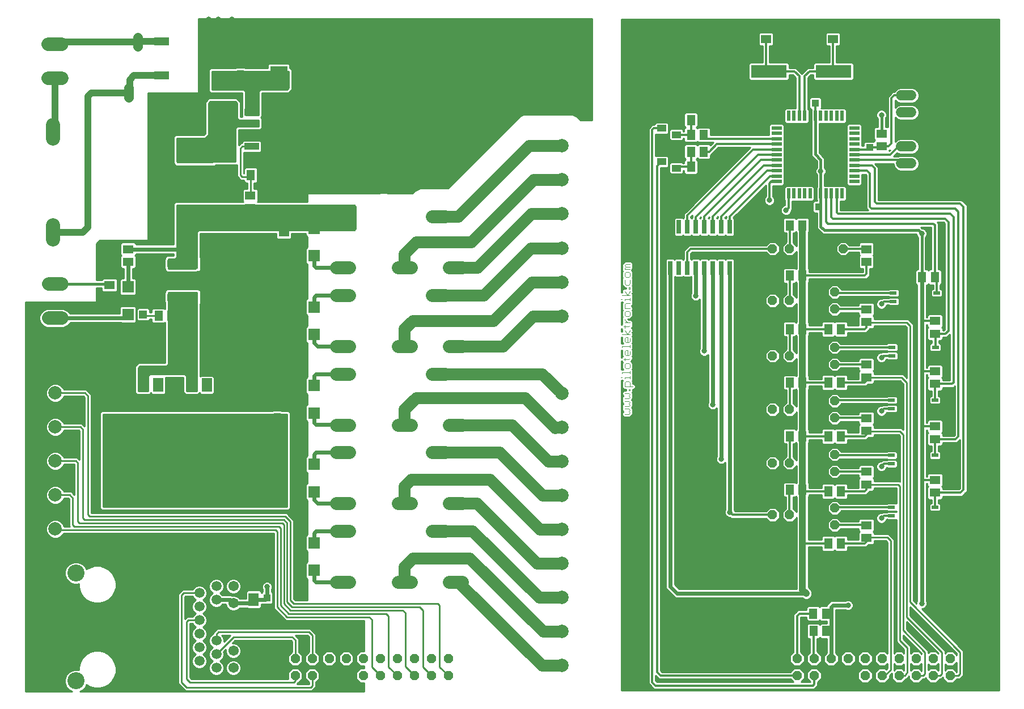
<source format=gtl>
G75*
%MOIN*%
%OFA0B0*%
%FSLAX25Y25*%
%IPPOS*%
%LPD*%
%AMOC8*
5,1,8,0,0,1.08239X$1,22.5*
%
%ADD10C,0.00400*%
%ADD11R,0.01969X0.05906*%
%ADD12R,0.05906X0.01969*%
%ADD13R,0.04134X0.04252*%
%ADD14C,0.06000*%
%ADD15R,0.05906X0.05118*%
%ADD16R,0.03937X0.01969*%
%ADD17R,0.05118X0.06299*%
%ADD18R,0.06299X0.05118*%
%ADD19R,0.02600X0.08000*%
%ADD20R,0.21654X0.15157*%
%ADD21R,0.06299X0.13780*%
%ADD22R,0.09843X0.12992*%
%ADD23R,0.40984X0.42520*%
%ADD24R,0.08500X0.04200*%
%ADD25R,0.09843X0.13780*%
%ADD26R,0.03937X0.04331*%
%ADD27C,0.07874*%
%ADD28R,0.08740X0.04724*%
%ADD29C,0.08268*%
%ADD30C,0.05543*%
%ADD31C,0.07677*%
%ADD32R,0.06693X0.07087*%
%ADD33R,0.05906X0.07874*%
%ADD34R,0.14961X0.07874*%
%ADD35R,0.06299X0.11811*%
%ADD36R,0.05118X0.05906*%
%ADD37C,0.05937*%
%ADD38C,0.06083*%
%ADD39C,0.10039*%
%ADD40R,0.05906X0.07677*%
%ADD41R,0.05512X0.03937*%
%ADD42OC8,0.05200*%
%ADD43R,0.29528X0.39370*%
%ADD44R,0.11811X0.05906*%
%ADD45R,0.13780X0.09843*%
%ADD46R,0.04724X0.04724*%
%ADD47C,0.07874*%
%ADD48R,0.04252X0.04134*%
%ADD49OC8,0.05600*%
%ADD50R,0.04331X0.03937*%
%ADD51R,0.21000X0.07600*%
%ADD52C,0.01000*%
%ADD53C,0.03175*%
%ADD54C,0.02400*%
%ADD55C,0.01200*%
%ADD56C,0.01600*%
%ADD57C,0.04000*%
%ADD58C,0.07000*%
D10*
X0386274Y0213176D02*
X0387041Y0213176D01*
X0388576Y0213176D02*
X0391645Y0213176D01*
X0391645Y0212409D02*
X0391645Y0213943D01*
X0391645Y0215478D02*
X0391645Y0217013D01*
X0391645Y0216245D02*
X0387041Y0216245D01*
X0387041Y0215478D01*
X0388576Y0213176D02*
X0388576Y0212409D01*
X0389343Y0210874D02*
X0390878Y0210874D01*
X0391645Y0210107D01*
X0391645Y0207805D01*
X0391645Y0206270D02*
X0391645Y0205503D01*
X0390878Y0205503D01*
X0390878Y0206270D01*
X0391645Y0206270D01*
X0393180Y0207805D02*
X0388576Y0207805D01*
X0388576Y0210107D01*
X0389343Y0210874D01*
X0389343Y0218547D02*
X0390878Y0218547D01*
X0391645Y0219315D01*
X0391645Y0220849D01*
X0390878Y0221617D01*
X0389343Y0221617D01*
X0388576Y0220849D01*
X0388576Y0219315D01*
X0389343Y0218547D01*
X0388576Y0223151D02*
X0388576Y0224686D01*
X0387809Y0223918D02*
X0390878Y0223918D01*
X0391645Y0224686D01*
X0390878Y0226220D02*
X0389343Y0226220D01*
X0388576Y0226988D01*
X0388576Y0228522D01*
X0389343Y0229290D01*
X0390111Y0229290D01*
X0390111Y0226220D01*
X0390878Y0226220D02*
X0391645Y0226988D01*
X0391645Y0228522D01*
X0391645Y0230824D02*
X0391645Y0232359D01*
X0391645Y0231592D02*
X0387041Y0231592D01*
X0387041Y0230824D01*
X0389343Y0233894D02*
X0388576Y0234661D01*
X0388576Y0236196D01*
X0389343Y0236963D01*
X0390111Y0236963D01*
X0390111Y0233894D01*
X0390878Y0233894D02*
X0389343Y0233894D01*
X0390878Y0233894D02*
X0391645Y0234661D01*
X0391645Y0236196D01*
X0391645Y0238498D02*
X0387041Y0238498D01*
X0388576Y0240800D02*
X0390111Y0238498D01*
X0391645Y0240800D01*
X0390878Y0243101D02*
X0391645Y0243869D01*
X0390878Y0243101D02*
X0387809Y0243101D01*
X0388576Y0242334D02*
X0388576Y0243869D01*
X0388576Y0245403D02*
X0391645Y0245403D01*
X0390111Y0245403D02*
X0388576Y0246938D01*
X0388576Y0247705D01*
X0389343Y0249240D02*
X0390878Y0249240D01*
X0391645Y0250007D01*
X0391645Y0251542D01*
X0390878Y0252309D01*
X0389343Y0252309D01*
X0388576Y0251542D01*
X0388576Y0250007D01*
X0389343Y0249240D01*
X0388576Y0253844D02*
X0388576Y0256146D01*
X0389343Y0256913D01*
X0391645Y0256913D01*
X0391645Y0258448D02*
X0391645Y0259983D01*
X0391645Y0259215D02*
X0388576Y0259215D01*
X0388576Y0258448D01*
X0387041Y0259215D02*
X0386274Y0259215D01*
X0387041Y0261517D02*
X0391645Y0261517D01*
X0390111Y0261517D02*
X0388576Y0263819D01*
X0390111Y0261517D02*
X0391645Y0263819D01*
X0391645Y0265354D02*
X0391645Y0266121D01*
X0390878Y0266121D01*
X0390878Y0265354D01*
X0391645Y0265354D01*
X0390878Y0267656D02*
X0391645Y0268423D01*
X0391645Y0270725D01*
X0390878Y0272260D02*
X0391645Y0273027D01*
X0391645Y0274562D01*
X0390878Y0275329D01*
X0389343Y0275329D01*
X0388576Y0274562D01*
X0388576Y0273027D01*
X0389343Y0272260D01*
X0390878Y0272260D01*
X0388576Y0270725D02*
X0388576Y0268423D01*
X0389343Y0267656D01*
X0390878Y0267656D01*
X0391645Y0276864D02*
X0388576Y0276864D01*
X0388576Y0277631D01*
X0389343Y0278398D01*
X0388576Y0279166D01*
X0389343Y0279933D01*
X0391645Y0279933D01*
X0391645Y0278398D02*
X0389343Y0278398D01*
X0388576Y0253844D02*
X0391645Y0253844D01*
X0390878Y0203968D02*
X0388576Y0203968D01*
X0390878Y0203968D02*
X0391645Y0203201D01*
X0390878Y0202434D01*
X0391645Y0201666D01*
X0390878Y0200899D01*
X0388576Y0200899D01*
X0388576Y0199364D02*
X0390878Y0199364D01*
X0391645Y0198597D01*
X0390878Y0197830D01*
X0391645Y0197062D01*
X0390878Y0196295D01*
X0388576Y0196295D01*
X0388576Y0194760D02*
X0390878Y0194760D01*
X0391645Y0193993D01*
X0390878Y0193226D01*
X0391645Y0192458D01*
X0390878Y0191691D01*
X0388576Y0191691D01*
D11*
X0484857Y0321412D03*
X0488007Y0321412D03*
X0491156Y0321412D03*
X0494306Y0321412D03*
X0497456Y0321412D03*
X0500605Y0321412D03*
X0503755Y0321412D03*
X0506904Y0321412D03*
X0510054Y0321412D03*
X0513204Y0321412D03*
X0516353Y0321412D03*
X0516353Y0367082D03*
X0513204Y0367082D03*
X0510054Y0367082D03*
X0506904Y0367082D03*
X0503755Y0367082D03*
X0500605Y0367082D03*
X0497456Y0367082D03*
X0494306Y0367082D03*
X0491156Y0367082D03*
X0488007Y0367082D03*
X0484857Y0367082D03*
D12*
X0477771Y0359995D03*
X0477771Y0356845D03*
X0477771Y0353696D03*
X0477771Y0350546D03*
X0477771Y0347397D03*
X0477771Y0344247D03*
X0477771Y0341097D03*
X0477771Y0337948D03*
X0477771Y0334798D03*
X0477771Y0331649D03*
X0477771Y0328499D03*
X0523440Y0328499D03*
X0523440Y0331649D03*
X0523440Y0334798D03*
X0523440Y0337948D03*
X0523440Y0341097D03*
X0523440Y0344247D03*
X0523440Y0347397D03*
X0523440Y0350546D03*
X0523440Y0353696D03*
X0523440Y0356845D03*
X0523440Y0359995D03*
D13*
X0507495Y0374562D03*
X0500605Y0374562D03*
X0502574Y0313538D03*
X0495684Y0313538D03*
D14*
X0551050Y0339089D02*
X0557050Y0339089D01*
X0557050Y0349089D02*
X0551050Y0349089D01*
X0551050Y0359089D02*
X0557050Y0359089D01*
X0557050Y0369089D02*
X0551050Y0369089D01*
X0551050Y0379089D02*
X0557050Y0379089D01*
D15*
X0539483Y0356649D03*
X0539483Y0349168D03*
X0530625Y0288735D03*
X0530625Y0281255D03*
X0510940Y0412160D03*
X0510940Y0419641D03*
X0471570Y0419641D03*
X0471570Y0412160D03*
D16*
X0546412Y0262889D03*
X0546412Y0257889D03*
X0571924Y0257889D03*
X0571924Y0262889D03*
X0571176Y0230999D03*
X0571176Y0225999D03*
X0545664Y0225999D03*
X0545664Y0230999D03*
X0545428Y0199897D03*
X0545428Y0194897D03*
X0570940Y0194897D03*
X0570940Y0199897D03*
X0570940Y0167416D03*
X0570940Y0162416D03*
X0545428Y0162416D03*
X0545428Y0167416D03*
X0545428Y0136904D03*
X0545428Y0131904D03*
X0570940Y0131904D03*
X0570940Y0136904D03*
D17*
X0515664Y0146215D03*
X0508184Y0146215D03*
X0508184Y0115704D03*
X0515664Y0115704D03*
X0515664Y0178696D03*
X0508184Y0178696D03*
X0508184Y0210192D03*
X0515664Y0210192D03*
X0515664Y0241688D03*
X0508184Y0241688D03*
X0563302Y0272200D03*
X0570782Y0272200D03*
X0176097Y0332239D03*
X0168617Y0332239D03*
D18*
X0168420Y0320231D03*
X0168420Y0312751D03*
X0096570Y0288735D03*
X0096570Y0281255D03*
X0085743Y0274956D03*
X0085743Y0267475D03*
X0530625Y0253302D03*
X0530625Y0245822D03*
X0530625Y0220822D03*
X0530625Y0213341D03*
X0530625Y0189326D03*
X0530625Y0181845D03*
X0530625Y0157830D03*
X0530625Y0150349D03*
X0530625Y0126334D03*
X0530625Y0118853D03*
X0570979Y0145428D03*
X0570979Y0152908D03*
X0570979Y0176924D03*
X0570979Y0184404D03*
X0570979Y0209404D03*
X0570979Y0216885D03*
X0570979Y0238932D03*
X0570979Y0246412D03*
D19*
X0450290Y0277619D03*
X0445290Y0277619D03*
X0440290Y0277619D03*
X0435290Y0277619D03*
X0430290Y0277619D03*
X0425290Y0277619D03*
X0420290Y0277619D03*
X0415290Y0277619D03*
X0415290Y0301819D03*
X0420290Y0301819D03*
X0425290Y0301819D03*
X0430290Y0301819D03*
X0435290Y0301819D03*
X0440290Y0301819D03*
X0445290Y0301819D03*
X0450290Y0301819D03*
D20*
X0136097Y0307416D03*
X0136097Y0346589D03*
D21*
X0188105Y0324168D03*
X0188105Y0302908D03*
D22*
X0155861Y0368263D03*
X0129089Y0368263D03*
D23*
X0202082Y0355822D03*
D24*
X0169282Y0355822D03*
X0169282Y0349122D03*
X0169282Y0342422D03*
X0169282Y0362522D03*
X0169282Y0369222D03*
D25*
X0185152Y0389641D03*
X0185152Y0415231D03*
D26*
X0162515Y0398578D03*
X0162515Y0391885D03*
X0184168Y0196806D03*
X0184168Y0190113D03*
X0178263Y0083617D03*
X0178263Y0076924D03*
D27*
X0057676Y0248125D02*
X0049802Y0248125D01*
X0049802Y0268125D02*
X0057676Y0268125D01*
X0057510Y0389070D02*
X0049636Y0389070D01*
X0049636Y0409070D02*
X0057510Y0409070D01*
D28*
X0116255Y0410979D03*
X0116255Y0390822D03*
X0150625Y0390822D03*
X0150625Y0410979D03*
D29*
X0052278Y0362042D02*
X0052278Y0353774D01*
X0052278Y0302790D02*
X0052278Y0294523D01*
D30*
X0097003Y0378050D02*
X0097003Y0383593D01*
X0102121Y0407814D02*
X0102121Y0413357D01*
D31*
X0219050Y0307869D02*
X0226727Y0307869D01*
X0226727Y0277869D02*
X0219050Y0277869D01*
X0219050Y0261609D02*
X0226727Y0261609D01*
X0255212Y0277869D02*
X0262889Y0277869D01*
X0275212Y0261609D02*
X0282889Y0261609D01*
X0285212Y0277869D02*
X0292889Y0277869D01*
X0282889Y0307869D02*
X0275212Y0307869D01*
X0285212Y0231609D02*
X0292889Y0231609D01*
X0282889Y0215349D02*
X0275212Y0215349D01*
X0262889Y0231609D02*
X0255212Y0231609D01*
X0226727Y0231609D02*
X0219050Y0231609D01*
X0219050Y0215349D02*
X0226727Y0215349D01*
X0226727Y0185349D02*
X0219050Y0185349D01*
X0219050Y0169089D02*
X0226727Y0169089D01*
X0255212Y0185349D02*
X0262889Y0185349D01*
X0275212Y0169089D02*
X0282889Y0169089D01*
X0285212Y0185349D02*
X0292889Y0185349D01*
X0292889Y0139089D02*
X0285212Y0139089D01*
X0282889Y0122830D02*
X0275212Y0122830D01*
X0262889Y0139089D02*
X0255212Y0139089D01*
X0226727Y0139089D02*
X0219050Y0139089D01*
X0219050Y0122830D02*
X0226727Y0122830D01*
X0226727Y0092830D02*
X0219050Y0092830D01*
X0255212Y0092830D02*
X0262889Y0092830D01*
X0285212Y0092830D02*
X0292889Y0092830D01*
D32*
X0205822Y0099759D03*
X0205822Y0115900D03*
X0205822Y0146019D03*
X0205822Y0162160D03*
X0205822Y0192278D03*
X0205822Y0208420D03*
X0205822Y0238538D03*
X0205822Y0254680D03*
X0205822Y0284798D03*
X0205822Y0300940D03*
X0096570Y0266491D03*
X0096570Y0250349D03*
D33*
X0105231Y0208814D03*
X0114286Y0208814D03*
X0123341Y0208814D03*
X0133774Y0208814D03*
X0142830Y0208814D03*
X0151885Y0208814D03*
D34*
X0142830Y0184011D03*
X0114286Y0184011D03*
D35*
X0168420Y0185782D03*
X0168420Y0203105D03*
D36*
X0121963Y0249562D03*
X0114483Y0249562D03*
X0427475Y0337160D03*
X0434956Y0337160D03*
X0434956Y0346019D03*
X0427475Y0346019D03*
X0427475Y0355861D03*
X0434956Y0355861D03*
X0434956Y0364719D03*
X0427475Y0364719D03*
X0485546Y0302712D03*
X0493026Y0302712D03*
X0493026Y0273184D03*
X0485546Y0273184D03*
X0485546Y0241688D03*
X0493026Y0241688D03*
X0493026Y0210192D03*
X0485546Y0210192D03*
X0485546Y0178696D03*
X0493026Y0178696D03*
X0493026Y0147200D03*
X0485546Y0147200D03*
X0499326Y0074365D03*
X0506806Y0074365D03*
X0507003Y0064168D03*
X0499523Y0064168D03*
D37*
X0148460Y0058460D03*
X0148460Y0050467D03*
X0148460Y0042475D03*
X0138460Y0046491D03*
X0138460Y0054483D03*
X0138460Y0062475D03*
X0138460Y0070467D03*
X0138460Y0078460D03*
X0138460Y0086452D03*
X0148460Y0090428D03*
X0148460Y0082436D03*
X0148460Y0074444D03*
D38*
X0158460Y0080428D03*
X0158460Y0090428D03*
X0158460Y0052475D03*
X0158460Y0042475D03*
D39*
X0065940Y0034739D03*
X0065940Y0098204D03*
D40*
X0170389Y0082731D03*
X0170389Y0071904D03*
D41*
X0418814Y0336373D03*
X0418814Y0343853D03*
X0410152Y0340113D03*
X0418814Y0356058D03*
X0418814Y0363538D03*
X0410152Y0359798D03*
D42*
X0475428Y0288932D03*
X0485428Y0288932D03*
X0506924Y0288932D03*
X0516924Y0288932D03*
X0511924Y0263420D03*
X0511924Y0253420D03*
X0511924Y0230940D03*
X0511924Y0220940D03*
X0511924Y0199444D03*
X0511924Y0189444D03*
X0511924Y0167948D03*
X0511924Y0157948D03*
X0511924Y0136452D03*
X0511924Y0126452D03*
X0485428Y0132436D03*
X0475428Y0132436D03*
X0475428Y0162948D03*
X0485428Y0162948D03*
X0485428Y0194444D03*
X0475428Y0194444D03*
X0475428Y0225940D03*
X0485428Y0225940D03*
X0485428Y0258420D03*
X0475428Y0258420D03*
D43*
X0176097Y0270231D03*
D44*
X0132003Y0260389D03*
X0132003Y0280074D03*
D45*
X0130034Y0231845D03*
X0155625Y0231845D03*
D46*
X0105428Y0250349D03*
X0105428Y0258617D03*
D47*
X0053755Y0204094D03*
X0053755Y0184094D03*
X0053755Y0164094D03*
X0053755Y0144094D03*
X0053755Y0124094D03*
X0351589Y0123818D03*
X0351589Y0103818D03*
X0351589Y0083739D03*
X0351589Y0063739D03*
X0351589Y0043739D03*
X0351589Y0143818D03*
X0351589Y0163858D03*
X0351589Y0183858D03*
X0351589Y0203858D03*
X0351589Y0249291D03*
X0351589Y0269291D03*
X0351589Y0289291D03*
X0351589Y0309527D03*
X0351589Y0329527D03*
X0351589Y0349527D03*
D48*
X0532593Y0348479D03*
X0532593Y0355369D03*
D49*
X0529857Y0047869D03*
X0539857Y0047869D03*
X0549857Y0047869D03*
X0559857Y0047869D03*
X0569857Y0047869D03*
X0579857Y0047869D03*
X0579857Y0037869D03*
X0569857Y0037869D03*
X0559857Y0037869D03*
X0549857Y0037869D03*
X0539857Y0037869D03*
X0529857Y0037869D03*
X0519857Y0037869D03*
X0509857Y0037869D03*
X0499857Y0037869D03*
X0489857Y0037869D03*
X0489857Y0047869D03*
X0499857Y0047869D03*
X0509857Y0047869D03*
X0519857Y0047869D03*
X0284778Y0047869D03*
X0274778Y0047869D03*
X0264778Y0047869D03*
X0254778Y0047869D03*
X0244778Y0047869D03*
X0234778Y0047869D03*
X0224778Y0047869D03*
X0214778Y0047869D03*
X0204778Y0047869D03*
X0194778Y0047869D03*
X0194778Y0037869D03*
X0204778Y0037869D03*
X0214778Y0037869D03*
X0224778Y0037869D03*
X0234778Y0037869D03*
X0244778Y0037869D03*
X0254778Y0037869D03*
X0264778Y0037869D03*
X0274778Y0037869D03*
X0284778Y0037869D03*
D50*
X0121570Y0260389D03*
X0114877Y0260389D03*
X0114877Y0280074D03*
X0121570Y0280074D03*
D51*
X0473239Y0393263D03*
X0511239Y0393263D03*
D52*
X0036109Y0257436D02*
X0036109Y0028668D01*
X0063560Y0028668D01*
X0062247Y0029212D01*
X0060413Y0031046D01*
X0059420Y0033442D01*
X0059420Y0036036D01*
X0060413Y0038432D01*
X0062247Y0040266D01*
X0064643Y0041259D01*
X0067237Y0041259D01*
X0067463Y0041165D01*
X0067463Y0042939D01*
X0068213Y0045735D01*
X0069660Y0048243D01*
X0071708Y0050290D01*
X0074215Y0051738D01*
X0077012Y0052487D01*
X0079907Y0052487D01*
X0082704Y0051738D01*
X0085211Y0050290D01*
X0087259Y0048243D01*
X0088706Y0045735D01*
X0089456Y0042939D01*
X0089456Y0040043D01*
X0088706Y0037247D01*
X0087259Y0034739D01*
X0085211Y0032692D01*
X0082704Y0031244D01*
X0079907Y0030495D01*
X0077012Y0030495D01*
X0074215Y0031244D01*
X0072064Y0032487D01*
X0071467Y0031046D01*
X0069633Y0029212D01*
X0068320Y0028668D01*
X0235349Y0028668D01*
X0235349Y0033569D01*
X0232997Y0033569D01*
X0230478Y0036088D01*
X0230478Y0039650D01*
X0232997Y0042169D01*
X0235349Y0042169D01*
X0235349Y0043569D01*
X0232997Y0043569D01*
X0230478Y0046088D01*
X0230478Y0049650D01*
X0232997Y0052169D01*
X0235349Y0052169D01*
X0235349Y0070397D01*
X0189245Y0070397D01*
X0183340Y0076302D01*
X0182168Y0077474D01*
X0182168Y0121578D01*
X0058598Y0121578D01*
X0058364Y0121014D01*
X0056835Y0119485D01*
X0054836Y0118657D01*
X0052673Y0118657D01*
X0050675Y0119485D01*
X0049146Y0121014D01*
X0048318Y0123012D01*
X0048318Y0125175D01*
X0049146Y0127174D01*
X0050675Y0128703D01*
X0052673Y0129531D01*
X0054836Y0129531D01*
X0056835Y0128703D01*
X0058364Y0127174D01*
X0059025Y0125578D01*
X0062214Y0125578D01*
X0062089Y0125702D01*
X0062089Y0141450D01*
X0061446Y0142094D01*
X0058811Y0142094D01*
X0058364Y0141014D01*
X0056835Y0139485D01*
X0054836Y0138657D01*
X0052673Y0138657D01*
X0050675Y0139485D01*
X0049146Y0141014D01*
X0048318Y0143012D01*
X0048318Y0145175D01*
X0049146Y0147174D01*
X0050675Y0148703D01*
X0052673Y0149531D01*
X0054836Y0149531D01*
X0056835Y0148703D01*
X0058364Y0147174D01*
X0058811Y0146094D01*
X0063103Y0146094D01*
X0064274Y0144922D01*
X0065042Y0144154D01*
X0065042Y0162094D01*
X0058811Y0162094D01*
X0058364Y0161014D01*
X0056835Y0159485D01*
X0054836Y0158657D01*
X0052673Y0158657D01*
X0050675Y0159485D01*
X0049146Y0161014D01*
X0048318Y0163012D01*
X0048318Y0165175D01*
X0049146Y0167174D01*
X0050675Y0168703D01*
X0052673Y0169531D01*
X0054836Y0169531D01*
X0056835Y0168703D01*
X0058364Y0167174D01*
X0058811Y0166094D01*
X0066725Y0166094D01*
X0067896Y0164922D01*
X0067995Y0164823D01*
X0067995Y0181804D01*
X0067706Y0182094D01*
X0058811Y0182094D01*
X0058364Y0181014D01*
X0056835Y0179485D01*
X0054836Y0178657D01*
X0052673Y0178657D01*
X0050675Y0179485D01*
X0049146Y0181014D01*
X0048318Y0183012D01*
X0048318Y0185175D01*
X0049146Y0187174D01*
X0050675Y0188703D01*
X0052673Y0189531D01*
X0054836Y0189531D01*
X0056835Y0188703D01*
X0058364Y0187174D01*
X0058811Y0186094D01*
X0069362Y0186094D01*
X0070534Y0184922D01*
X0070948Y0184508D01*
X0070948Y0201489D01*
X0070343Y0202094D01*
X0058811Y0202094D01*
X0058364Y0201014D01*
X0056835Y0199485D01*
X0054836Y0198657D01*
X0052673Y0198657D01*
X0050675Y0199485D01*
X0049146Y0201014D01*
X0048318Y0203012D01*
X0048318Y0205175D01*
X0049146Y0207174D01*
X0050675Y0208703D01*
X0052673Y0209531D01*
X0054836Y0209531D01*
X0056835Y0208703D01*
X0058364Y0207174D01*
X0058811Y0206094D01*
X0072000Y0206094D01*
X0073172Y0204922D01*
X0074948Y0203146D01*
X0074948Y0133452D01*
X0189918Y0133452D01*
X0191089Y0132280D01*
X0194042Y0129327D01*
X0194042Y0083067D01*
X0194839Y0082271D01*
X0201885Y0082271D01*
X0201885Y0094715D01*
X0201854Y0094715D01*
X0200975Y0095594D01*
X0200975Y0103923D01*
X0201854Y0104802D01*
X0201885Y0104802D01*
X0201885Y0110857D01*
X0201854Y0110857D01*
X0200975Y0111736D01*
X0200975Y0120065D01*
X0201854Y0120944D01*
X0201885Y0120944D01*
X0201885Y0140975D01*
X0201854Y0140975D01*
X0200975Y0141854D01*
X0200975Y0150183D01*
X0201854Y0151062D01*
X0201885Y0151062D01*
X0201885Y0157117D01*
X0201854Y0157117D01*
X0200975Y0157996D01*
X0200975Y0166325D01*
X0201854Y0167204D01*
X0201885Y0167204D01*
X0201885Y0187235D01*
X0201854Y0187235D01*
X0200975Y0188114D01*
X0200975Y0196443D01*
X0201854Y0197322D01*
X0201885Y0197322D01*
X0201885Y0203377D01*
X0201854Y0203377D01*
X0200975Y0204256D01*
X0200975Y0212585D01*
X0201854Y0213463D01*
X0201885Y0213463D01*
X0201885Y0233495D01*
X0201854Y0233495D01*
X0200975Y0234374D01*
X0200975Y0242703D01*
X0201854Y0243582D01*
X0201885Y0243582D01*
X0201885Y0249637D01*
X0201854Y0249637D01*
X0200975Y0250515D01*
X0200975Y0258845D01*
X0201854Y0259723D01*
X0201885Y0259723D01*
X0201885Y0279755D01*
X0201854Y0279755D01*
X0200975Y0280633D01*
X0200975Y0288963D01*
X0201854Y0289841D01*
X0201885Y0289841D01*
X0201885Y0295897D01*
X0201854Y0295897D01*
X0200975Y0296775D01*
X0200975Y0297759D01*
X0192755Y0297759D01*
X0192755Y0295397D01*
X0191876Y0294519D01*
X0184334Y0294519D01*
X0183456Y0295397D01*
X0183456Y0297759D01*
X0138924Y0297759D01*
X0138924Y0284132D01*
X0139408Y0283648D01*
X0139408Y0276500D01*
X0138530Y0275621D01*
X0137268Y0275621D01*
X0136768Y0275121D01*
X0119363Y0275121D01*
X0118192Y0276293D01*
X0118192Y0277196D01*
X0117904Y0277484D01*
X0117904Y0282664D01*
X0118192Y0282951D01*
X0118192Y0283855D01*
X0119363Y0285026D01*
X0123113Y0285026D01*
X0123113Y0286035D01*
X0101219Y0286035D01*
X0101219Y0285555D01*
X0100660Y0284995D01*
X0101219Y0284435D01*
X0101219Y0278074D01*
X0100341Y0277196D01*
X0099270Y0277196D01*
X0099270Y0271534D01*
X0100538Y0271534D01*
X0101416Y0270656D01*
X0101416Y0262326D01*
X0100538Y0261448D01*
X0092602Y0261448D01*
X0091723Y0262326D01*
X0091723Y0270656D01*
X0092602Y0271534D01*
X0093870Y0271534D01*
X0093870Y0277196D01*
X0092799Y0277196D01*
X0091920Y0278074D01*
X0091920Y0284435D01*
X0092480Y0284995D01*
X0091920Y0285555D01*
X0091920Y0291916D01*
X0092799Y0292794D01*
X0100341Y0292794D01*
X0101219Y0291916D01*
X0101219Y0291435D01*
X0123113Y0291435D01*
X0123113Y0315351D01*
X0124285Y0316523D01*
X0164299Y0316523D01*
X0163771Y0317051D01*
X0163771Y0323412D01*
X0164649Y0324290D01*
X0166617Y0324290D01*
X0166617Y0327589D01*
X0165437Y0327589D01*
X0164558Y0328468D01*
X0164558Y0329255D01*
X0162670Y0329255D01*
X0161499Y0330426D01*
X0160515Y0331411D01*
X0160515Y0338237D01*
X0160390Y0338113D01*
X0148148Y0338113D01*
X0147545Y0337511D01*
X0124649Y0337511D01*
X0123771Y0338389D01*
X0123771Y0338627D01*
X0123113Y0339285D01*
X0123113Y0354721D01*
X0124285Y0355893D01*
X0141017Y0355893D01*
X0141814Y0356690D01*
X0141814Y0375390D01*
X0142798Y0376375D01*
X0143970Y0377546D01*
X0160390Y0377546D01*
X0161375Y0376562D01*
X0162546Y0375390D01*
X0162546Y0366719D01*
X0163532Y0366719D01*
X0163532Y0366780D01*
X0163467Y0366844D01*
X0163467Y0380436D01*
X0144954Y0380436D01*
X0143782Y0381607D01*
X0143782Y0394091D01*
X0144954Y0395263D01*
X0159637Y0395263D01*
X0159925Y0395550D01*
X0165104Y0395550D01*
X0165392Y0395263D01*
X0178731Y0395263D01*
X0178731Y0397152D01*
X0179610Y0398030D01*
X0190695Y0398030D01*
X0191574Y0397152D01*
X0191574Y0395263D01*
X0191886Y0395263D01*
X0193058Y0394091D01*
X0193058Y0382592D01*
X0192074Y0381607D01*
X0190902Y0380436D01*
X0175341Y0380436D01*
X0175341Y0366844D01*
X0175032Y0366534D01*
X0175032Y0366500D01*
X0174710Y0366179D01*
X0175341Y0365548D01*
X0175341Y0359954D01*
X0174170Y0358782D01*
X0161562Y0358782D01*
X0161562Y0349863D01*
X0161686Y0349987D01*
X0162821Y0351122D01*
X0163532Y0351122D01*
X0163532Y0351843D01*
X0164410Y0352722D01*
X0174153Y0352722D01*
X0175032Y0351843D01*
X0175032Y0346400D01*
X0174153Y0345522D01*
X0164515Y0345522D01*
X0164515Y0333255D01*
X0164558Y0333255D01*
X0164558Y0336010D01*
X0165437Y0336889D01*
X0171797Y0336889D01*
X0172676Y0336010D01*
X0172676Y0328468D01*
X0171797Y0327589D01*
X0170617Y0327589D01*
X0170617Y0324290D01*
X0172191Y0324290D01*
X0173070Y0323412D01*
X0173070Y0317051D01*
X0172541Y0316523D01*
X0201885Y0316523D01*
X0201885Y0321412D01*
X0243806Y0321412D01*
X0245184Y0321983D01*
X0248152Y0321983D01*
X0249530Y0321412D01*
X0263676Y0321412D01*
X0265572Y0323308D01*
X0265572Y0323308D01*
X0268314Y0324444D01*
X0284459Y0324444D01*
X0327005Y0366990D01*
X0328843Y0367751D01*
X0357896Y0367751D01*
X0360638Y0366615D01*
X0360638Y0366615D01*
X0362534Y0364719D01*
X0369235Y0364719D01*
X0369235Y0424393D01*
X0137908Y0424393D01*
X0137908Y0380467D01*
X0108381Y0380467D01*
X0108381Y0293853D01*
X0079837Y0293853D01*
X0077869Y0291885D01*
X0077869Y0270425D01*
X0081093Y0270425D01*
X0081093Y0270656D01*
X0081972Y0271534D01*
X0089514Y0271534D01*
X0090393Y0270656D01*
X0090393Y0264295D01*
X0089514Y0263416D01*
X0081972Y0263416D01*
X0081093Y0264295D01*
X0081093Y0265825D01*
X0077869Y0265825D01*
X0077869Y0257436D01*
X0036109Y0257436D01*
X0036109Y0256821D02*
X0118192Y0256821D01*
X0118192Y0257511D02*
X0118192Y0253486D01*
X0117664Y0254015D01*
X0111303Y0254015D01*
X0110424Y0253136D01*
X0110424Y0251562D01*
X0109290Y0251562D01*
X0109290Y0253333D01*
X0108412Y0254211D01*
X0102445Y0254211D01*
X0101566Y0253333D01*
X0101566Y0247366D01*
X0102445Y0246487D01*
X0108412Y0246487D01*
X0109290Y0247366D01*
X0109290Y0247562D01*
X0110424Y0247562D01*
X0110424Y0245988D01*
X0111303Y0245109D01*
X0117664Y0245109D01*
X0118192Y0245637D01*
X0118192Y0222034D01*
X0102631Y0222034D01*
X0101647Y0221050D01*
X0100475Y0219879D01*
X0100475Y0204442D01*
X0101647Y0203271D01*
X0109209Y0203271D01*
X0110014Y0204075D01*
X0110712Y0203377D01*
X0117860Y0203377D01*
X0118739Y0204256D01*
X0118739Y0213113D01*
X0129019Y0213113D01*
X0129019Y0204442D01*
X0130190Y0203271D01*
X0137753Y0203271D01*
X0138557Y0204075D01*
X0139256Y0203377D01*
X0146404Y0203377D01*
X0147282Y0204256D01*
X0147282Y0213372D01*
X0146404Y0214251D01*
X0139256Y0214251D01*
X0138924Y0213919D01*
X0138924Y0256330D01*
X0139408Y0256815D01*
X0139408Y0263963D01*
X0138530Y0264841D01*
X0138253Y0264841D01*
X0137753Y0265341D01*
X0119363Y0265341D01*
X0118192Y0264170D01*
X0118192Y0263266D01*
X0117904Y0262978D01*
X0117904Y0257799D01*
X0118192Y0257511D01*
X0117904Y0257820D02*
X0077869Y0257820D01*
X0077869Y0258818D02*
X0117904Y0258818D01*
X0117904Y0259817D02*
X0077869Y0259817D01*
X0077869Y0260815D02*
X0117904Y0260815D01*
X0117904Y0261814D02*
X0100904Y0261814D01*
X0101416Y0262812D02*
X0117904Y0262812D01*
X0118192Y0263811D02*
X0101416Y0263811D01*
X0101416Y0264809D02*
X0118831Y0264809D01*
X0120192Y0263341D02*
X0136924Y0263341D01*
X0136924Y0205271D01*
X0131019Y0205271D01*
X0131019Y0214129D01*
X0130034Y0215113D01*
X0109365Y0215113D01*
X0108381Y0214129D01*
X0108381Y0205271D01*
X0102475Y0205271D01*
X0102475Y0219050D01*
X0103460Y0220034D01*
X0119208Y0220034D01*
X0120192Y0221019D01*
X0120192Y0263341D01*
X0120192Y0262812D02*
X0136924Y0262812D01*
X0136924Y0261814D02*
X0120192Y0261814D01*
X0120192Y0260815D02*
X0136924Y0260815D01*
X0136924Y0259817D02*
X0120192Y0259817D01*
X0120192Y0258818D02*
X0136924Y0258818D01*
X0136924Y0257820D02*
X0120192Y0257820D01*
X0120192Y0256821D02*
X0136924Y0256821D01*
X0136924Y0255823D02*
X0120192Y0255823D01*
X0120192Y0254824D02*
X0136924Y0254824D01*
X0136924Y0253826D02*
X0120192Y0253826D01*
X0120192Y0252827D02*
X0136924Y0252827D01*
X0136924Y0251829D02*
X0120192Y0251829D01*
X0120192Y0250830D02*
X0136924Y0250830D01*
X0136924Y0249832D02*
X0120192Y0249832D01*
X0120192Y0248833D02*
X0136924Y0248833D01*
X0136924Y0247835D02*
X0120192Y0247835D01*
X0120192Y0246836D02*
X0136924Y0246836D01*
X0136924Y0245838D02*
X0120192Y0245838D01*
X0120192Y0244839D02*
X0136924Y0244839D01*
X0136924Y0243841D02*
X0120192Y0243841D01*
X0120192Y0242842D02*
X0136924Y0242842D01*
X0136924Y0241844D02*
X0120192Y0241844D01*
X0120192Y0240845D02*
X0136924Y0240845D01*
X0136924Y0239847D02*
X0120192Y0239847D01*
X0120192Y0238848D02*
X0136924Y0238848D01*
X0136924Y0237850D02*
X0120192Y0237850D01*
X0120192Y0236851D02*
X0136924Y0236851D01*
X0136924Y0235853D02*
X0120192Y0235853D01*
X0120192Y0234854D02*
X0136924Y0234854D01*
X0136924Y0233856D02*
X0120192Y0233856D01*
X0120192Y0232857D02*
X0136924Y0232857D01*
X0136924Y0231859D02*
X0120192Y0231859D01*
X0120192Y0230860D02*
X0136924Y0230860D01*
X0136924Y0229862D02*
X0120192Y0229862D01*
X0120192Y0228863D02*
X0136924Y0228863D01*
X0136924Y0227865D02*
X0120192Y0227865D01*
X0120192Y0226866D02*
X0136924Y0226866D01*
X0136924Y0225867D02*
X0120192Y0225867D01*
X0120192Y0224869D02*
X0136924Y0224869D01*
X0136924Y0223870D02*
X0120192Y0223870D01*
X0120192Y0222872D02*
X0136924Y0222872D01*
X0136924Y0221873D02*
X0120192Y0221873D01*
X0120048Y0220875D02*
X0136924Y0220875D01*
X0136924Y0219876D02*
X0103302Y0219876D01*
X0102475Y0218878D02*
X0136924Y0218878D01*
X0136924Y0217879D02*
X0102475Y0217879D01*
X0102475Y0216881D02*
X0136924Y0216881D01*
X0136924Y0215882D02*
X0102475Y0215882D01*
X0102475Y0214884D02*
X0109136Y0214884D01*
X0108381Y0213885D02*
X0102475Y0213885D01*
X0102475Y0212887D02*
X0108381Y0212887D01*
X0108381Y0211888D02*
X0102475Y0211888D01*
X0102475Y0210890D02*
X0108381Y0210890D01*
X0108381Y0209891D02*
X0102475Y0209891D01*
X0102475Y0208893D02*
X0108381Y0208893D01*
X0108381Y0207894D02*
X0102475Y0207894D01*
X0102475Y0206896D02*
X0108381Y0206896D01*
X0108381Y0205897D02*
X0102475Y0205897D01*
X0100475Y0205897D02*
X0072197Y0205897D01*
X0073195Y0204899D02*
X0100475Y0204899D01*
X0101017Y0203900D02*
X0074194Y0203900D01*
X0074948Y0202902D02*
X0201885Y0202902D01*
X0201885Y0201903D02*
X0074948Y0201903D01*
X0074948Y0200905D02*
X0201885Y0200905D01*
X0201885Y0199906D02*
X0074948Y0199906D01*
X0074948Y0198908D02*
X0201885Y0198908D01*
X0201885Y0197909D02*
X0074948Y0197909D01*
X0074948Y0196911D02*
X0201443Y0196911D01*
X0200975Y0195912D02*
X0074948Y0195912D01*
X0074948Y0194914D02*
X0200975Y0194914D01*
X0200975Y0193915D02*
X0074948Y0193915D01*
X0074948Y0192917D02*
X0080403Y0192917D01*
X0080978Y0193491D02*
X0079806Y0192319D01*
X0079806Y0136529D01*
X0080978Y0135357D01*
X0190902Y0135357D01*
X0192074Y0136529D01*
X0192074Y0192319D01*
X0190902Y0193491D01*
X0187045Y0193491D01*
X0186758Y0193778D01*
X0181578Y0193778D01*
X0181291Y0193491D01*
X0080978Y0193491D01*
X0079806Y0191918D02*
X0074948Y0191918D01*
X0074948Y0190920D02*
X0079806Y0190920D01*
X0079806Y0189921D02*
X0074948Y0189921D01*
X0074948Y0188923D02*
X0079806Y0188923D01*
X0079806Y0187924D02*
X0074948Y0187924D01*
X0074948Y0186926D02*
X0079806Y0186926D01*
X0079806Y0185927D02*
X0074948Y0185927D01*
X0074948Y0184929D02*
X0079806Y0184929D01*
X0079806Y0183930D02*
X0074948Y0183930D01*
X0074948Y0182931D02*
X0079806Y0182931D01*
X0079806Y0181933D02*
X0074948Y0181933D01*
X0074948Y0180934D02*
X0079806Y0180934D01*
X0079806Y0179936D02*
X0074948Y0179936D01*
X0074948Y0178937D02*
X0079806Y0178937D01*
X0079806Y0177939D02*
X0074948Y0177939D01*
X0074948Y0176940D02*
X0079806Y0176940D01*
X0079806Y0175942D02*
X0074948Y0175942D01*
X0074948Y0174943D02*
X0079806Y0174943D01*
X0079806Y0173945D02*
X0074948Y0173945D01*
X0074948Y0172946D02*
X0079806Y0172946D01*
X0079806Y0171948D02*
X0074948Y0171948D01*
X0074948Y0170949D02*
X0079806Y0170949D01*
X0079806Y0169951D02*
X0074948Y0169951D01*
X0074948Y0168952D02*
X0079806Y0168952D01*
X0079806Y0167954D02*
X0074948Y0167954D01*
X0074948Y0166955D02*
X0079806Y0166955D01*
X0079806Y0165957D02*
X0074948Y0165957D01*
X0074948Y0164958D02*
X0079806Y0164958D01*
X0079806Y0163960D02*
X0074948Y0163960D01*
X0074948Y0162961D02*
X0079806Y0162961D01*
X0079806Y0161963D02*
X0074948Y0161963D01*
X0074948Y0160964D02*
X0079806Y0160964D01*
X0079806Y0159966D02*
X0074948Y0159966D01*
X0074948Y0158967D02*
X0079806Y0158967D01*
X0079806Y0157969D02*
X0074948Y0157969D01*
X0074948Y0156970D02*
X0079806Y0156970D01*
X0079806Y0155972D02*
X0074948Y0155972D01*
X0074948Y0154973D02*
X0079806Y0154973D01*
X0079806Y0153975D02*
X0074948Y0153975D01*
X0074948Y0152976D02*
X0079806Y0152976D01*
X0079806Y0151978D02*
X0074948Y0151978D01*
X0074948Y0150979D02*
X0079806Y0150979D01*
X0079806Y0149981D02*
X0074948Y0149981D01*
X0074948Y0148982D02*
X0079806Y0148982D01*
X0079806Y0147984D02*
X0074948Y0147984D01*
X0074948Y0146985D02*
X0079806Y0146985D01*
X0079806Y0145987D02*
X0074948Y0145987D01*
X0074948Y0144988D02*
X0079806Y0144988D01*
X0079806Y0143990D02*
X0074948Y0143990D01*
X0074948Y0142991D02*
X0079806Y0142991D01*
X0079806Y0141993D02*
X0074948Y0141993D01*
X0074948Y0140994D02*
X0079806Y0140994D01*
X0079806Y0139996D02*
X0074948Y0139996D01*
X0074948Y0138997D02*
X0079806Y0138997D01*
X0079806Y0137998D02*
X0074948Y0137998D01*
X0074948Y0137000D02*
X0079806Y0137000D01*
X0080333Y0136001D02*
X0074948Y0136001D01*
X0074948Y0135003D02*
X0201885Y0135003D01*
X0201885Y0136001D02*
X0191546Y0136001D01*
X0192074Y0137000D02*
X0201885Y0137000D01*
X0201885Y0137998D02*
X0192074Y0137998D01*
X0192074Y0138997D02*
X0201885Y0138997D01*
X0201885Y0139996D02*
X0192074Y0139996D01*
X0192074Y0140994D02*
X0201835Y0140994D01*
X0200975Y0141993D02*
X0192074Y0141993D01*
X0192074Y0142991D02*
X0200975Y0142991D01*
X0200975Y0143990D02*
X0192074Y0143990D01*
X0192074Y0144988D02*
X0200975Y0144988D01*
X0200975Y0145987D02*
X0192074Y0145987D01*
X0192074Y0146985D02*
X0200975Y0146985D01*
X0200975Y0147984D02*
X0192074Y0147984D01*
X0192074Y0148982D02*
X0200975Y0148982D01*
X0200975Y0149981D02*
X0192074Y0149981D01*
X0192074Y0150979D02*
X0201771Y0150979D01*
X0201885Y0151978D02*
X0192074Y0151978D01*
X0192074Y0152976D02*
X0201885Y0152976D01*
X0201885Y0153975D02*
X0192074Y0153975D01*
X0192074Y0154973D02*
X0201885Y0154973D01*
X0201885Y0155972D02*
X0192074Y0155972D01*
X0192074Y0156970D02*
X0201885Y0156970D01*
X0201002Y0157969D02*
X0192074Y0157969D01*
X0192074Y0158967D02*
X0200975Y0158967D01*
X0200975Y0159966D02*
X0192074Y0159966D01*
X0192074Y0160964D02*
X0200975Y0160964D01*
X0200975Y0161963D02*
X0192074Y0161963D01*
X0192074Y0162961D02*
X0200975Y0162961D01*
X0200975Y0163960D02*
X0192074Y0163960D01*
X0192074Y0164958D02*
X0200975Y0164958D01*
X0200975Y0165957D02*
X0192074Y0165957D01*
X0192074Y0166955D02*
X0201606Y0166955D01*
X0201885Y0167954D02*
X0192074Y0167954D01*
X0192074Y0168952D02*
X0201885Y0168952D01*
X0201885Y0169951D02*
X0192074Y0169951D01*
X0192074Y0170949D02*
X0201885Y0170949D01*
X0201885Y0171948D02*
X0192074Y0171948D01*
X0192074Y0172946D02*
X0201885Y0172946D01*
X0201885Y0173945D02*
X0192074Y0173945D01*
X0192074Y0174943D02*
X0201885Y0174943D01*
X0201885Y0175942D02*
X0192074Y0175942D01*
X0192074Y0176940D02*
X0201885Y0176940D01*
X0201885Y0177939D02*
X0192074Y0177939D01*
X0192074Y0178937D02*
X0201885Y0178937D01*
X0201885Y0179936D02*
X0192074Y0179936D01*
X0192074Y0180934D02*
X0201885Y0180934D01*
X0201885Y0181933D02*
X0192074Y0181933D01*
X0192074Y0182931D02*
X0201885Y0182931D01*
X0201885Y0183930D02*
X0192074Y0183930D01*
X0192074Y0184929D02*
X0201885Y0184929D01*
X0201885Y0185927D02*
X0192074Y0185927D01*
X0192074Y0186926D02*
X0201885Y0186926D01*
X0201165Y0187924D02*
X0192074Y0187924D01*
X0192074Y0188923D02*
X0200975Y0188923D01*
X0200975Y0189921D02*
X0192074Y0189921D01*
X0192074Y0190920D02*
X0200975Y0190920D01*
X0200975Y0191918D02*
X0192074Y0191918D01*
X0191477Y0192917D02*
X0200975Y0192917D01*
X0190074Y0191491D02*
X0190074Y0137357D01*
X0081806Y0137357D01*
X0081806Y0191491D01*
X0190074Y0191491D01*
X0190074Y0190920D02*
X0081806Y0190920D01*
X0081806Y0189921D02*
X0190074Y0189921D01*
X0190074Y0188923D02*
X0081806Y0188923D01*
X0081806Y0187924D02*
X0190074Y0187924D01*
X0190074Y0186926D02*
X0081806Y0186926D01*
X0081806Y0185927D02*
X0190074Y0185927D01*
X0190074Y0184929D02*
X0081806Y0184929D01*
X0081806Y0183930D02*
X0190074Y0183930D01*
X0190074Y0182931D02*
X0081806Y0182931D01*
X0081806Y0181933D02*
X0190074Y0181933D01*
X0190074Y0180934D02*
X0081806Y0180934D01*
X0081806Y0179936D02*
X0190074Y0179936D01*
X0190074Y0178937D02*
X0081806Y0178937D01*
X0081806Y0177939D02*
X0190074Y0177939D01*
X0190074Y0176940D02*
X0081806Y0176940D01*
X0081806Y0175942D02*
X0190074Y0175942D01*
X0190074Y0174943D02*
X0081806Y0174943D01*
X0081806Y0173945D02*
X0190074Y0173945D01*
X0190074Y0172946D02*
X0081806Y0172946D01*
X0081806Y0171948D02*
X0190074Y0171948D01*
X0190074Y0170949D02*
X0081806Y0170949D01*
X0081806Y0169951D02*
X0190074Y0169951D01*
X0190074Y0168952D02*
X0081806Y0168952D01*
X0081806Y0167954D02*
X0190074Y0167954D01*
X0190074Y0166955D02*
X0081806Y0166955D01*
X0081806Y0165957D02*
X0190074Y0165957D01*
X0190074Y0164958D02*
X0081806Y0164958D01*
X0081806Y0163960D02*
X0190074Y0163960D01*
X0190074Y0162961D02*
X0081806Y0162961D01*
X0081806Y0161963D02*
X0190074Y0161963D01*
X0190074Y0160964D02*
X0081806Y0160964D01*
X0081806Y0159966D02*
X0190074Y0159966D01*
X0190074Y0158967D02*
X0081806Y0158967D01*
X0081806Y0157969D02*
X0190074Y0157969D01*
X0190074Y0156970D02*
X0081806Y0156970D01*
X0081806Y0155972D02*
X0190074Y0155972D01*
X0190074Y0154973D02*
X0081806Y0154973D01*
X0081806Y0153975D02*
X0190074Y0153975D01*
X0190074Y0152976D02*
X0081806Y0152976D01*
X0081806Y0151978D02*
X0190074Y0151978D01*
X0190074Y0150979D02*
X0081806Y0150979D01*
X0081806Y0149981D02*
X0190074Y0149981D01*
X0190074Y0148982D02*
X0081806Y0148982D01*
X0081806Y0147984D02*
X0190074Y0147984D01*
X0190074Y0146985D02*
X0081806Y0146985D01*
X0081806Y0145987D02*
X0190074Y0145987D01*
X0190074Y0144988D02*
X0081806Y0144988D01*
X0081806Y0143990D02*
X0190074Y0143990D01*
X0190074Y0142991D02*
X0081806Y0142991D01*
X0081806Y0141993D02*
X0190074Y0141993D01*
X0190074Y0140994D02*
X0081806Y0140994D01*
X0081806Y0139996D02*
X0190074Y0139996D01*
X0190074Y0138997D02*
X0081806Y0138997D01*
X0081806Y0137998D02*
X0190074Y0137998D01*
X0190364Y0133006D02*
X0201885Y0133006D01*
X0201885Y0134004D02*
X0074948Y0134004D01*
X0072948Y0132436D02*
X0072948Y0202318D01*
X0071172Y0204094D01*
X0053755Y0204094D01*
X0057643Y0207894D02*
X0100475Y0207894D01*
X0100475Y0206896D02*
X0058479Y0206896D01*
X0056377Y0208893D02*
X0100475Y0208893D01*
X0100475Y0209891D02*
X0036109Y0209891D01*
X0036109Y0208893D02*
X0051133Y0208893D01*
X0049866Y0207894D02*
X0036109Y0207894D01*
X0036109Y0206896D02*
X0049030Y0206896D01*
X0048617Y0205897D02*
X0036109Y0205897D01*
X0036109Y0204899D02*
X0048318Y0204899D01*
X0048318Y0203900D02*
X0036109Y0203900D01*
X0036109Y0202902D02*
X0048364Y0202902D01*
X0048777Y0201903D02*
X0036109Y0201903D01*
X0036109Y0200905D02*
X0049255Y0200905D01*
X0050253Y0199906D02*
X0036109Y0199906D01*
X0036109Y0198908D02*
X0052068Y0198908D01*
X0055442Y0198908D02*
X0070948Y0198908D01*
X0070948Y0199906D02*
X0057256Y0199906D01*
X0058255Y0200905D02*
X0070948Y0200905D01*
X0070534Y0201903D02*
X0058732Y0201903D01*
X0070948Y0197909D02*
X0036109Y0197909D01*
X0036109Y0196911D02*
X0070948Y0196911D01*
X0070948Y0195912D02*
X0036109Y0195912D01*
X0036109Y0194914D02*
X0070948Y0194914D01*
X0070948Y0193915D02*
X0036109Y0193915D01*
X0036109Y0192917D02*
X0070948Y0192917D01*
X0070948Y0191918D02*
X0036109Y0191918D01*
X0036109Y0190920D02*
X0070948Y0190920D01*
X0070948Y0189921D02*
X0036109Y0189921D01*
X0036109Y0188923D02*
X0051205Y0188923D01*
X0049896Y0187924D02*
X0036109Y0187924D01*
X0036109Y0186926D02*
X0049043Y0186926D01*
X0048629Y0185927D02*
X0036109Y0185927D01*
X0036109Y0184929D02*
X0048318Y0184929D01*
X0048318Y0183930D02*
X0036109Y0183930D01*
X0036109Y0182931D02*
X0048351Y0182931D01*
X0048765Y0181933D02*
X0036109Y0181933D01*
X0036109Y0180934D02*
X0049225Y0180934D01*
X0050224Y0179936D02*
X0036109Y0179936D01*
X0036109Y0178937D02*
X0051996Y0178937D01*
X0055514Y0178937D02*
X0067995Y0178937D01*
X0067995Y0177939D02*
X0036109Y0177939D01*
X0036109Y0176940D02*
X0067995Y0176940D01*
X0067995Y0175942D02*
X0036109Y0175942D01*
X0036109Y0174943D02*
X0067995Y0174943D01*
X0067995Y0173945D02*
X0036109Y0173945D01*
X0036109Y0172946D02*
X0067995Y0172946D01*
X0067995Y0171948D02*
X0036109Y0171948D01*
X0036109Y0170949D02*
X0067995Y0170949D01*
X0067995Y0169951D02*
X0036109Y0169951D01*
X0036109Y0168952D02*
X0051277Y0168952D01*
X0049926Y0167954D02*
X0036109Y0167954D01*
X0036109Y0166955D02*
X0049055Y0166955D01*
X0048642Y0165957D02*
X0036109Y0165957D01*
X0036109Y0164958D02*
X0048318Y0164958D01*
X0048318Y0163960D02*
X0036109Y0163960D01*
X0036109Y0162961D02*
X0048339Y0162961D01*
X0048753Y0161963D02*
X0036109Y0161963D01*
X0036109Y0160964D02*
X0049195Y0160964D01*
X0050194Y0159966D02*
X0036109Y0159966D01*
X0036109Y0158967D02*
X0051924Y0158967D01*
X0055586Y0158967D02*
X0065042Y0158967D01*
X0065042Y0157969D02*
X0036109Y0157969D01*
X0036109Y0156970D02*
X0065042Y0156970D01*
X0065042Y0155972D02*
X0036109Y0155972D01*
X0036109Y0154973D02*
X0065042Y0154973D01*
X0065042Y0153975D02*
X0036109Y0153975D01*
X0036109Y0152976D02*
X0065042Y0152976D01*
X0065042Y0151978D02*
X0036109Y0151978D01*
X0036109Y0150979D02*
X0065042Y0150979D01*
X0065042Y0149981D02*
X0036109Y0149981D01*
X0036109Y0148982D02*
X0051349Y0148982D01*
X0049956Y0147984D02*
X0036109Y0147984D01*
X0036109Y0146985D02*
X0049067Y0146985D01*
X0048654Y0145987D02*
X0036109Y0145987D01*
X0036109Y0144988D02*
X0048318Y0144988D01*
X0048318Y0143990D02*
X0036109Y0143990D01*
X0036109Y0142991D02*
X0048327Y0142991D01*
X0048740Y0141993D02*
X0036109Y0141993D01*
X0036109Y0140994D02*
X0049165Y0140994D01*
X0050164Y0139996D02*
X0036109Y0139996D01*
X0036109Y0138997D02*
X0051852Y0138997D01*
X0055658Y0138997D02*
X0062089Y0138997D01*
X0062089Y0139996D02*
X0057346Y0139996D01*
X0058344Y0140994D02*
X0062089Y0140994D01*
X0061547Y0141993D02*
X0058769Y0141993D01*
X0062274Y0144094D02*
X0053755Y0144094D01*
X0057554Y0147984D02*
X0065042Y0147984D01*
X0065042Y0148982D02*
X0056161Y0148982D01*
X0058442Y0146985D02*
X0065042Y0146985D01*
X0065042Y0145987D02*
X0063210Y0145987D01*
X0064208Y0144988D02*
X0065042Y0144988D01*
X0064089Y0142278D02*
X0062274Y0144094D01*
X0064089Y0142278D02*
X0064089Y0126530D01*
X0065074Y0125546D01*
X0185152Y0125546D01*
X0186137Y0124562D01*
X0186137Y0079286D01*
X0191058Y0074365D01*
X0248145Y0074365D01*
X0249621Y0072889D01*
X0249621Y0043026D01*
X0254778Y0037869D01*
X0259463Y0043184D02*
X0264778Y0037869D01*
X0269798Y0042849D02*
X0274778Y0037869D01*
X0269798Y0042849D02*
X0269798Y0076334D01*
X0267830Y0078302D01*
X0193026Y0078302D01*
X0190074Y0081255D01*
X0190074Y0127515D01*
X0188105Y0129483D01*
X0070979Y0129483D01*
X0069995Y0130467D01*
X0069995Y0182633D01*
X0068534Y0184094D01*
X0053755Y0184094D01*
X0057614Y0187924D02*
X0070948Y0187924D01*
X0070948Y0186926D02*
X0058467Y0186926D01*
X0056305Y0188923D02*
X0070948Y0188923D01*
X0070948Y0185927D02*
X0069529Y0185927D01*
X0070528Y0184929D02*
X0070948Y0184929D01*
X0067866Y0181933D02*
X0058745Y0181933D01*
X0058285Y0180934D02*
X0067995Y0180934D01*
X0067995Y0179936D02*
X0057286Y0179936D01*
X0056233Y0168952D02*
X0067995Y0168952D01*
X0067995Y0167954D02*
X0057584Y0167954D01*
X0058454Y0166955D02*
X0067995Y0166955D01*
X0067995Y0165957D02*
X0066862Y0165957D01*
X0067860Y0164958D02*
X0067995Y0164958D01*
X0067042Y0162948D02*
X0065896Y0164094D01*
X0053755Y0164094D01*
X0058757Y0161963D02*
X0065042Y0161963D01*
X0065042Y0160964D02*
X0058314Y0160964D01*
X0057316Y0159966D02*
X0065042Y0159966D01*
X0067042Y0162948D02*
X0067042Y0128499D01*
X0068026Y0127515D01*
X0187121Y0127515D01*
X0188105Y0126530D01*
X0188105Y0080271D01*
X0192042Y0076334D01*
X0257987Y0076334D01*
X0259463Y0074857D01*
X0259463Y0043184D01*
X0244778Y0037869D02*
X0239778Y0042869D01*
X0239778Y0070920D01*
X0238302Y0072397D01*
X0190074Y0072397D01*
X0184168Y0078302D01*
X0184168Y0122593D01*
X0183184Y0123578D01*
X0054271Y0123578D01*
X0053755Y0124094D01*
X0048728Y0122022D02*
X0036109Y0122022D01*
X0036109Y0121024D02*
X0049141Y0121024D01*
X0050134Y0120025D02*
X0036109Y0120025D01*
X0036109Y0119027D02*
X0051780Y0119027D01*
X0055730Y0119027D02*
X0182168Y0119027D01*
X0182168Y0120025D02*
X0057375Y0120025D01*
X0058368Y0121024D02*
X0182168Y0121024D01*
X0182168Y0118028D02*
X0036109Y0118028D01*
X0036109Y0117030D02*
X0182168Y0117030D01*
X0182168Y0116031D02*
X0036109Y0116031D01*
X0036109Y0115033D02*
X0182168Y0115033D01*
X0182168Y0114034D02*
X0036109Y0114034D01*
X0036109Y0113036D02*
X0182168Y0113036D01*
X0182168Y0112037D02*
X0036109Y0112037D01*
X0036109Y0111039D02*
X0182168Y0111039D01*
X0182168Y0110040D02*
X0036109Y0110040D01*
X0036109Y0109042D02*
X0182168Y0109042D01*
X0182168Y0108043D02*
X0036109Y0108043D01*
X0036109Y0107045D02*
X0182168Y0107045D01*
X0182168Y0106046D02*
X0036109Y0106046D01*
X0036109Y0105048D02*
X0182168Y0105048D01*
X0182168Y0104049D02*
X0068864Y0104049D01*
X0069633Y0103731D02*
X0067237Y0104723D01*
X0064643Y0104723D01*
X0062247Y0103731D01*
X0060413Y0101897D01*
X0059420Y0099500D01*
X0059420Y0096907D01*
X0060413Y0094511D01*
X0062247Y0092677D01*
X0064643Y0091684D01*
X0067237Y0091684D01*
X0067463Y0091778D01*
X0067463Y0090004D01*
X0068213Y0087207D01*
X0069660Y0084700D01*
X0071708Y0082653D01*
X0074215Y0081205D01*
X0077012Y0080456D01*
X0079907Y0080456D01*
X0082704Y0081205D01*
X0085211Y0082653D01*
X0087259Y0084700D01*
X0088706Y0087207D01*
X0089456Y0090004D01*
X0089456Y0092899D01*
X0088706Y0095696D01*
X0087259Y0098203D01*
X0085211Y0100251D01*
X0082704Y0101698D01*
X0079907Y0102448D01*
X0077012Y0102448D01*
X0074215Y0101698D01*
X0072064Y0100456D01*
X0071467Y0101897D01*
X0069633Y0103731D01*
X0070313Y0103051D02*
X0182168Y0103051D01*
X0182168Y0102052D02*
X0081384Y0102052D01*
X0083821Y0101054D02*
X0182168Y0101054D01*
X0182168Y0100055D02*
X0085407Y0100055D01*
X0086405Y0099057D02*
X0182168Y0099057D01*
X0182168Y0098058D02*
X0087342Y0098058D01*
X0087919Y0097060D02*
X0182168Y0097060D01*
X0182168Y0096061D02*
X0088495Y0096061D01*
X0088876Y0095062D02*
X0182168Y0095062D01*
X0182168Y0094064D02*
X0161246Y0094064D01*
X0161032Y0094278D02*
X0159363Y0094969D01*
X0157556Y0094969D01*
X0155887Y0094278D01*
X0154610Y0093000D01*
X0153918Y0091331D01*
X0153918Y0089525D01*
X0154610Y0087856D01*
X0155887Y0086578D01*
X0157556Y0085887D01*
X0159363Y0085887D01*
X0161032Y0086578D01*
X0162309Y0087856D01*
X0163001Y0089525D01*
X0163001Y0091331D01*
X0162309Y0093000D01*
X0161032Y0094278D01*
X0162245Y0093065D02*
X0177323Y0093065D01*
X0177649Y0093200D02*
X0176514Y0092730D01*
X0175645Y0091862D01*
X0175175Y0090727D01*
X0175175Y0089499D01*
X0175563Y0088564D01*
X0175563Y0087172D01*
X0174841Y0086451D01*
X0174841Y0087191D01*
X0173963Y0088070D01*
X0166815Y0088070D01*
X0165936Y0087191D01*
X0165936Y0083128D01*
X0162182Y0083128D01*
X0161032Y0084278D01*
X0159363Y0084969D01*
X0157556Y0084969D01*
X0157473Y0084935D01*
X0156989Y0085136D01*
X0152079Y0085136D01*
X0150991Y0086224D01*
X0150489Y0086432D01*
X0150991Y0086640D01*
X0152248Y0087897D01*
X0152928Y0089539D01*
X0152928Y0091317D01*
X0152248Y0092959D01*
X0150991Y0094216D01*
X0149348Y0094897D01*
X0147571Y0094897D01*
X0145928Y0094216D01*
X0144671Y0092959D01*
X0143991Y0091317D01*
X0143991Y0089539D01*
X0144671Y0087897D01*
X0145928Y0086640D01*
X0146430Y0086432D01*
X0145928Y0086224D01*
X0144671Y0084967D01*
X0143991Y0083325D01*
X0143991Y0081547D01*
X0144671Y0079905D01*
X0145928Y0078648D01*
X0147571Y0077967D01*
X0149348Y0077967D01*
X0150991Y0078648D01*
X0152079Y0079736D01*
X0153918Y0079736D01*
X0153918Y0079525D01*
X0154610Y0077856D01*
X0155887Y0076578D01*
X0157556Y0075887D01*
X0159363Y0075887D01*
X0161032Y0076578D01*
X0162182Y0077728D01*
X0166479Y0077728D01*
X0166815Y0077393D01*
X0173963Y0077393D01*
X0174841Y0078271D01*
X0174841Y0080031D01*
X0175593Y0080031D01*
X0175673Y0079952D01*
X0180853Y0079952D01*
X0181731Y0080830D01*
X0181731Y0086404D01*
X0180963Y0087172D01*
X0180963Y0088564D01*
X0181350Y0089499D01*
X0181350Y0090727D01*
X0180880Y0091862D01*
X0180012Y0092730D01*
X0178877Y0093200D01*
X0177649Y0093200D01*
X0179203Y0093065D02*
X0182168Y0093065D01*
X0182168Y0092067D02*
X0180675Y0092067D01*
X0181209Y0091068D02*
X0182168Y0091068D01*
X0182168Y0090070D02*
X0181350Y0090070D01*
X0181173Y0089071D02*
X0182168Y0089071D01*
X0182168Y0088073D02*
X0180963Y0088073D01*
X0181060Y0087074D02*
X0182168Y0087074D01*
X0182168Y0086076D02*
X0181731Y0086076D01*
X0181731Y0085077D02*
X0182168Y0085077D01*
X0182168Y0084079D02*
X0181731Y0084079D01*
X0181731Y0083080D02*
X0182168Y0083080D01*
X0182168Y0082082D02*
X0181731Y0082082D01*
X0181731Y0081083D02*
X0182168Y0081083D01*
X0182168Y0080085D02*
X0180986Y0080085D01*
X0182168Y0079086D02*
X0174841Y0079086D01*
X0174658Y0078088D02*
X0182168Y0078088D01*
X0182553Y0077089D02*
X0161543Y0077089D01*
X0159856Y0076091D02*
X0183551Y0076091D01*
X0184550Y0075092D02*
X0141412Y0075092D01*
X0140991Y0074671D02*
X0142248Y0075928D01*
X0142928Y0077571D01*
X0142928Y0079348D01*
X0142248Y0080991D01*
X0140991Y0082248D01*
X0140489Y0082456D01*
X0140991Y0082663D01*
X0142248Y0083920D01*
X0142928Y0085563D01*
X0142928Y0087341D01*
X0142248Y0088983D01*
X0140991Y0090240D01*
X0139348Y0090920D01*
X0137571Y0090920D01*
X0135928Y0090240D01*
X0134671Y0088983D01*
X0134451Y0088452D01*
X0128497Y0088452D01*
X0127326Y0087280D01*
X0126066Y0086020D01*
X0126066Y0033182D01*
X0127237Y0032011D01*
X0130190Y0029058D01*
X0204682Y0029058D01*
X0205853Y0030230D01*
X0206778Y0031155D01*
X0206778Y0033788D01*
X0209078Y0036088D01*
X0209078Y0039650D01*
X0206560Y0042169D01*
X0202997Y0042169D01*
X0200478Y0039650D01*
X0200478Y0036088D01*
X0202778Y0033788D01*
X0202778Y0033058D01*
X0195886Y0033058D01*
X0196011Y0033182D01*
X0196397Y0033569D01*
X0196560Y0033569D01*
X0199078Y0036088D01*
X0199078Y0039650D01*
X0196560Y0042169D01*
X0192997Y0042169D01*
X0190478Y0039650D01*
X0190478Y0036088D01*
X0190556Y0036011D01*
X0133816Y0036011D01*
X0133019Y0036808D01*
X0133019Y0068428D01*
X0134468Y0068428D01*
X0134671Y0067936D01*
X0135928Y0066679D01*
X0136430Y0066471D01*
X0135928Y0066263D01*
X0134671Y0065006D01*
X0133991Y0063364D01*
X0133991Y0061586D01*
X0134671Y0059944D01*
X0135928Y0058687D01*
X0136430Y0058479D01*
X0135928Y0058271D01*
X0134671Y0057014D01*
X0133991Y0055372D01*
X0133991Y0053594D01*
X0134671Y0051952D01*
X0135928Y0050695D01*
X0136430Y0050487D01*
X0135928Y0050279D01*
X0134671Y0049022D01*
X0133991Y0047380D01*
X0133991Y0045602D01*
X0134671Y0043960D01*
X0135928Y0042703D01*
X0137571Y0042023D01*
X0139348Y0042023D01*
X0140991Y0042703D01*
X0142248Y0043960D01*
X0142928Y0045602D01*
X0142928Y0047380D01*
X0142248Y0049022D01*
X0140991Y0050279D01*
X0140489Y0050487D01*
X0140991Y0050695D01*
X0142248Y0051952D01*
X0142928Y0053594D01*
X0142928Y0055372D01*
X0142248Y0057014D01*
X0140991Y0058271D01*
X0140489Y0058479D01*
X0140991Y0058687D01*
X0142248Y0059944D01*
X0142928Y0061586D01*
X0142928Y0063364D01*
X0142248Y0065006D01*
X0140991Y0066263D01*
X0140489Y0066471D01*
X0140991Y0066679D01*
X0142248Y0067936D01*
X0142928Y0069579D01*
X0142928Y0071356D01*
X0142248Y0072999D01*
X0140991Y0074256D01*
X0140489Y0074463D01*
X0140991Y0074671D01*
X0141153Y0074094D02*
X0185548Y0074094D01*
X0186547Y0073095D02*
X0142151Y0073095D01*
X0142621Y0072097D02*
X0187545Y0072097D01*
X0188544Y0071098D02*
X0142928Y0071098D01*
X0142928Y0070100D02*
X0235349Y0070100D01*
X0235349Y0069101D02*
X0142730Y0069101D01*
X0142317Y0068103D02*
X0235349Y0068103D01*
X0235349Y0067104D02*
X0141416Y0067104D01*
X0141149Y0066106D02*
X0235349Y0066106D01*
X0235349Y0065107D02*
X0204129Y0065107D01*
X0203697Y0065538D02*
X0148891Y0065538D01*
X0147719Y0064367D01*
X0146460Y0063107D01*
X0146460Y0062468D01*
X0145928Y0062248D01*
X0144671Y0060991D01*
X0143991Y0059348D01*
X0143991Y0057571D01*
X0144671Y0055928D01*
X0145928Y0054671D01*
X0146430Y0054463D01*
X0145928Y0054256D01*
X0144671Y0052999D01*
X0143991Y0051356D01*
X0143991Y0049579D01*
X0144671Y0047936D01*
X0145928Y0046679D01*
X0146430Y0046471D01*
X0145928Y0046263D01*
X0144671Y0045006D01*
X0143991Y0043364D01*
X0143991Y0041586D01*
X0144671Y0039944D01*
X0145928Y0038687D01*
X0147571Y0038007D01*
X0149348Y0038007D01*
X0150991Y0038687D01*
X0152248Y0039944D01*
X0152928Y0041586D01*
X0152928Y0043364D01*
X0152248Y0045006D01*
X0150991Y0046263D01*
X0150489Y0046471D01*
X0150991Y0046679D01*
X0152248Y0047936D01*
X0152928Y0049579D01*
X0152928Y0051356D01*
X0152708Y0051887D01*
X0153918Y0053098D01*
X0153918Y0051572D01*
X0154610Y0049903D01*
X0155887Y0048625D01*
X0157556Y0047934D01*
X0159363Y0047934D01*
X0161032Y0048625D01*
X0162309Y0049903D01*
X0163001Y0051572D01*
X0163001Y0053379D01*
X0162309Y0055048D01*
X0161032Y0056325D01*
X0159363Y0057017D01*
X0157837Y0057017D01*
X0159406Y0058586D01*
X0192198Y0058586D01*
X0192778Y0058005D01*
X0192778Y0051950D01*
X0190478Y0049650D01*
X0190478Y0046088D01*
X0192997Y0043569D01*
X0196560Y0043569D01*
X0199078Y0046088D01*
X0199078Y0049650D01*
X0196778Y0051950D01*
X0196778Y0059662D01*
X0195607Y0060834D01*
X0194902Y0061538D01*
X0202041Y0061538D01*
X0202837Y0060741D01*
X0202837Y0052009D01*
X0200478Y0049650D01*
X0200478Y0046088D01*
X0202997Y0043569D01*
X0206560Y0043569D01*
X0209078Y0046088D01*
X0209078Y0049650D01*
X0206837Y0051891D01*
X0206837Y0062398D01*
X0205666Y0063570D01*
X0203697Y0065538D01*
X0205127Y0064109D02*
X0235349Y0064109D01*
X0235349Y0063110D02*
X0206126Y0063110D01*
X0206837Y0062112D02*
X0235349Y0062112D01*
X0235349Y0061113D02*
X0206837Y0061113D01*
X0206837Y0060115D02*
X0235349Y0060115D01*
X0235349Y0059116D02*
X0206837Y0059116D01*
X0206837Y0058118D02*
X0235349Y0058118D01*
X0235349Y0057119D02*
X0206837Y0057119D01*
X0206837Y0056121D02*
X0235349Y0056121D01*
X0235349Y0055122D02*
X0206837Y0055122D01*
X0206837Y0054124D02*
X0235349Y0054124D01*
X0235349Y0053125D02*
X0206837Y0053125D01*
X0206837Y0052127D02*
X0212955Y0052127D01*
X0212997Y0052169D02*
X0210478Y0049650D01*
X0210478Y0046088D01*
X0212997Y0043569D01*
X0216560Y0043569D01*
X0219078Y0046088D01*
X0219078Y0049650D01*
X0216560Y0052169D01*
X0212997Y0052169D01*
X0211956Y0051128D02*
X0207601Y0051128D01*
X0208599Y0050129D02*
X0210958Y0050129D01*
X0210478Y0049131D02*
X0209078Y0049131D01*
X0209078Y0048132D02*
X0210478Y0048132D01*
X0210478Y0047134D02*
X0209078Y0047134D01*
X0209078Y0046135D02*
X0210478Y0046135D01*
X0211429Y0045137D02*
X0208127Y0045137D01*
X0207129Y0044138D02*
X0212428Y0044138D01*
X0217129Y0044138D02*
X0222428Y0044138D01*
X0222997Y0043569D02*
X0226560Y0043569D01*
X0229078Y0046088D01*
X0229078Y0049650D01*
X0226560Y0052169D01*
X0222997Y0052169D01*
X0220478Y0049650D01*
X0220478Y0046088D01*
X0222997Y0043569D01*
X0221429Y0045137D02*
X0218127Y0045137D01*
X0219078Y0046135D02*
X0220478Y0046135D01*
X0220478Y0047134D02*
X0219078Y0047134D01*
X0219078Y0048132D02*
X0220478Y0048132D01*
X0220478Y0049131D02*
X0219078Y0049131D01*
X0218599Y0050129D02*
X0220958Y0050129D01*
X0221956Y0051128D02*
X0217601Y0051128D01*
X0216602Y0052127D02*
X0222955Y0052127D01*
X0226602Y0052127D02*
X0232955Y0052127D01*
X0231956Y0051128D02*
X0227601Y0051128D01*
X0228599Y0050129D02*
X0230958Y0050129D01*
X0230478Y0049131D02*
X0229078Y0049131D01*
X0229078Y0048132D02*
X0230478Y0048132D01*
X0230478Y0047134D02*
X0229078Y0047134D01*
X0229078Y0046135D02*
X0230478Y0046135D01*
X0231429Y0045137D02*
X0228127Y0045137D01*
X0227129Y0044138D02*
X0232428Y0044138D01*
X0232970Y0042141D02*
X0206587Y0042141D01*
X0207586Y0041143D02*
X0231971Y0041143D01*
X0230973Y0040144D02*
X0208584Y0040144D01*
X0209078Y0039146D02*
X0230478Y0039146D01*
X0230478Y0038147D02*
X0209078Y0038147D01*
X0209078Y0037149D02*
X0230478Y0037149D01*
X0230478Y0036150D02*
X0209078Y0036150D01*
X0208142Y0035152D02*
X0231414Y0035152D01*
X0232413Y0034153D02*
X0207144Y0034153D01*
X0206778Y0033155D02*
X0235349Y0033155D01*
X0235349Y0032156D02*
X0206778Y0032156D01*
X0206778Y0031158D02*
X0235349Y0031158D01*
X0235349Y0030159D02*
X0205783Y0030159D01*
X0204784Y0029161D02*
X0235349Y0029161D01*
X0235349Y0043140D02*
X0163001Y0043140D01*
X0163001Y0043379D02*
X0162309Y0045048D01*
X0161032Y0046325D01*
X0159363Y0047017D01*
X0157556Y0047017D01*
X0155887Y0046325D01*
X0154610Y0045048D01*
X0153918Y0043379D01*
X0153918Y0041572D01*
X0154610Y0039903D01*
X0155887Y0038625D01*
X0157556Y0037934D01*
X0159363Y0037934D01*
X0161032Y0038625D01*
X0162309Y0039903D01*
X0163001Y0041572D01*
X0163001Y0043379D01*
X0162686Y0044138D02*
X0192428Y0044138D01*
X0191429Y0045137D02*
X0162220Y0045137D01*
X0161222Y0046135D02*
X0190478Y0046135D01*
X0190478Y0047134D02*
X0151445Y0047134D01*
X0151119Y0046135D02*
X0155697Y0046135D01*
X0154699Y0045137D02*
X0152117Y0045137D01*
X0152607Y0044138D02*
X0154233Y0044138D01*
X0153918Y0043140D02*
X0152928Y0043140D01*
X0152928Y0042141D02*
X0153918Y0042141D01*
X0154096Y0041143D02*
X0152744Y0041143D01*
X0152331Y0040144D02*
X0154510Y0040144D01*
X0155367Y0039146D02*
X0151450Y0039146D01*
X0149688Y0038147D02*
X0157041Y0038147D01*
X0159878Y0038147D02*
X0190478Y0038147D01*
X0190478Y0037149D02*
X0133019Y0037149D01*
X0133019Y0038147D02*
X0147231Y0038147D01*
X0145470Y0039146D02*
X0133019Y0039146D01*
X0133019Y0040144D02*
X0144588Y0040144D01*
X0144175Y0041143D02*
X0133019Y0041143D01*
X0133019Y0042141D02*
X0137284Y0042141D01*
X0135491Y0043140D02*
X0133019Y0043140D01*
X0133019Y0044138D02*
X0134597Y0044138D01*
X0134184Y0045137D02*
X0133019Y0045137D01*
X0133019Y0046135D02*
X0133991Y0046135D01*
X0133991Y0047134D02*
X0133019Y0047134D01*
X0133019Y0048132D02*
X0134303Y0048132D01*
X0134780Y0049131D02*
X0133019Y0049131D01*
X0133019Y0050129D02*
X0135779Y0050129D01*
X0135495Y0051128D02*
X0133019Y0051128D01*
X0133019Y0052127D02*
X0134599Y0052127D01*
X0134185Y0053125D02*
X0133019Y0053125D01*
X0133019Y0054124D02*
X0133991Y0054124D01*
X0133991Y0055122D02*
X0133019Y0055122D01*
X0133019Y0056121D02*
X0134301Y0056121D01*
X0134776Y0057119D02*
X0133019Y0057119D01*
X0133019Y0058118D02*
X0135775Y0058118D01*
X0135499Y0059116D02*
X0133019Y0059116D01*
X0133019Y0060115D02*
X0134601Y0060115D01*
X0134187Y0061113D02*
X0133019Y0061113D01*
X0133019Y0062112D02*
X0133991Y0062112D01*
X0133991Y0063110D02*
X0133019Y0063110D01*
X0133019Y0064109D02*
X0134299Y0064109D01*
X0134772Y0065107D02*
X0133019Y0065107D01*
X0133019Y0066106D02*
X0135771Y0066106D01*
X0135503Y0067104D02*
X0133019Y0067104D01*
X0133019Y0068103D02*
X0134602Y0068103D01*
X0132003Y0070428D02*
X0138420Y0070428D01*
X0138460Y0070467D01*
X0134435Y0072428D02*
X0131174Y0072428D01*
X0130066Y0071319D01*
X0130066Y0084363D01*
X0130154Y0084452D01*
X0134451Y0084452D01*
X0134671Y0083920D01*
X0135928Y0082663D01*
X0136430Y0082456D01*
X0135928Y0082248D01*
X0134671Y0080991D01*
X0133991Y0079348D01*
X0133991Y0077571D01*
X0134671Y0075928D01*
X0135928Y0074671D01*
X0136430Y0074463D01*
X0135928Y0074256D01*
X0134671Y0072999D01*
X0134435Y0072428D01*
X0134768Y0073095D02*
X0130066Y0073095D01*
X0130066Y0072097D02*
X0130843Y0072097D01*
X0132003Y0070428D02*
X0131019Y0069444D01*
X0131019Y0035979D01*
X0132987Y0034011D01*
X0194011Y0034011D01*
X0194778Y0034778D01*
X0194778Y0037869D01*
X0199078Y0038147D02*
X0200478Y0038147D01*
X0200478Y0037149D02*
X0199078Y0037149D01*
X0199078Y0036150D02*
X0200478Y0036150D01*
X0201414Y0035152D02*
X0198142Y0035152D01*
X0197144Y0034153D02*
X0202413Y0034153D01*
X0202778Y0033155D02*
X0195983Y0033155D01*
X0190478Y0036150D02*
X0133676Y0036150D01*
X0131019Y0031058D02*
X0128066Y0034011D01*
X0128066Y0085192D01*
X0129326Y0086452D01*
X0138460Y0086452D01*
X0142625Y0088073D02*
X0144598Y0088073D01*
X0144185Y0089071D02*
X0142159Y0089071D01*
X0141161Y0090070D02*
X0143991Y0090070D01*
X0143991Y0091068D02*
X0089456Y0091068D01*
X0089456Y0090070D02*
X0135758Y0090070D01*
X0134760Y0089071D02*
X0089206Y0089071D01*
X0088938Y0088073D02*
X0128119Y0088073D01*
X0127120Y0087074D02*
X0088629Y0087074D01*
X0088053Y0086076D02*
X0126121Y0086076D01*
X0126066Y0085077D02*
X0087476Y0085077D01*
X0086638Y0084079D02*
X0126066Y0084079D01*
X0126066Y0083080D02*
X0085639Y0083080D01*
X0084223Y0082082D02*
X0126066Y0082082D01*
X0126066Y0081083D02*
X0082250Y0081083D01*
X0074669Y0081083D02*
X0036109Y0081083D01*
X0036109Y0080085D02*
X0126066Y0080085D01*
X0126066Y0079086D02*
X0036109Y0079086D01*
X0036109Y0078088D02*
X0126066Y0078088D01*
X0126066Y0077089D02*
X0036109Y0077089D01*
X0036109Y0076091D02*
X0126066Y0076091D01*
X0126066Y0075092D02*
X0036109Y0075092D01*
X0036109Y0074094D02*
X0126066Y0074094D01*
X0126066Y0073095D02*
X0036109Y0073095D01*
X0036109Y0072097D02*
X0126066Y0072097D01*
X0126066Y0071098D02*
X0036109Y0071098D01*
X0036109Y0070100D02*
X0126066Y0070100D01*
X0126066Y0069101D02*
X0036109Y0069101D01*
X0036109Y0068103D02*
X0126066Y0068103D01*
X0126066Y0067104D02*
X0036109Y0067104D01*
X0036109Y0066106D02*
X0126066Y0066106D01*
X0126066Y0065107D02*
X0036109Y0065107D01*
X0036109Y0064109D02*
X0126066Y0064109D01*
X0126066Y0063110D02*
X0036109Y0063110D01*
X0036109Y0062112D02*
X0126066Y0062112D01*
X0126066Y0061113D02*
X0036109Y0061113D01*
X0036109Y0060115D02*
X0126066Y0060115D01*
X0126066Y0059116D02*
X0036109Y0059116D01*
X0036109Y0058118D02*
X0126066Y0058118D01*
X0126066Y0057119D02*
X0036109Y0057119D01*
X0036109Y0056121D02*
X0126066Y0056121D01*
X0126066Y0055122D02*
X0036109Y0055122D01*
X0036109Y0054124D02*
X0126066Y0054124D01*
X0126066Y0053125D02*
X0036109Y0053125D01*
X0036109Y0052127D02*
X0075666Y0052127D01*
X0073159Y0051128D02*
X0036109Y0051128D01*
X0036109Y0050129D02*
X0071547Y0050129D01*
X0070549Y0049131D02*
X0036109Y0049131D01*
X0036109Y0048132D02*
X0069597Y0048132D01*
X0069020Y0047134D02*
X0036109Y0047134D01*
X0036109Y0046135D02*
X0068444Y0046135D01*
X0068052Y0045137D02*
X0036109Y0045137D01*
X0036109Y0044138D02*
X0067785Y0044138D01*
X0067517Y0043140D02*
X0036109Y0043140D01*
X0036109Y0042141D02*
X0067463Y0042141D01*
X0064363Y0041143D02*
X0036109Y0041143D01*
X0036109Y0040144D02*
X0062125Y0040144D01*
X0061126Y0039146D02*
X0036109Y0039146D01*
X0036109Y0038147D02*
X0060295Y0038147D01*
X0059881Y0037149D02*
X0036109Y0037149D01*
X0036109Y0036150D02*
X0059468Y0036150D01*
X0059420Y0035152D02*
X0036109Y0035152D01*
X0036109Y0034153D02*
X0059420Y0034153D01*
X0059539Y0033155D02*
X0036109Y0033155D01*
X0036109Y0032156D02*
X0059953Y0032156D01*
X0060366Y0031158D02*
X0036109Y0031158D01*
X0036109Y0030159D02*
X0061299Y0030159D01*
X0062370Y0029161D02*
X0036109Y0029161D01*
X0069509Y0029161D02*
X0130087Y0029161D01*
X0129089Y0030159D02*
X0070580Y0030159D01*
X0071513Y0031158D02*
X0074538Y0031158D01*
X0072636Y0032156D02*
X0071927Y0032156D01*
X0082381Y0031158D02*
X0128090Y0031158D01*
X0127092Y0032156D02*
X0084283Y0032156D01*
X0085674Y0033155D02*
X0126093Y0033155D01*
X0126066Y0034153D02*
X0086673Y0034153D01*
X0087497Y0035152D02*
X0126066Y0035152D01*
X0126066Y0036150D02*
X0088073Y0036150D01*
X0088650Y0037149D02*
X0126066Y0037149D01*
X0126066Y0038147D02*
X0088948Y0038147D01*
X0089215Y0039146D02*
X0126066Y0039146D01*
X0126066Y0040144D02*
X0089456Y0040144D01*
X0089456Y0041143D02*
X0126066Y0041143D01*
X0126066Y0042141D02*
X0089456Y0042141D01*
X0089402Y0043140D02*
X0126066Y0043140D01*
X0126066Y0044138D02*
X0089134Y0044138D01*
X0088867Y0045137D02*
X0126066Y0045137D01*
X0126066Y0046135D02*
X0088475Y0046135D01*
X0087899Y0047134D02*
X0126066Y0047134D01*
X0126066Y0048132D02*
X0087322Y0048132D01*
X0086370Y0049131D02*
X0126066Y0049131D01*
X0126066Y0050129D02*
X0085372Y0050129D01*
X0083760Y0051128D02*
X0126066Y0051128D01*
X0126066Y0052127D02*
X0081253Y0052127D01*
X0072696Y0082082D02*
X0036109Y0082082D01*
X0036109Y0083080D02*
X0071280Y0083080D01*
X0070282Y0084079D02*
X0036109Y0084079D01*
X0036109Y0085077D02*
X0069443Y0085077D01*
X0068866Y0086076D02*
X0036109Y0086076D01*
X0036109Y0087074D02*
X0068290Y0087074D01*
X0067981Y0088073D02*
X0036109Y0088073D01*
X0036109Y0089071D02*
X0067713Y0089071D01*
X0067463Y0090070D02*
X0036109Y0090070D01*
X0036109Y0091068D02*
X0067463Y0091068D01*
X0063718Y0092067D02*
X0036109Y0092067D01*
X0036109Y0093065D02*
X0061858Y0093065D01*
X0060859Y0094064D02*
X0036109Y0094064D01*
X0036109Y0095062D02*
X0060184Y0095062D01*
X0059770Y0096061D02*
X0036109Y0096061D01*
X0036109Y0097060D02*
X0059420Y0097060D01*
X0059420Y0098058D02*
X0036109Y0098058D01*
X0036109Y0099057D02*
X0059420Y0099057D01*
X0059650Y0100055D02*
X0036109Y0100055D01*
X0036109Y0101054D02*
X0060063Y0101054D01*
X0060568Y0102052D02*
X0036109Y0102052D01*
X0036109Y0103051D02*
X0061567Y0103051D01*
X0063015Y0104049D02*
X0036109Y0104049D01*
X0036109Y0123021D02*
X0048318Y0123021D01*
X0048318Y0124019D02*
X0036109Y0124019D01*
X0036109Y0125018D02*
X0048318Y0125018D01*
X0048666Y0126016D02*
X0036109Y0126016D01*
X0036109Y0127015D02*
X0049080Y0127015D01*
X0049985Y0128013D02*
X0036109Y0128013D01*
X0036109Y0129012D02*
X0051421Y0129012D01*
X0056089Y0129012D02*
X0062089Y0129012D01*
X0062089Y0130010D02*
X0036109Y0130010D01*
X0036109Y0131009D02*
X0062089Y0131009D01*
X0062089Y0132007D02*
X0036109Y0132007D01*
X0036109Y0133006D02*
X0062089Y0133006D01*
X0062089Y0134004D02*
X0036109Y0134004D01*
X0036109Y0135003D02*
X0062089Y0135003D01*
X0062089Y0136001D02*
X0036109Y0136001D01*
X0036109Y0137000D02*
X0062089Y0137000D01*
X0062089Y0137998D02*
X0036109Y0137998D01*
X0057524Y0128013D02*
X0062089Y0128013D01*
X0062089Y0127015D02*
X0058430Y0127015D01*
X0058843Y0126016D02*
X0062089Y0126016D01*
X0072948Y0132436D02*
X0073932Y0131452D01*
X0189089Y0131452D01*
X0192042Y0128499D01*
X0192042Y0082239D01*
X0194011Y0080271D01*
X0278656Y0080271D01*
X0279641Y0079286D01*
X0279641Y0043007D01*
X0284778Y0037869D01*
X0204778Y0037869D02*
X0204778Y0031983D01*
X0203853Y0031058D01*
X0131019Y0031058D01*
X0139635Y0042141D02*
X0143991Y0042141D01*
X0143991Y0043140D02*
X0141428Y0043140D01*
X0142322Y0044138D02*
X0144312Y0044138D01*
X0144802Y0045137D02*
X0142735Y0045137D01*
X0142928Y0046135D02*
X0145800Y0046135D01*
X0145474Y0047134D02*
X0142928Y0047134D01*
X0142616Y0048132D02*
X0144590Y0048132D01*
X0144176Y0049131D02*
X0142139Y0049131D01*
X0141140Y0050129D02*
X0143991Y0050129D01*
X0143991Y0051128D02*
X0141424Y0051128D01*
X0142320Y0052127D02*
X0144310Y0052127D01*
X0144798Y0053125D02*
X0142734Y0053125D01*
X0142928Y0054124D02*
X0145796Y0054124D01*
X0145478Y0055122D02*
X0142928Y0055122D01*
X0142618Y0056121D02*
X0144592Y0056121D01*
X0144178Y0057119D02*
X0142143Y0057119D01*
X0141145Y0058118D02*
X0143991Y0058118D01*
X0143991Y0059116D02*
X0141420Y0059116D01*
X0142318Y0060115D02*
X0144308Y0060115D01*
X0144794Y0061113D02*
X0142732Y0061113D01*
X0142928Y0062112D02*
X0145792Y0062112D01*
X0146463Y0063110D02*
X0142928Y0063110D01*
X0142620Y0064109D02*
X0147461Y0064109D01*
X0148460Y0065107D02*
X0142147Y0065107D01*
X0148460Y0062278D02*
X0149719Y0063538D01*
X0202869Y0063538D01*
X0204837Y0061570D01*
X0204837Y0047928D01*
X0204778Y0047869D01*
X0200478Y0048132D02*
X0199078Y0048132D01*
X0199078Y0047134D02*
X0200478Y0047134D01*
X0200478Y0046135D02*
X0199078Y0046135D01*
X0198127Y0045137D02*
X0201429Y0045137D01*
X0202428Y0044138D02*
X0197129Y0044138D01*
X0196587Y0042141D02*
X0202970Y0042141D01*
X0201971Y0041143D02*
X0197586Y0041143D01*
X0198584Y0040144D02*
X0200973Y0040144D01*
X0200478Y0039146D02*
X0199078Y0039146D01*
X0192970Y0042141D02*
X0163001Y0042141D01*
X0162823Y0041143D02*
X0191971Y0041143D01*
X0190973Y0040144D02*
X0162410Y0040144D01*
X0161553Y0039146D02*
X0190478Y0039146D01*
X0190478Y0048132D02*
X0159842Y0048132D01*
X0161538Y0049131D02*
X0190478Y0049131D01*
X0190958Y0050129D02*
X0162403Y0050129D01*
X0162817Y0051128D02*
X0191956Y0051128D01*
X0192778Y0052127D02*
X0163001Y0052127D01*
X0163001Y0053125D02*
X0192778Y0053125D01*
X0192778Y0054124D02*
X0162692Y0054124D01*
X0162235Y0055122D02*
X0192778Y0055122D01*
X0192778Y0056121D02*
X0161237Y0056121D01*
X0158938Y0058118D02*
X0192666Y0058118D01*
X0192778Y0057119D02*
X0157940Y0057119D01*
X0158578Y0060586D02*
X0193026Y0060586D01*
X0194778Y0058834D01*
X0194778Y0047869D01*
X0197601Y0051128D02*
X0201956Y0051128D01*
X0202837Y0052127D02*
X0196778Y0052127D01*
X0196778Y0053125D02*
X0202837Y0053125D01*
X0202837Y0054124D02*
X0196778Y0054124D01*
X0196778Y0055122D02*
X0202837Y0055122D01*
X0202837Y0056121D02*
X0196778Y0056121D01*
X0196778Y0057119D02*
X0202837Y0057119D01*
X0202837Y0058118D02*
X0196778Y0058118D01*
X0196778Y0059116D02*
X0202837Y0059116D01*
X0202837Y0060115D02*
X0196326Y0060115D01*
X0195327Y0061113D02*
X0202466Y0061113D01*
X0200958Y0050129D02*
X0198599Y0050129D01*
X0199078Y0049131D02*
X0200478Y0049131D01*
X0157077Y0048132D02*
X0152329Y0048132D01*
X0152743Y0049131D02*
X0155381Y0049131D01*
X0154516Y0050129D02*
X0152928Y0050129D01*
X0152928Y0051128D02*
X0154102Y0051128D01*
X0153918Y0052127D02*
X0152947Y0052127D01*
X0148460Y0050467D02*
X0158578Y0060586D01*
X0156702Y0061538D02*
X0156578Y0061414D01*
X0152928Y0057764D01*
X0152928Y0059348D01*
X0152248Y0060991D01*
X0151700Y0061538D01*
X0156702Y0061538D01*
X0156277Y0061113D02*
X0152125Y0061113D01*
X0152611Y0060115D02*
X0155278Y0060115D01*
X0154280Y0059116D02*
X0152928Y0059116D01*
X0152928Y0058118D02*
X0153281Y0058118D01*
X0148460Y0058460D02*
X0148460Y0062278D01*
X0142315Y0076091D02*
X0157063Y0076091D01*
X0155376Y0077089D02*
X0142729Y0077089D01*
X0142928Y0078088D02*
X0147280Y0078088D01*
X0145490Y0079086D02*
X0142928Y0079086D01*
X0142623Y0080085D02*
X0144597Y0080085D01*
X0144183Y0081083D02*
X0142155Y0081083D01*
X0141157Y0082082D02*
X0143991Y0082082D01*
X0143991Y0083080D02*
X0141408Y0083080D01*
X0142313Y0084079D02*
X0144303Y0084079D01*
X0144782Y0085077D02*
X0142727Y0085077D01*
X0142928Y0086076D02*
X0145780Y0086076D01*
X0145494Y0087074D02*
X0142928Y0087074D01*
X0144302Y0092067D02*
X0089456Y0092067D01*
X0089411Y0093065D02*
X0144778Y0093065D01*
X0145776Y0094064D02*
X0089144Y0094064D01*
X0075535Y0102052D02*
X0071312Y0102052D01*
X0071816Y0101054D02*
X0073098Y0101054D01*
X0130066Y0084079D02*
X0134606Y0084079D01*
X0135511Y0083080D02*
X0130066Y0083080D01*
X0130066Y0082082D02*
X0135762Y0082082D01*
X0134764Y0081083D02*
X0130066Y0081083D01*
X0130066Y0080085D02*
X0134296Y0080085D01*
X0133991Y0079086D02*
X0130066Y0079086D01*
X0130066Y0078088D02*
X0133991Y0078088D01*
X0134190Y0077089D02*
X0130066Y0077089D01*
X0130066Y0076091D02*
X0134604Y0076091D01*
X0135507Y0075092D02*
X0130066Y0075092D01*
X0130066Y0074094D02*
X0135766Y0074094D01*
X0149639Y0078088D02*
X0154513Y0078088D01*
X0154100Y0079086D02*
X0151429Y0079086D01*
X0157130Y0085077D02*
X0165936Y0085077D01*
X0165936Y0084079D02*
X0161231Y0084079D01*
X0159820Y0086076D02*
X0165936Y0086076D01*
X0165936Y0087074D02*
X0161528Y0087074D01*
X0162400Y0088073D02*
X0175563Y0088073D01*
X0175465Y0087074D02*
X0174841Y0087074D01*
X0175352Y0089071D02*
X0162813Y0089071D01*
X0163001Y0090070D02*
X0175175Y0090070D01*
X0175317Y0091068D02*
X0163001Y0091068D01*
X0162696Y0092067D02*
X0175850Y0092067D01*
X0194042Y0092067D02*
X0201885Y0092067D01*
X0201885Y0093065D02*
X0194042Y0093065D01*
X0194042Y0094064D02*
X0201885Y0094064D01*
X0201507Y0095062D02*
X0194042Y0095062D01*
X0194042Y0096061D02*
X0200975Y0096061D01*
X0200975Y0097060D02*
X0194042Y0097060D01*
X0194042Y0098058D02*
X0200975Y0098058D01*
X0200975Y0099057D02*
X0194042Y0099057D01*
X0194042Y0100055D02*
X0200975Y0100055D01*
X0200975Y0101054D02*
X0194042Y0101054D01*
X0194042Y0102052D02*
X0200975Y0102052D01*
X0200975Y0103051D02*
X0194042Y0103051D01*
X0194042Y0104049D02*
X0201101Y0104049D01*
X0201885Y0105048D02*
X0194042Y0105048D01*
X0194042Y0106046D02*
X0201885Y0106046D01*
X0201885Y0107045D02*
X0194042Y0107045D01*
X0194042Y0108043D02*
X0201885Y0108043D01*
X0201885Y0109042D02*
X0194042Y0109042D01*
X0194042Y0110040D02*
X0201885Y0110040D01*
X0201672Y0111039D02*
X0194042Y0111039D01*
X0194042Y0112037D02*
X0200975Y0112037D01*
X0200975Y0113036D02*
X0194042Y0113036D01*
X0194042Y0114034D02*
X0200975Y0114034D01*
X0200975Y0115033D02*
X0194042Y0115033D01*
X0194042Y0116031D02*
X0200975Y0116031D01*
X0200975Y0117030D02*
X0194042Y0117030D01*
X0194042Y0118028D02*
X0200975Y0118028D01*
X0200975Y0119027D02*
X0194042Y0119027D01*
X0194042Y0120025D02*
X0200975Y0120025D01*
X0201885Y0121024D02*
X0194042Y0121024D01*
X0194042Y0122022D02*
X0201885Y0122022D01*
X0201885Y0123021D02*
X0194042Y0123021D01*
X0194042Y0124019D02*
X0201885Y0124019D01*
X0201885Y0125018D02*
X0194042Y0125018D01*
X0194042Y0126016D02*
X0201885Y0126016D01*
X0201885Y0127015D02*
X0194042Y0127015D01*
X0194042Y0128013D02*
X0201885Y0128013D01*
X0201885Y0129012D02*
X0194042Y0129012D01*
X0193359Y0130010D02*
X0201885Y0130010D01*
X0201885Y0131009D02*
X0192361Y0131009D01*
X0191362Y0132007D02*
X0201885Y0132007D01*
X0201885Y0091068D02*
X0194042Y0091068D01*
X0194042Y0090070D02*
X0201885Y0090070D01*
X0201885Y0089071D02*
X0194042Y0089071D01*
X0194042Y0088073D02*
X0201885Y0088073D01*
X0201885Y0087074D02*
X0194042Y0087074D01*
X0194042Y0086076D02*
X0201885Y0086076D01*
X0201885Y0085077D02*
X0194042Y0085077D01*
X0194042Y0084079D02*
X0201885Y0084079D01*
X0201885Y0083080D02*
X0194042Y0083080D01*
X0157099Y0086076D02*
X0151139Y0086076D01*
X0151425Y0087074D02*
X0155391Y0087074D01*
X0154520Y0088073D02*
X0152321Y0088073D01*
X0152734Y0089071D02*
X0154106Y0089071D01*
X0153918Y0090070D02*
X0152928Y0090070D01*
X0152928Y0091068D02*
X0153918Y0091068D01*
X0154223Y0092067D02*
X0152617Y0092067D01*
X0152141Y0093065D02*
X0154675Y0093065D01*
X0155673Y0094064D02*
X0151143Y0094064D01*
X0146927Y0203900D02*
X0201331Y0203900D01*
X0200975Y0204899D02*
X0147282Y0204899D01*
X0147282Y0205897D02*
X0200975Y0205897D01*
X0200975Y0206896D02*
X0147282Y0206896D01*
X0147282Y0207894D02*
X0200975Y0207894D01*
X0200975Y0208893D02*
X0147282Y0208893D01*
X0147282Y0209891D02*
X0200975Y0209891D01*
X0200975Y0210890D02*
X0147282Y0210890D01*
X0147282Y0211888D02*
X0200975Y0211888D01*
X0201277Y0212887D02*
X0147282Y0212887D01*
X0146769Y0213885D02*
X0201885Y0213885D01*
X0201885Y0214884D02*
X0138924Y0214884D01*
X0138924Y0215882D02*
X0201885Y0215882D01*
X0201885Y0216881D02*
X0138924Y0216881D01*
X0138924Y0217879D02*
X0201885Y0217879D01*
X0201885Y0218878D02*
X0138924Y0218878D01*
X0138924Y0219876D02*
X0201885Y0219876D01*
X0201885Y0220875D02*
X0138924Y0220875D01*
X0138924Y0221873D02*
X0201885Y0221873D01*
X0201885Y0222872D02*
X0138924Y0222872D01*
X0138924Y0223870D02*
X0201885Y0223870D01*
X0201885Y0224869D02*
X0138924Y0224869D01*
X0138924Y0225867D02*
X0201885Y0225867D01*
X0201885Y0226866D02*
X0138924Y0226866D01*
X0138924Y0227865D02*
X0201885Y0227865D01*
X0201885Y0228863D02*
X0138924Y0228863D01*
X0138924Y0229862D02*
X0201885Y0229862D01*
X0201885Y0230860D02*
X0138924Y0230860D01*
X0138924Y0231859D02*
X0201885Y0231859D01*
X0201885Y0232857D02*
X0138924Y0232857D01*
X0138924Y0233856D02*
X0201493Y0233856D01*
X0200975Y0234854D02*
X0138924Y0234854D01*
X0138924Y0235853D02*
X0200975Y0235853D01*
X0200975Y0236851D02*
X0138924Y0236851D01*
X0138924Y0237850D02*
X0200975Y0237850D01*
X0200975Y0238848D02*
X0138924Y0238848D01*
X0138924Y0239847D02*
X0200975Y0239847D01*
X0200975Y0240845D02*
X0138924Y0240845D01*
X0138924Y0241844D02*
X0200975Y0241844D01*
X0201115Y0242842D02*
X0138924Y0242842D01*
X0138924Y0243841D02*
X0201885Y0243841D01*
X0201885Y0244839D02*
X0138924Y0244839D01*
X0138924Y0245838D02*
X0201885Y0245838D01*
X0201885Y0246836D02*
X0138924Y0246836D01*
X0138924Y0247835D02*
X0201885Y0247835D01*
X0201885Y0248833D02*
X0138924Y0248833D01*
X0138924Y0249832D02*
X0201659Y0249832D01*
X0200975Y0250830D02*
X0138924Y0250830D01*
X0138924Y0251829D02*
X0200975Y0251829D01*
X0200975Y0252827D02*
X0138924Y0252827D01*
X0138924Y0253826D02*
X0200975Y0253826D01*
X0200975Y0254824D02*
X0138924Y0254824D01*
X0138924Y0255823D02*
X0200975Y0255823D01*
X0200975Y0256821D02*
X0139408Y0256821D01*
X0139408Y0257820D02*
X0200975Y0257820D01*
X0200975Y0258818D02*
X0139408Y0258818D01*
X0139408Y0259817D02*
X0201885Y0259817D01*
X0201885Y0260815D02*
X0139408Y0260815D01*
X0139408Y0261814D02*
X0201885Y0261814D01*
X0201885Y0262812D02*
X0139408Y0262812D01*
X0139408Y0263811D02*
X0201885Y0263811D01*
X0201885Y0264809D02*
X0138562Y0264809D01*
X0138702Y0275793D02*
X0201885Y0275793D01*
X0201885Y0274795D02*
X0099270Y0274795D01*
X0099270Y0275793D02*
X0118691Y0275793D01*
X0118192Y0276792D02*
X0099270Y0276792D01*
X0100935Y0277790D02*
X0117904Y0277790D01*
X0117904Y0278789D02*
X0101219Y0278789D01*
X0101219Y0279787D02*
X0117904Y0279787D01*
X0117904Y0280786D02*
X0101219Y0280786D01*
X0101219Y0281784D02*
X0117904Y0281784D01*
X0118024Y0282783D02*
X0101219Y0282783D01*
X0101219Y0283781D02*
X0118192Y0283781D01*
X0119117Y0284780D02*
X0100875Y0284780D01*
X0101219Y0285778D02*
X0123113Y0285778D01*
X0125113Y0285778D02*
X0136924Y0285778D01*
X0136924Y0284780D02*
X0125113Y0284780D01*
X0125113Y0284011D02*
X0125113Y0314523D01*
X0229444Y0314523D01*
X0230428Y0313538D01*
X0230428Y0300743D01*
X0229444Y0299759D01*
X0137908Y0299759D01*
X0136924Y0298774D01*
X0136924Y0278105D01*
X0135940Y0277121D01*
X0120192Y0277121D01*
X0120192Y0283026D01*
X0124129Y0283026D01*
X0125113Y0284011D01*
X0124884Y0283781D02*
X0136924Y0283781D01*
X0136924Y0282783D02*
X0120192Y0282783D01*
X0120192Y0281784D02*
X0136924Y0281784D01*
X0136924Y0280786D02*
X0120192Y0280786D01*
X0120192Y0279787D02*
X0136924Y0279787D01*
X0136924Y0278789D02*
X0120192Y0278789D01*
X0120192Y0277790D02*
X0136609Y0277790D01*
X0139408Y0277790D02*
X0201885Y0277790D01*
X0201885Y0276792D02*
X0139408Y0276792D01*
X0139408Y0278789D02*
X0201885Y0278789D01*
X0201822Y0279787D02*
X0139408Y0279787D01*
X0139408Y0280786D02*
X0200975Y0280786D01*
X0200975Y0281784D02*
X0139408Y0281784D01*
X0139408Y0282783D02*
X0200975Y0282783D01*
X0200975Y0283781D02*
X0139275Y0283781D01*
X0138924Y0284780D02*
X0200975Y0284780D01*
X0200975Y0285778D02*
X0138924Y0285778D01*
X0138924Y0286777D02*
X0200975Y0286777D01*
X0200975Y0287775D02*
X0138924Y0287775D01*
X0138924Y0288774D02*
X0200975Y0288774D01*
X0201785Y0289772D02*
X0138924Y0289772D01*
X0138924Y0290771D02*
X0201885Y0290771D01*
X0201885Y0291769D02*
X0138924Y0291769D01*
X0138924Y0292768D02*
X0201885Y0292768D01*
X0201885Y0293766D02*
X0138924Y0293766D01*
X0138924Y0294765D02*
X0184088Y0294765D01*
X0183456Y0295763D02*
X0138924Y0295763D01*
X0138924Y0296762D02*
X0183456Y0296762D01*
X0192122Y0294765D02*
X0201885Y0294765D01*
X0201885Y0295763D02*
X0192755Y0295763D01*
X0192755Y0296762D02*
X0200989Y0296762D01*
X0201885Y0316732D02*
X0172751Y0316732D01*
X0173070Y0317731D02*
X0201885Y0317731D01*
X0201885Y0318729D02*
X0173070Y0318729D01*
X0173070Y0319728D02*
X0201885Y0319728D01*
X0201885Y0320726D02*
X0173070Y0320726D01*
X0173070Y0321725D02*
X0244560Y0321725D01*
X0248776Y0321725D02*
X0263989Y0321725D01*
X0264987Y0322723D02*
X0173070Y0322723D01*
X0172760Y0323722D02*
X0266571Y0323722D01*
X0284736Y0324720D02*
X0170617Y0324720D01*
X0170617Y0325719D02*
X0285734Y0325719D01*
X0286733Y0326717D02*
X0170617Y0326717D01*
X0171924Y0327716D02*
X0287731Y0327716D01*
X0288730Y0328714D02*
X0172676Y0328714D01*
X0172676Y0329713D02*
X0289728Y0329713D01*
X0290727Y0330711D02*
X0172676Y0330711D01*
X0172676Y0331710D02*
X0291725Y0331710D01*
X0292724Y0332708D02*
X0172676Y0332708D01*
X0172676Y0333707D02*
X0293722Y0333707D01*
X0294721Y0334705D02*
X0172676Y0334705D01*
X0172676Y0335704D02*
X0295719Y0335704D01*
X0296718Y0336702D02*
X0171984Y0336702D01*
X0168617Y0332239D02*
X0168617Y0320428D01*
X0168420Y0320231D01*
X0163771Y0320726D02*
X0108381Y0320726D01*
X0108381Y0319728D02*
X0163771Y0319728D01*
X0163771Y0318729D02*
X0108381Y0318729D01*
X0108381Y0317731D02*
X0163771Y0317731D01*
X0164089Y0316732D02*
X0108381Y0316732D01*
X0108381Y0315734D02*
X0123496Y0315734D01*
X0123113Y0314735D02*
X0108381Y0314735D01*
X0108381Y0313736D02*
X0123113Y0313736D01*
X0123113Y0312738D02*
X0108381Y0312738D01*
X0108381Y0311739D02*
X0123113Y0311739D01*
X0123113Y0310741D02*
X0108381Y0310741D01*
X0108381Y0309742D02*
X0123113Y0309742D01*
X0123113Y0308744D02*
X0108381Y0308744D01*
X0108381Y0307745D02*
X0123113Y0307745D01*
X0123113Y0306747D02*
X0108381Y0306747D01*
X0108381Y0305748D02*
X0123113Y0305748D01*
X0123113Y0304750D02*
X0108381Y0304750D01*
X0108381Y0303751D02*
X0123113Y0303751D01*
X0123113Y0302753D02*
X0108381Y0302753D01*
X0108381Y0301754D02*
X0123113Y0301754D01*
X0123113Y0300756D02*
X0108381Y0300756D01*
X0108381Y0299757D02*
X0123113Y0299757D01*
X0123113Y0298759D02*
X0108381Y0298759D01*
X0108381Y0297760D02*
X0123113Y0297760D01*
X0123113Y0296762D02*
X0108381Y0296762D01*
X0108381Y0295763D02*
X0123113Y0295763D01*
X0123113Y0294765D02*
X0108381Y0294765D01*
X0101219Y0291769D02*
X0123113Y0291769D01*
X0123113Y0292768D02*
X0100367Y0292768D01*
X0092772Y0292768D02*
X0078752Y0292768D01*
X0077869Y0291769D02*
X0091920Y0291769D01*
X0091920Y0290771D02*
X0077869Y0290771D01*
X0077869Y0289772D02*
X0091920Y0289772D01*
X0091920Y0288774D02*
X0077869Y0288774D01*
X0077869Y0287775D02*
X0091920Y0287775D01*
X0091920Y0286777D02*
X0077869Y0286777D01*
X0077869Y0285778D02*
X0091920Y0285778D01*
X0092265Y0284780D02*
X0077869Y0284780D01*
X0077869Y0283781D02*
X0091920Y0283781D01*
X0091920Y0282783D02*
X0077869Y0282783D01*
X0077869Y0281784D02*
X0091920Y0281784D01*
X0091920Y0280786D02*
X0077869Y0280786D01*
X0077869Y0279787D02*
X0091920Y0279787D01*
X0091920Y0278789D02*
X0077869Y0278789D01*
X0077869Y0277790D02*
X0092205Y0277790D01*
X0093870Y0276792D02*
X0077869Y0276792D01*
X0077869Y0275793D02*
X0093870Y0275793D01*
X0093870Y0274795D02*
X0077869Y0274795D01*
X0077869Y0273796D02*
X0093870Y0273796D01*
X0093870Y0272798D02*
X0077869Y0272798D01*
X0077869Y0271799D02*
X0093870Y0271799D01*
X0091868Y0270800D02*
X0090248Y0270800D01*
X0090393Y0269802D02*
X0091723Y0269802D01*
X0091723Y0268803D02*
X0090393Y0268803D01*
X0090393Y0267805D02*
X0091723Y0267805D01*
X0091723Y0266806D02*
X0090393Y0266806D01*
X0090393Y0265808D02*
X0091723Y0265808D01*
X0091723Y0264809D02*
X0090393Y0264809D01*
X0089909Y0263811D02*
X0091723Y0263811D01*
X0091723Y0262812D02*
X0077869Y0262812D01*
X0077869Y0261814D02*
X0092236Y0261814D01*
X0092602Y0255393D02*
X0091723Y0254514D01*
X0091723Y0250825D01*
X0062443Y0250825D01*
X0062286Y0251205D01*
X0060756Y0252734D01*
X0058758Y0253562D01*
X0048721Y0253562D01*
X0046723Y0252734D01*
X0045193Y0251205D01*
X0044365Y0249206D01*
X0044365Y0247043D01*
X0045193Y0245045D01*
X0046723Y0243516D01*
X0048721Y0242688D01*
X0058758Y0242688D01*
X0060756Y0243516D01*
X0062286Y0245045D01*
X0062443Y0245425D01*
X0092483Y0245425D01*
X0092602Y0245306D01*
X0100538Y0245306D01*
X0101416Y0246185D01*
X0101416Y0254514D01*
X0100538Y0255393D01*
X0092602Y0255393D01*
X0092034Y0254824D02*
X0036109Y0254824D01*
X0036109Y0253826D02*
X0091723Y0253826D01*
X0091723Y0252827D02*
X0060531Y0252827D01*
X0061662Y0251829D02*
X0091723Y0251829D01*
X0091723Y0250830D02*
X0062441Y0250830D01*
X0062080Y0244839D02*
X0118192Y0244839D01*
X0118192Y0243841D02*
X0061081Y0243841D01*
X0059130Y0242842D02*
X0118192Y0242842D01*
X0118192Y0241844D02*
X0036109Y0241844D01*
X0036109Y0242842D02*
X0048348Y0242842D01*
X0046398Y0243841D02*
X0036109Y0243841D01*
X0036109Y0244839D02*
X0045399Y0244839D01*
X0044865Y0245838D02*
X0036109Y0245838D01*
X0036109Y0246836D02*
X0044451Y0246836D01*
X0044365Y0247835D02*
X0036109Y0247835D01*
X0036109Y0248833D02*
X0044365Y0248833D01*
X0044624Y0249832D02*
X0036109Y0249832D01*
X0036109Y0250830D02*
X0045038Y0250830D01*
X0045817Y0251829D02*
X0036109Y0251829D01*
X0036109Y0252827D02*
X0046947Y0252827D01*
X0036109Y0255823D02*
X0118192Y0255823D01*
X0118192Y0254824D02*
X0101106Y0254824D01*
X0101416Y0253826D02*
X0102059Y0253826D01*
X0101566Y0252827D02*
X0101416Y0252827D01*
X0101416Y0251829D02*
X0101566Y0251829D01*
X0101566Y0250830D02*
X0101416Y0250830D01*
X0101416Y0249832D02*
X0101566Y0249832D01*
X0101566Y0248833D02*
X0101416Y0248833D01*
X0101416Y0247835D02*
X0101566Y0247835D01*
X0101416Y0246836D02*
X0102095Y0246836D01*
X0101069Y0245838D02*
X0110574Y0245838D01*
X0110424Y0246836D02*
X0108761Y0246836D01*
X0106215Y0249562D02*
X0105428Y0250349D01*
X0106215Y0249562D02*
X0114483Y0249562D01*
X0110424Y0251829D02*
X0109290Y0251829D01*
X0109290Y0252827D02*
X0110424Y0252827D01*
X0111114Y0253826D02*
X0108797Y0253826D01*
X0117852Y0253826D02*
X0118192Y0253826D01*
X0118192Y0240845D02*
X0036109Y0240845D01*
X0036109Y0239847D02*
X0118192Y0239847D01*
X0118192Y0238848D02*
X0036109Y0238848D01*
X0036109Y0237850D02*
X0118192Y0237850D01*
X0118192Y0236851D02*
X0036109Y0236851D01*
X0036109Y0235853D02*
X0118192Y0235853D01*
X0118192Y0234854D02*
X0036109Y0234854D01*
X0036109Y0233856D02*
X0118192Y0233856D01*
X0118192Y0232857D02*
X0036109Y0232857D01*
X0036109Y0231859D02*
X0118192Y0231859D01*
X0118192Y0230860D02*
X0036109Y0230860D01*
X0036109Y0229862D02*
X0118192Y0229862D01*
X0118192Y0228863D02*
X0036109Y0228863D01*
X0036109Y0227865D02*
X0118192Y0227865D01*
X0118192Y0226866D02*
X0036109Y0226866D01*
X0036109Y0225867D02*
X0118192Y0225867D01*
X0118192Y0224869D02*
X0036109Y0224869D01*
X0036109Y0223870D02*
X0118192Y0223870D01*
X0118192Y0222872D02*
X0036109Y0222872D01*
X0036109Y0221873D02*
X0102470Y0221873D01*
X0101472Y0220875D02*
X0036109Y0220875D01*
X0036109Y0219876D02*
X0100475Y0219876D01*
X0100475Y0218878D02*
X0036109Y0218878D01*
X0036109Y0217879D02*
X0100475Y0217879D01*
X0100475Y0216881D02*
X0036109Y0216881D01*
X0036109Y0215882D02*
X0100475Y0215882D01*
X0100475Y0214884D02*
X0036109Y0214884D01*
X0036109Y0213885D02*
X0100475Y0213885D01*
X0100475Y0212887D02*
X0036109Y0212887D01*
X0036109Y0211888D02*
X0100475Y0211888D01*
X0100475Y0210890D02*
X0036109Y0210890D01*
X0077869Y0263811D02*
X0081577Y0263811D01*
X0081093Y0264809D02*
X0077869Y0264809D01*
X0077869Y0265808D02*
X0081093Y0265808D01*
X0081238Y0270800D02*
X0077869Y0270800D01*
X0099270Y0271799D02*
X0201885Y0271799D01*
X0201885Y0272798D02*
X0099270Y0272798D01*
X0099270Y0273796D02*
X0201885Y0273796D01*
X0201885Y0270800D02*
X0101271Y0270800D01*
X0101416Y0269802D02*
X0201885Y0269802D01*
X0201885Y0268803D02*
X0101416Y0268803D01*
X0101416Y0267805D02*
X0201885Y0267805D01*
X0201885Y0266806D02*
X0101416Y0266806D01*
X0101416Y0265808D02*
X0201885Y0265808D01*
X0230428Y0300756D02*
X0125113Y0300756D01*
X0125113Y0301754D02*
X0230428Y0301754D01*
X0230428Y0302753D02*
X0125113Y0302753D01*
X0125113Y0303751D02*
X0230428Y0303751D01*
X0230428Y0304750D02*
X0125113Y0304750D01*
X0125113Y0305748D02*
X0230428Y0305748D01*
X0230428Y0306747D02*
X0125113Y0306747D01*
X0125113Y0307745D02*
X0230428Y0307745D01*
X0230428Y0308744D02*
X0125113Y0308744D01*
X0125113Y0309742D02*
X0230428Y0309742D01*
X0230428Y0310741D02*
X0125113Y0310741D01*
X0125113Y0311739D02*
X0230428Y0311739D01*
X0230428Y0312738D02*
X0125113Y0312738D01*
X0125113Y0313736D02*
X0230230Y0313736D01*
X0175032Y0346687D02*
X0306703Y0346687D01*
X0305704Y0345689D02*
X0174320Y0345689D01*
X0175032Y0347686D02*
X0307701Y0347686D01*
X0308700Y0348684D02*
X0175032Y0348684D01*
X0175032Y0349683D02*
X0309698Y0349683D01*
X0310697Y0350681D02*
X0175032Y0350681D01*
X0175032Y0351680D02*
X0311695Y0351680D01*
X0312694Y0352678D02*
X0174196Y0352678D01*
X0169282Y0349122D02*
X0163649Y0349122D01*
X0162515Y0347987D01*
X0162515Y0332239D01*
X0163499Y0331255D01*
X0167633Y0331255D01*
X0168617Y0332239D01*
X0164558Y0333707D02*
X0164515Y0333707D01*
X0164515Y0334705D02*
X0164558Y0334705D01*
X0164515Y0335704D02*
X0164558Y0335704D01*
X0164515Y0336702D02*
X0165250Y0336702D01*
X0164515Y0337701D02*
X0297716Y0337701D01*
X0298715Y0338699D02*
X0164515Y0338699D01*
X0164515Y0339698D02*
X0299713Y0339698D01*
X0300712Y0340696D02*
X0164515Y0340696D01*
X0164515Y0341695D02*
X0301710Y0341695D01*
X0302709Y0342693D02*
X0164515Y0342693D01*
X0164515Y0343692D02*
X0303707Y0343692D01*
X0304706Y0344690D02*
X0164515Y0344690D01*
X0159562Y0344690D02*
X0125113Y0344690D01*
X0125113Y0343692D02*
X0159562Y0343692D01*
X0159562Y0342693D02*
X0125113Y0342693D01*
X0125113Y0341695D02*
X0159562Y0341695D01*
X0159562Y0340696D02*
X0125113Y0340696D01*
X0125113Y0340113D02*
X0125113Y0353893D01*
X0141845Y0353893D01*
X0143814Y0355861D01*
X0143814Y0374562D01*
X0144798Y0375546D01*
X0159562Y0375546D01*
X0160546Y0374562D01*
X0160546Y0365704D01*
X0161530Y0364719D01*
X0173341Y0364719D01*
X0173341Y0360782D01*
X0160546Y0360782D01*
X0159562Y0359798D01*
X0159562Y0340113D01*
X0125113Y0340113D01*
X0123698Y0338699D02*
X0108381Y0338699D01*
X0108381Y0337701D02*
X0124459Y0337701D01*
X0123113Y0339698D02*
X0108381Y0339698D01*
X0108381Y0340696D02*
X0123113Y0340696D01*
X0123113Y0341695D02*
X0108381Y0341695D01*
X0108381Y0342693D02*
X0123113Y0342693D01*
X0123113Y0343692D02*
X0108381Y0343692D01*
X0108381Y0344690D02*
X0123113Y0344690D01*
X0123113Y0345689D02*
X0108381Y0345689D01*
X0108381Y0346687D02*
X0123113Y0346687D01*
X0123113Y0347686D02*
X0108381Y0347686D01*
X0108381Y0348684D02*
X0123113Y0348684D01*
X0123113Y0349683D02*
X0108381Y0349683D01*
X0108381Y0350681D02*
X0123113Y0350681D01*
X0123113Y0351680D02*
X0108381Y0351680D01*
X0108381Y0352678D02*
X0123113Y0352678D01*
X0123113Y0353677D02*
X0108381Y0353677D01*
X0108381Y0354675D02*
X0123113Y0354675D01*
X0124066Y0355674D02*
X0108381Y0355674D01*
X0108381Y0356672D02*
X0141797Y0356672D01*
X0141814Y0357671D02*
X0108381Y0357671D01*
X0108381Y0358669D02*
X0141814Y0358669D01*
X0141814Y0359668D02*
X0108381Y0359668D01*
X0108381Y0360667D02*
X0141814Y0360667D01*
X0141814Y0361665D02*
X0108381Y0361665D01*
X0108381Y0362664D02*
X0141814Y0362664D01*
X0141814Y0363662D02*
X0108381Y0363662D01*
X0108381Y0364661D02*
X0141814Y0364661D01*
X0141814Y0365659D02*
X0108381Y0365659D01*
X0108381Y0366658D02*
X0141814Y0366658D01*
X0141814Y0367656D02*
X0108381Y0367656D01*
X0108381Y0368655D02*
X0141814Y0368655D01*
X0141814Y0369653D02*
X0108381Y0369653D01*
X0108381Y0370652D02*
X0141814Y0370652D01*
X0141814Y0371650D02*
X0108381Y0371650D01*
X0108381Y0372649D02*
X0141814Y0372649D01*
X0141814Y0373647D02*
X0108381Y0373647D01*
X0108381Y0374646D02*
X0141814Y0374646D01*
X0142068Y0375644D02*
X0108381Y0375644D01*
X0108381Y0376643D02*
X0143066Y0376643D01*
X0143898Y0374646D02*
X0160462Y0374646D01*
X0160546Y0373647D02*
X0143814Y0373647D01*
X0143814Y0372649D02*
X0160546Y0372649D01*
X0160546Y0371650D02*
X0143814Y0371650D01*
X0143814Y0370652D02*
X0160546Y0370652D01*
X0160546Y0369653D02*
X0143814Y0369653D01*
X0143814Y0368655D02*
X0160546Y0368655D01*
X0160546Y0367656D02*
X0143814Y0367656D01*
X0143814Y0366658D02*
X0160546Y0366658D01*
X0160591Y0365659D02*
X0143814Y0365659D01*
X0143814Y0364661D02*
X0173341Y0364661D01*
X0173341Y0363662D02*
X0143814Y0363662D01*
X0143814Y0362664D02*
X0173341Y0362664D01*
X0173341Y0361665D02*
X0143814Y0361665D01*
X0143814Y0360667D02*
X0160430Y0360667D01*
X0159562Y0359668D02*
X0143814Y0359668D01*
X0143814Y0358669D02*
X0159562Y0358669D01*
X0159562Y0357671D02*
X0143814Y0357671D01*
X0143814Y0356672D02*
X0159562Y0356672D01*
X0159562Y0355674D02*
X0143627Y0355674D01*
X0142628Y0354675D02*
X0159562Y0354675D01*
X0159562Y0353677D02*
X0125113Y0353677D01*
X0125113Y0352678D02*
X0159562Y0352678D01*
X0159562Y0351680D02*
X0125113Y0351680D01*
X0125113Y0350681D02*
X0159562Y0350681D01*
X0159562Y0349683D02*
X0125113Y0349683D01*
X0125113Y0348684D02*
X0159562Y0348684D01*
X0159562Y0347686D02*
X0125113Y0347686D01*
X0125113Y0346687D02*
X0159562Y0346687D01*
X0159562Y0345689D02*
X0125113Y0345689D01*
X0108381Y0336702D02*
X0160515Y0336702D01*
X0160515Y0335704D02*
X0108381Y0335704D01*
X0108381Y0334705D02*
X0160515Y0334705D01*
X0160515Y0333707D02*
X0108381Y0333707D01*
X0108381Y0332708D02*
X0160515Y0332708D01*
X0160515Y0331710D02*
X0108381Y0331710D01*
X0108381Y0330711D02*
X0161214Y0330711D01*
X0162213Y0329713D02*
X0108381Y0329713D01*
X0108381Y0328714D02*
X0164558Y0328714D01*
X0165310Y0327716D02*
X0108381Y0327716D01*
X0108381Y0326717D02*
X0166617Y0326717D01*
X0166617Y0325719D02*
X0108381Y0325719D01*
X0108381Y0324720D02*
X0166617Y0324720D01*
X0164081Y0323722D02*
X0108381Y0323722D01*
X0108381Y0322723D02*
X0163771Y0322723D01*
X0163771Y0321725D02*
X0108381Y0321725D01*
X0125113Y0299757D02*
X0137907Y0299757D01*
X0136924Y0298759D02*
X0125113Y0298759D01*
X0125113Y0297760D02*
X0136924Y0297760D01*
X0136924Y0296762D02*
X0125113Y0296762D01*
X0125113Y0295763D02*
X0136924Y0295763D01*
X0136924Y0294765D02*
X0125113Y0294765D01*
X0125113Y0293766D02*
X0136924Y0293766D01*
X0136924Y0292768D02*
X0125113Y0292768D01*
X0125113Y0291769D02*
X0136924Y0291769D01*
X0136924Y0290771D02*
X0125113Y0290771D01*
X0125113Y0289772D02*
X0136924Y0289772D01*
X0136924Y0288774D02*
X0125113Y0288774D01*
X0125113Y0287775D02*
X0136924Y0287775D01*
X0136924Y0286777D02*
X0125113Y0286777D01*
X0123113Y0293766D02*
X0079751Y0293766D01*
X0147735Y0337701D02*
X0160515Y0337701D01*
X0161562Y0350681D02*
X0162381Y0350681D01*
X0161562Y0351680D02*
X0163532Y0351680D01*
X0164367Y0352678D02*
X0161562Y0352678D01*
X0161562Y0353677D02*
X0313692Y0353677D01*
X0314691Y0354675D02*
X0161562Y0354675D01*
X0161562Y0355674D02*
X0315690Y0355674D01*
X0316688Y0356672D02*
X0161562Y0356672D01*
X0161562Y0357671D02*
X0317687Y0357671D01*
X0318685Y0358669D02*
X0161562Y0358669D01*
X0162546Y0367656D02*
X0163467Y0367656D01*
X0163467Y0368655D02*
X0162546Y0368655D01*
X0162546Y0369653D02*
X0163467Y0369653D01*
X0163467Y0370652D02*
X0162546Y0370652D01*
X0162546Y0371650D02*
X0163467Y0371650D01*
X0163467Y0372649D02*
X0162546Y0372649D01*
X0162546Y0373647D02*
X0163467Y0373647D01*
X0163467Y0374646D02*
X0162546Y0374646D01*
X0162292Y0375644D02*
X0163467Y0375644D01*
X0163467Y0376643D02*
X0161294Y0376643D01*
X0163467Y0377641D02*
X0108381Y0377641D01*
X0108381Y0378640D02*
X0163467Y0378640D01*
X0163467Y0379638D02*
X0108381Y0379638D01*
X0137908Y0380637D02*
X0144753Y0380637D01*
X0143782Y0381635D02*
X0137908Y0381635D01*
X0137908Y0382634D02*
X0143782Y0382634D01*
X0143782Y0383632D02*
X0137908Y0383632D01*
X0137908Y0384631D02*
X0143782Y0384631D01*
X0143782Y0385629D02*
X0137908Y0385629D01*
X0137908Y0386628D02*
X0143782Y0386628D01*
X0143782Y0387626D02*
X0137908Y0387626D01*
X0137908Y0388625D02*
X0143782Y0388625D01*
X0143782Y0389623D02*
X0137908Y0389623D01*
X0137908Y0390622D02*
X0143782Y0390622D01*
X0143782Y0391620D02*
X0137908Y0391620D01*
X0137908Y0392619D02*
X0143782Y0392619D01*
X0143782Y0393617D02*
X0137908Y0393617D01*
X0137908Y0394616D02*
X0144307Y0394616D01*
X0145782Y0393263D02*
X0191058Y0393263D01*
X0191058Y0383420D01*
X0190074Y0382436D01*
X0174326Y0382436D01*
X0173341Y0381452D01*
X0173341Y0367672D01*
X0165467Y0367672D01*
X0165467Y0381452D01*
X0164483Y0382436D01*
X0145782Y0382436D01*
X0145782Y0393263D01*
X0145782Y0392619D02*
X0191058Y0392619D01*
X0191058Y0391620D02*
X0145782Y0391620D01*
X0145782Y0390622D02*
X0191058Y0390622D01*
X0191058Y0389623D02*
X0145782Y0389623D01*
X0145782Y0388625D02*
X0191058Y0388625D01*
X0191058Y0387626D02*
X0145782Y0387626D01*
X0145782Y0386628D02*
X0191058Y0386628D01*
X0191058Y0385629D02*
X0145782Y0385629D01*
X0145782Y0384631D02*
X0191058Y0384631D01*
X0191058Y0383632D02*
X0145782Y0383632D01*
X0145782Y0382634D02*
X0190272Y0382634D01*
X0192101Y0381635D02*
X0369235Y0381635D01*
X0369235Y0380637D02*
X0191103Y0380637D01*
X0193058Y0382634D02*
X0369235Y0382634D01*
X0369235Y0383632D02*
X0193058Y0383632D01*
X0193058Y0384631D02*
X0369235Y0384631D01*
X0369235Y0385629D02*
X0193058Y0385629D01*
X0193058Y0386628D02*
X0369235Y0386628D01*
X0369235Y0387626D02*
X0193058Y0387626D01*
X0193058Y0388625D02*
X0369235Y0388625D01*
X0369235Y0389623D02*
X0193058Y0389623D01*
X0193058Y0390622D02*
X0369235Y0390622D01*
X0369235Y0391620D02*
X0193058Y0391620D01*
X0193058Y0392619D02*
X0369235Y0392619D01*
X0369235Y0393617D02*
X0193058Y0393617D01*
X0192533Y0394616D02*
X0369235Y0394616D01*
X0369235Y0395614D02*
X0191574Y0395614D01*
X0191574Y0396613D02*
X0369235Y0396613D01*
X0369235Y0397611D02*
X0191114Y0397611D01*
X0179191Y0397611D02*
X0137908Y0397611D01*
X0137908Y0396613D02*
X0178731Y0396613D01*
X0178731Y0395614D02*
X0137908Y0395614D01*
X0137908Y0398610D02*
X0369235Y0398610D01*
X0369235Y0399608D02*
X0137908Y0399608D01*
X0137908Y0400607D02*
X0369235Y0400607D01*
X0369235Y0401605D02*
X0137908Y0401605D01*
X0137908Y0402604D02*
X0369235Y0402604D01*
X0369235Y0403602D02*
X0137908Y0403602D01*
X0137908Y0404601D02*
X0369235Y0404601D01*
X0369235Y0405600D02*
X0137908Y0405600D01*
X0137908Y0406598D02*
X0369235Y0406598D01*
X0369235Y0407597D02*
X0137908Y0407597D01*
X0137908Y0408595D02*
X0369235Y0408595D01*
X0369235Y0409594D02*
X0137908Y0409594D01*
X0137908Y0410592D02*
X0369235Y0410592D01*
X0369235Y0411591D02*
X0137908Y0411591D01*
X0137908Y0412589D02*
X0369235Y0412589D01*
X0369235Y0413588D02*
X0137908Y0413588D01*
X0137908Y0414586D02*
X0369235Y0414586D01*
X0369235Y0415585D02*
X0137908Y0415585D01*
X0137908Y0416583D02*
X0369235Y0416583D01*
X0369235Y0417582D02*
X0137908Y0417582D01*
X0137908Y0418580D02*
X0369235Y0418580D01*
X0369235Y0419579D02*
X0137908Y0419579D01*
X0137908Y0420577D02*
X0369235Y0420577D01*
X0369235Y0421576D02*
X0137908Y0421576D01*
X0137908Y0422574D02*
X0369235Y0422574D01*
X0369235Y0423573D02*
X0137908Y0423573D01*
X0165284Y0381635D02*
X0173525Y0381635D01*
X0173341Y0380637D02*
X0165467Y0380637D01*
X0165467Y0379638D02*
X0173341Y0379638D01*
X0173341Y0378640D02*
X0165467Y0378640D01*
X0165467Y0377641D02*
X0173341Y0377641D01*
X0173341Y0376643D02*
X0165467Y0376643D01*
X0165467Y0375644D02*
X0173341Y0375644D01*
X0173341Y0374646D02*
X0165467Y0374646D01*
X0165467Y0373647D02*
X0173341Y0373647D01*
X0173341Y0372649D02*
X0165467Y0372649D01*
X0165467Y0371650D02*
X0173341Y0371650D01*
X0173341Y0370652D02*
X0165467Y0370652D01*
X0165467Y0369653D02*
X0173341Y0369653D01*
X0173341Y0368655D02*
X0165467Y0368655D01*
X0175341Y0368655D02*
X0369235Y0368655D01*
X0369235Y0369653D02*
X0175341Y0369653D01*
X0175341Y0370652D02*
X0369235Y0370652D01*
X0369235Y0371650D02*
X0175341Y0371650D01*
X0175341Y0372649D02*
X0369235Y0372649D01*
X0369235Y0373647D02*
X0175341Y0373647D01*
X0175341Y0374646D02*
X0369235Y0374646D01*
X0369235Y0375644D02*
X0175341Y0375644D01*
X0175341Y0376643D02*
X0369235Y0376643D01*
X0369235Y0377641D02*
X0175341Y0377641D01*
X0175341Y0378640D02*
X0369235Y0378640D01*
X0369235Y0379638D02*
X0175341Y0379638D01*
X0175341Y0367656D02*
X0328614Y0367656D01*
X0326673Y0366658D02*
X0175155Y0366658D01*
X0175230Y0365659D02*
X0325675Y0365659D01*
X0324676Y0364661D02*
X0175341Y0364661D01*
X0175341Y0363662D02*
X0323678Y0363662D01*
X0322679Y0362664D02*
X0175341Y0362664D01*
X0175341Y0361665D02*
X0321681Y0361665D01*
X0320682Y0360667D02*
X0175341Y0360667D01*
X0175055Y0359668D02*
X0319684Y0359668D01*
X0358125Y0367656D02*
X0369235Y0367656D01*
X0369235Y0366658D02*
X0360536Y0366658D01*
X0361594Y0365659D02*
X0369235Y0365659D01*
X0386503Y0365659D02*
X0423416Y0365659D01*
X0423416Y0364661D02*
X0386503Y0364661D01*
X0386503Y0363662D02*
X0423416Y0363662D01*
X0423416Y0362664D02*
X0414133Y0362664D01*
X0414408Y0362388D02*
X0413530Y0363267D01*
X0406775Y0363267D01*
X0405897Y0362388D01*
X0405897Y0361898D01*
X0404755Y0361898D01*
X0403525Y0360668D01*
X0402541Y0359684D01*
X0402541Y0033141D01*
X0403771Y0031911D01*
X0405739Y0029942D01*
X0499999Y0029942D01*
X0501229Y0031172D01*
X0501957Y0031901D01*
X0501957Y0033888D01*
X0504157Y0036088D01*
X0504157Y0039650D01*
X0501638Y0042169D01*
X0498076Y0042169D01*
X0495557Y0039650D01*
X0495557Y0036088D01*
X0497503Y0034142D01*
X0492211Y0034142D01*
X0494157Y0036088D01*
X0494157Y0039650D01*
X0491638Y0042169D01*
X0488076Y0042169D01*
X0485876Y0039969D01*
X0410510Y0039969D01*
X0409693Y0040786D01*
X0409693Y0336645D01*
X0413530Y0336645D01*
X0414408Y0337523D01*
X0414408Y0342703D01*
X0413530Y0343582D01*
X0406775Y0343582D01*
X0406741Y0343547D01*
X0406741Y0356364D01*
X0406775Y0356330D01*
X0413530Y0356330D01*
X0414408Y0357208D01*
X0414408Y0362388D01*
X0414408Y0361665D02*
X0423416Y0361665D01*
X0423416Y0361145D02*
X0424271Y0360290D01*
X0423416Y0359435D01*
X0423416Y0357961D01*
X0423070Y0357961D01*
X0423070Y0358648D01*
X0422191Y0359526D01*
X0415437Y0359526D01*
X0414558Y0358648D01*
X0414558Y0353468D01*
X0415437Y0352589D01*
X0422191Y0352589D01*
X0423070Y0353468D01*
X0423070Y0353761D01*
X0423416Y0353761D01*
X0423416Y0352287D01*
X0424295Y0351408D01*
X0430656Y0351408D01*
X0431215Y0351968D01*
X0431775Y0351408D01*
X0438136Y0351408D01*
X0438323Y0351596D01*
X0440713Y0351596D01*
X0438862Y0349745D01*
X0438136Y0350471D01*
X0431775Y0350471D01*
X0431215Y0349912D01*
X0430656Y0350471D01*
X0424295Y0350471D01*
X0423416Y0349593D01*
X0423416Y0342445D01*
X0424271Y0341589D01*
X0423416Y0340734D01*
X0423416Y0339260D01*
X0422772Y0339260D01*
X0422191Y0339841D01*
X0415437Y0339841D01*
X0414558Y0338963D01*
X0414558Y0333783D01*
X0415437Y0332904D01*
X0422191Y0332904D01*
X0423070Y0333783D01*
X0423070Y0335060D01*
X0423416Y0335060D01*
X0423416Y0333586D01*
X0424295Y0332708D01*
X0430656Y0332708D01*
X0446431Y0332708D01*
X0445433Y0331710D02*
X0409693Y0331710D01*
X0409693Y0332708D02*
X0424294Y0332708D01*
X0423416Y0333707D02*
X0422993Y0333707D01*
X0423070Y0334705D02*
X0423416Y0334705D01*
X0423416Y0339698D02*
X0422335Y0339698D01*
X0423416Y0340696D02*
X0414408Y0340696D01*
X0414408Y0339698D02*
X0415293Y0339698D01*
X0414558Y0338699D02*
X0414408Y0338699D01*
X0414408Y0337701D02*
X0414558Y0337701D01*
X0414558Y0336702D02*
X0413587Y0336702D01*
X0414558Y0335704D02*
X0409693Y0335704D01*
X0409693Y0334705D02*
X0414558Y0334705D01*
X0414634Y0333707D02*
X0409693Y0333707D01*
X0409693Y0330711D02*
X0444434Y0330711D01*
X0443436Y0329713D02*
X0409693Y0329713D01*
X0409693Y0328714D02*
X0442437Y0328714D01*
X0441439Y0327716D02*
X0409693Y0327716D01*
X0409693Y0326717D02*
X0440440Y0326717D01*
X0439442Y0325719D02*
X0409693Y0325719D01*
X0409693Y0324720D02*
X0438443Y0324720D01*
X0437445Y0323722D02*
X0409693Y0323722D01*
X0409693Y0322723D02*
X0436446Y0322723D01*
X0435448Y0321725D02*
X0409693Y0321725D01*
X0409693Y0320726D02*
X0434449Y0320726D01*
X0433451Y0319728D02*
X0409693Y0319728D01*
X0409693Y0318729D02*
X0432452Y0318729D01*
X0431454Y0317731D02*
X0409693Y0317731D01*
X0409693Y0316732D02*
X0430455Y0316732D01*
X0429457Y0315734D02*
X0409693Y0315734D01*
X0409693Y0314735D02*
X0428458Y0314735D01*
X0427460Y0313736D02*
X0409693Y0313736D01*
X0409693Y0312738D02*
X0426461Y0312738D01*
X0425463Y0311739D02*
X0409693Y0311739D01*
X0409693Y0310741D02*
X0424464Y0310741D01*
X0424440Y0310717D02*
X0423210Y0309487D01*
X0423210Y0307160D01*
X0422790Y0306741D01*
X0422212Y0307319D01*
X0418369Y0307319D01*
X0417490Y0306441D01*
X0417490Y0297198D01*
X0418369Y0296319D01*
X0422212Y0296319D01*
X0422790Y0296898D01*
X0423369Y0296319D01*
X0427212Y0296319D01*
X0427790Y0296898D01*
X0428369Y0296319D01*
X0432212Y0296319D01*
X0432790Y0296898D01*
X0433369Y0296319D01*
X0437212Y0296319D01*
X0437790Y0296898D01*
X0438369Y0296319D01*
X0442212Y0296319D01*
X0442790Y0296898D01*
X0443369Y0296319D01*
X0447212Y0296319D01*
X0447790Y0296898D01*
X0448369Y0296319D01*
X0452212Y0296319D01*
X0453090Y0297198D01*
X0453090Y0306441D01*
X0452392Y0307139D01*
X0471438Y0326185D01*
X0471438Y0319742D01*
X0470921Y0319224D01*
X0470451Y0318089D01*
X0470451Y0316861D01*
X0470921Y0315726D01*
X0471789Y0314858D01*
X0472924Y0314388D01*
X0474152Y0314388D01*
X0475287Y0314858D01*
X0476156Y0315726D01*
X0476626Y0316861D01*
X0476626Y0318089D01*
X0476156Y0319224D01*
X0475638Y0319742D01*
X0475638Y0326015D01*
X0481345Y0326015D01*
X0482223Y0326893D01*
X0482223Y0361601D01*
X0481345Y0362479D01*
X0474196Y0362479D01*
X0473318Y0361601D01*
X0473318Y0355796D01*
X0439015Y0355796D01*
X0439015Y0359435D01*
X0438136Y0360314D01*
X0431775Y0360314D01*
X0431215Y0359754D01*
X0430679Y0360290D01*
X0431534Y0361145D01*
X0431534Y0368293D01*
X0430656Y0369172D01*
X0424295Y0369172D01*
X0423416Y0368293D01*
X0423416Y0361145D01*
X0423895Y0360667D02*
X0414408Y0360667D01*
X0414408Y0359668D02*
X0423649Y0359668D01*
X0423416Y0358669D02*
X0423048Y0358669D01*
X0423070Y0353677D02*
X0423416Y0353677D01*
X0423416Y0352678D02*
X0422280Y0352678D01*
X0424023Y0351680D02*
X0406741Y0351680D01*
X0406741Y0352678D02*
X0415348Y0352678D01*
X0414558Y0353677D02*
X0406741Y0353677D01*
X0406741Y0354675D02*
X0414558Y0354675D01*
X0414558Y0355674D02*
X0406741Y0355674D01*
X0402541Y0355674D02*
X0386503Y0355674D01*
X0386503Y0356672D02*
X0402541Y0356672D01*
X0402541Y0357671D02*
X0386503Y0357671D01*
X0386503Y0358669D02*
X0402541Y0358669D01*
X0402541Y0359668D02*
X0386503Y0359668D01*
X0386503Y0360667D02*
X0403523Y0360667D01*
X0404522Y0361665D02*
X0386503Y0361665D01*
X0386503Y0362664D02*
X0406172Y0362664D01*
X0402541Y0354675D02*
X0386503Y0354675D01*
X0386503Y0353677D02*
X0402541Y0353677D01*
X0402541Y0352678D02*
X0386503Y0352678D01*
X0386503Y0351680D02*
X0402541Y0351680D01*
X0402541Y0350681D02*
X0386503Y0350681D01*
X0386503Y0349683D02*
X0402541Y0349683D01*
X0402541Y0348684D02*
X0386503Y0348684D01*
X0386503Y0347686D02*
X0402541Y0347686D01*
X0402541Y0346687D02*
X0386503Y0346687D01*
X0386503Y0345689D02*
X0402541Y0345689D01*
X0402541Y0344690D02*
X0386503Y0344690D01*
X0386503Y0343692D02*
X0402541Y0343692D01*
X0402541Y0342693D02*
X0386503Y0342693D01*
X0386503Y0341695D02*
X0402541Y0341695D01*
X0402541Y0340696D02*
X0386503Y0340696D01*
X0386503Y0339698D02*
X0402541Y0339698D01*
X0402541Y0338699D02*
X0386503Y0338699D01*
X0386503Y0337701D02*
X0402541Y0337701D01*
X0402541Y0336702D02*
X0386503Y0336702D01*
X0386503Y0335704D02*
X0402541Y0335704D01*
X0402541Y0334705D02*
X0386503Y0334705D01*
X0386503Y0333707D02*
X0402541Y0333707D01*
X0402541Y0332708D02*
X0386503Y0332708D01*
X0386503Y0331710D02*
X0402541Y0331710D01*
X0402541Y0330711D02*
X0386503Y0330711D01*
X0386503Y0329713D02*
X0402541Y0329713D01*
X0402541Y0328714D02*
X0386503Y0328714D01*
X0386503Y0327716D02*
X0402541Y0327716D01*
X0402541Y0326717D02*
X0386503Y0326717D01*
X0386503Y0325719D02*
X0402541Y0325719D01*
X0402541Y0324720D02*
X0386503Y0324720D01*
X0386503Y0323722D02*
X0402541Y0323722D01*
X0402541Y0322723D02*
X0386503Y0322723D01*
X0386503Y0321725D02*
X0402541Y0321725D01*
X0402541Y0320726D02*
X0386503Y0320726D01*
X0386503Y0319728D02*
X0402541Y0319728D01*
X0402541Y0318729D02*
X0386503Y0318729D01*
X0386503Y0317731D02*
X0402541Y0317731D01*
X0402541Y0316732D02*
X0386503Y0316732D01*
X0386503Y0315734D02*
X0402541Y0315734D01*
X0402541Y0314735D02*
X0386503Y0314735D01*
X0386503Y0313736D02*
X0402541Y0313736D01*
X0402541Y0312738D02*
X0386503Y0312738D01*
X0386503Y0311739D02*
X0402541Y0311739D01*
X0402541Y0310741D02*
X0386503Y0310741D01*
X0386503Y0309742D02*
X0402541Y0309742D01*
X0402541Y0308744D02*
X0386503Y0308744D01*
X0386503Y0307745D02*
X0402541Y0307745D01*
X0402541Y0306747D02*
X0386503Y0306747D01*
X0386503Y0305748D02*
X0402541Y0305748D01*
X0402541Y0304750D02*
X0386503Y0304750D01*
X0386503Y0303751D02*
X0402541Y0303751D01*
X0402541Y0302753D02*
X0386503Y0302753D01*
X0386503Y0301754D02*
X0402541Y0301754D01*
X0402541Y0300756D02*
X0386503Y0300756D01*
X0386503Y0299757D02*
X0402541Y0299757D01*
X0402541Y0298759D02*
X0386503Y0298759D01*
X0386503Y0297760D02*
X0402541Y0297760D01*
X0402541Y0296762D02*
X0386503Y0296762D01*
X0386503Y0295763D02*
X0402541Y0295763D01*
X0402541Y0294765D02*
X0386503Y0294765D01*
X0386503Y0293766D02*
X0402541Y0293766D01*
X0402541Y0292768D02*
X0386503Y0292768D01*
X0386503Y0291769D02*
X0402541Y0291769D01*
X0402541Y0290771D02*
X0386503Y0290771D01*
X0386503Y0289772D02*
X0402541Y0289772D01*
X0402541Y0288774D02*
X0386503Y0288774D01*
X0386503Y0287775D02*
X0402541Y0287775D01*
X0402541Y0286777D02*
X0386503Y0286777D01*
X0386503Y0285778D02*
X0402541Y0285778D01*
X0402541Y0284780D02*
X0386503Y0284780D01*
X0386503Y0283781D02*
X0402541Y0283781D01*
X0402541Y0282783D02*
X0386503Y0282783D01*
X0386503Y0281784D02*
X0402541Y0281784D01*
X0402541Y0280786D02*
X0393197Y0280786D01*
X0393345Y0280637D02*
X0392350Y0281633D01*
X0388639Y0281633D01*
X0387643Y0280637D01*
X0386876Y0279870D01*
X0386876Y0278461D01*
X0386939Y0278398D01*
X0386876Y0278335D01*
X0386876Y0276159D01*
X0387323Y0275713D01*
X0386876Y0275266D01*
X0386876Y0272323D01*
X0387323Y0271876D01*
X0386876Y0271429D01*
X0386876Y0267719D01*
X0387472Y0267123D01*
X0387872Y0266723D01*
X0388043Y0266552D01*
X0388639Y0265956D01*
X0389178Y0265956D01*
X0389178Y0265432D01*
X0388219Y0265624D01*
X0387047Y0264843D01*
X0386771Y0263462D01*
X0386934Y0263217D01*
X0386503Y0263217D01*
X0386503Y0423802D01*
X0608605Y0423802D01*
X0608605Y0029259D01*
X0386503Y0029259D01*
X0386503Y0211476D01*
X0387105Y0211476D01*
X0387323Y0211258D01*
X0386876Y0210811D01*
X0386876Y0207101D01*
X0387872Y0206105D01*
X0389178Y0206105D01*
X0389178Y0205668D01*
X0387872Y0205668D01*
X0386876Y0204672D01*
X0386876Y0203264D01*
X0387707Y0202434D01*
X0386876Y0201603D01*
X0386876Y0200195D01*
X0386939Y0200132D01*
X0386876Y0200068D01*
X0386876Y0198660D01*
X0387707Y0197830D01*
X0386876Y0196999D01*
X0386876Y0195591D01*
X0386939Y0195528D01*
X0386876Y0195464D01*
X0386876Y0194056D01*
X0387707Y0193226D01*
X0386876Y0192395D01*
X0386876Y0190987D01*
X0387872Y0189991D01*
X0391582Y0189991D01*
X0392840Y0191249D01*
X0393345Y0191754D01*
X0393345Y0193162D01*
X0393282Y0193226D01*
X0393345Y0193289D01*
X0393345Y0194697D01*
X0392810Y0195232D01*
X0392578Y0195464D01*
X0392578Y0195464D01*
X0392515Y0195528D01*
X0392840Y0195853D01*
X0393345Y0196358D01*
X0393345Y0197766D01*
X0393282Y0197830D01*
X0393345Y0197893D01*
X0393345Y0199301D01*
X0392810Y0199836D01*
X0392578Y0200068D01*
X0392578Y0200068D01*
X0392515Y0200132D01*
X0392840Y0200457D01*
X0393345Y0200962D01*
X0393345Y0202370D01*
X0393282Y0202434D01*
X0393345Y0202497D01*
X0393345Y0203905D01*
X0392899Y0204352D01*
X0393345Y0204799D01*
X0393345Y0206105D01*
X0393884Y0206105D01*
X0394880Y0207101D01*
X0394880Y0208509D01*
X0393884Y0209505D01*
X0393345Y0209505D01*
X0393345Y0210811D01*
X0392899Y0211258D01*
X0393345Y0211705D01*
X0393345Y0214647D01*
X0393282Y0214711D01*
X0393345Y0214774D01*
X0393345Y0217717D01*
X0392899Y0218164D01*
X0393345Y0218610D01*
X0393345Y0221553D01*
X0392766Y0222133D01*
X0392578Y0222321D01*
X0392161Y0222737D01*
X0392131Y0222767D01*
X0392178Y0222815D01*
X0392578Y0223214D01*
X0392578Y0223214D01*
X0393345Y0223982D01*
X0393345Y0225390D01*
X0392899Y0225837D01*
X0393345Y0226284D01*
X0393345Y0229227D01*
X0392899Y0229673D01*
X0393345Y0230120D01*
X0393345Y0233063D01*
X0392899Y0233510D01*
X0393345Y0233957D01*
X0393345Y0236900D01*
X0392899Y0237347D01*
X0393345Y0237793D01*
X0393345Y0239202D01*
X0392912Y0239635D01*
X0393450Y0240442D01*
X0393174Y0241823D01*
X0392472Y0242291D01*
X0392578Y0242397D01*
X0392578Y0242397D01*
X0393345Y0243165D01*
X0393345Y0244573D01*
X0393282Y0244636D01*
X0393345Y0244699D01*
X0393345Y0246108D01*
X0392350Y0247103D01*
X0390815Y0247103D01*
X0390378Y0247540D01*
X0391582Y0247540D01*
X0393345Y0249303D01*
X0393345Y0252246D01*
X0392899Y0252693D01*
X0393345Y0253140D01*
X0393345Y0254548D01*
X0392515Y0255379D01*
X0393345Y0256209D01*
X0393345Y0257617D01*
X0393282Y0257681D01*
X0393345Y0257744D01*
X0393345Y0260687D01*
X0393282Y0260750D01*
X0393345Y0260813D01*
X0393345Y0262221D01*
X0392912Y0262655D01*
X0393450Y0263462D01*
X0393235Y0264539D01*
X0393345Y0264650D01*
X0393345Y0266825D01*
X0392899Y0267272D01*
X0393345Y0267719D01*
X0393345Y0271429D01*
X0392899Y0271876D01*
X0393345Y0272323D01*
X0393345Y0275266D01*
X0392899Y0275713D01*
X0393345Y0276159D01*
X0393345Y0277568D01*
X0393282Y0277631D01*
X0393345Y0277694D01*
X0393345Y0279102D01*
X0393282Y0279166D01*
X0393345Y0279229D01*
X0393345Y0280637D01*
X0393345Y0279787D02*
X0402541Y0279787D01*
X0402541Y0278789D02*
X0393345Y0278789D01*
X0393345Y0277790D02*
X0402541Y0277790D01*
X0402541Y0276792D02*
X0393345Y0276792D01*
X0392979Y0275793D02*
X0402541Y0275793D01*
X0402541Y0274795D02*
X0393345Y0274795D01*
X0393345Y0273796D02*
X0402541Y0273796D01*
X0402541Y0272798D02*
X0393345Y0272798D01*
X0392976Y0271799D02*
X0402541Y0271799D01*
X0402541Y0270800D02*
X0393345Y0270800D01*
X0393345Y0269802D02*
X0402541Y0269802D01*
X0402541Y0268803D02*
X0393345Y0268803D01*
X0393345Y0267805D02*
X0402541Y0267805D01*
X0402541Y0266806D02*
X0393345Y0266806D01*
X0393345Y0265808D02*
X0402541Y0265808D01*
X0402541Y0264809D02*
X0393345Y0264809D01*
X0393381Y0263811D02*
X0402541Y0263811D01*
X0402541Y0262812D02*
X0393017Y0262812D01*
X0393345Y0261814D02*
X0402541Y0261814D01*
X0402541Y0260815D02*
X0393345Y0260815D01*
X0393345Y0259817D02*
X0402541Y0259817D01*
X0402541Y0258818D02*
X0393345Y0258818D01*
X0393345Y0257820D02*
X0402541Y0257820D01*
X0402541Y0256821D02*
X0393345Y0256821D01*
X0392959Y0255823D02*
X0402541Y0255823D01*
X0402541Y0254824D02*
X0393069Y0254824D01*
X0393345Y0253826D02*
X0402541Y0253826D01*
X0402541Y0252827D02*
X0393033Y0252827D01*
X0393345Y0251829D02*
X0402541Y0251829D01*
X0402541Y0250830D02*
X0393345Y0250830D01*
X0393345Y0249832D02*
X0402541Y0249832D01*
X0402541Y0248833D02*
X0392875Y0248833D01*
X0391877Y0247835D02*
X0402541Y0247835D01*
X0402541Y0246836D02*
X0392617Y0246836D01*
X0393345Y0245838D02*
X0402541Y0245838D01*
X0402541Y0244839D02*
X0393345Y0244839D01*
X0393345Y0243841D02*
X0402541Y0243841D01*
X0402541Y0242842D02*
X0393023Y0242842D01*
X0393144Y0241844D02*
X0402541Y0241844D01*
X0402541Y0240845D02*
X0393370Y0240845D01*
X0393053Y0239847D02*
X0402541Y0239847D01*
X0402541Y0238848D02*
X0393345Y0238848D01*
X0393345Y0237850D02*
X0402541Y0237850D01*
X0402541Y0236851D02*
X0393345Y0236851D01*
X0393345Y0235853D02*
X0402541Y0235853D01*
X0402541Y0234854D02*
X0393345Y0234854D01*
X0393244Y0233856D02*
X0402541Y0233856D01*
X0402541Y0232857D02*
X0393345Y0232857D01*
X0393345Y0231859D02*
X0402541Y0231859D01*
X0402541Y0230860D02*
X0393345Y0230860D01*
X0393087Y0229862D02*
X0402541Y0229862D01*
X0402541Y0228863D02*
X0393345Y0228863D01*
X0393345Y0227865D02*
X0402541Y0227865D01*
X0402541Y0226866D02*
X0393345Y0226866D01*
X0392929Y0225867D02*
X0402541Y0225867D01*
X0402541Y0224869D02*
X0393345Y0224869D01*
X0393234Y0223870D02*
X0402541Y0223870D01*
X0402541Y0222872D02*
X0392236Y0222872D01*
X0392578Y0222321D02*
X0392578Y0222321D01*
X0393025Y0221873D02*
X0402541Y0221873D01*
X0402541Y0220875D02*
X0393345Y0220875D01*
X0393345Y0219876D02*
X0402541Y0219876D01*
X0402541Y0218878D02*
X0393345Y0218878D01*
X0393183Y0217879D02*
X0402541Y0217879D01*
X0402541Y0216881D02*
X0393345Y0216881D01*
X0393345Y0215882D02*
X0402541Y0215882D01*
X0402541Y0214884D02*
X0393345Y0214884D01*
X0393345Y0213885D02*
X0402541Y0213885D01*
X0402541Y0212887D02*
X0393345Y0212887D01*
X0393345Y0211888D02*
X0402541Y0211888D01*
X0402541Y0210890D02*
X0393266Y0210890D01*
X0393345Y0209891D02*
X0402541Y0209891D01*
X0402541Y0208893D02*
X0394496Y0208893D01*
X0394880Y0207894D02*
X0402541Y0207894D01*
X0402541Y0206896D02*
X0394675Y0206896D01*
X0393345Y0205897D02*
X0402541Y0205897D01*
X0402541Y0204899D02*
X0393345Y0204899D01*
X0393345Y0203900D02*
X0402541Y0203900D01*
X0402541Y0202902D02*
X0393345Y0202902D01*
X0393345Y0201903D02*
X0402541Y0201903D01*
X0402541Y0200905D02*
X0393288Y0200905D01*
X0392740Y0199906D02*
X0402541Y0199906D01*
X0402541Y0198908D02*
X0393345Y0198908D01*
X0393345Y0197909D02*
X0402541Y0197909D01*
X0402541Y0196911D02*
X0393345Y0196911D01*
X0392899Y0195912D02*
X0402541Y0195912D01*
X0402541Y0194914D02*
X0393129Y0194914D01*
X0393345Y0193915D02*
X0402541Y0193915D01*
X0402541Y0192917D02*
X0393345Y0192917D01*
X0393345Y0191918D02*
X0402541Y0191918D01*
X0402541Y0190920D02*
X0392511Y0190920D01*
X0387398Y0192917D02*
X0386503Y0192917D01*
X0386503Y0193915D02*
X0387017Y0193915D01*
X0386876Y0194914D02*
X0386503Y0194914D01*
X0386503Y0195912D02*
X0386876Y0195912D01*
X0386876Y0196911D02*
X0386503Y0196911D01*
X0386503Y0197909D02*
X0387627Y0197909D01*
X0386876Y0198908D02*
X0386503Y0198908D01*
X0386503Y0199906D02*
X0386876Y0199906D01*
X0386876Y0200905D02*
X0386503Y0200905D01*
X0386503Y0201903D02*
X0387176Y0201903D01*
X0387238Y0202902D02*
X0386503Y0202902D01*
X0386503Y0203900D02*
X0386876Y0203900D01*
X0387103Y0204899D02*
X0386503Y0204899D01*
X0386503Y0205897D02*
X0389178Y0205897D01*
X0387081Y0206896D02*
X0386503Y0206896D01*
X0386503Y0207894D02*
X0386876Y0207894D01*
X0386876Y0208893D02*
X0386503Y0208893D01*
X0386503Y0209891D02*
X0386876Y0209891D01*
X0386955Y0210890D02*
X0386503Y0210890D01*
X0386503Y0217945D02*
X0386503Y0222820D01*
X0387105Y0222218D01*
X0387323Y0222000D01*
X0386876Y0221553D01*
X0386876Y0218610D01*
X0387472Y0218014D01*
X0387541Y0217945D01*
X0386503Y0217945D01*
X0386503Y0218878D02*
X0386876Y0218878D01*
X0386876Y0219876D02*
X0386503Y0219876D01*
X0386503Y0220875D02*
X0386876Y0220875D01*
X0387196Y0221873D02*
X0386503Y0221873D01*
X0387105Y0222218D02*
X0387105Y0222218D01*
X0386503Y0225017D02*
X0386503Y0229124D01*
X0386876Y0229124D01*
X0386876Y0227818D01*
X0386876Y0226284D01*
X0387323Y0225837D01*
X0386876Y0225390D01*
X0386503Y0225017D01*
X0386503Y0225867D02*
X0387292Y0225867D01*
X0386876Y0226866D02*
X0386503Y0226866D01*
X0386503Y0227865D02*
X0386876Y0227865D01*
X0386876Y0228863D02*
X0386503Y0228863D01*
X0386503Y0233292D02*
X0386503Y0236798D01*
X0386876Y0236798D01*
X0386876Y0235491D01*
X0386876Y0233957D01*
X0387455Y0233378D01*
X0387541Y0233292D01*
X0386503Y0233292D01*
X0386503Y0233856D02*
X0386977Y0233856D01*
X0386876Y0234854D02*
X0386503Y0234854D01*
X0386503Y0235853D02*
X0386876Y0235853D01*
X0386934Y0240198D02*
X0386503Y0240198D01*
X0386503Y0242003D01*
X0386986Y0241520D01*
X0386771Y0240442D01*
X0386934Y0240198D01*
X0386852Y0240845D02*
X0386503Y0240845D01*
X0386503Y0241844D02*
X0386662Y0241844D01*
X0386503Y0244200D02*
X0386503Y0257515D01*
X0387105Y0257515D01*
X0387323Y0257297D01*
X0386876Y0256850D01*
X0386876Y0253140D01*
X0387323Y0252693D01*
X0386876Y0252246D01*
X0386876Y0249303D01*
X0387323Y0248856D01*
X0386876Y0248410D01*
X0386876Y0246234D01*
X0386939Y0246171D01*
X0386876Y0246108D01*
X0386876Y0244699D01*
X0386939Y0244636D01*
X0386876Y0244573D01*
X0386503Y0244200D01*
X0386876Y0244573D02*
X0386876Y0244573D01*
X0386876Y0244839D02*
X0386503Y0244839D01*
X0386503Y0245838D02*
X0386876Y0245838D01*
X0386876Y0246836D02*
X0386503Y0246836D01*
X0386503Y0247835D02*
X0386876Y0247835D01*
X0386503Y0248833D02*
X0387300Y0248833D01*
X0386876Y0249832D02*
X0386503Y0249832D01*
X0386503Y0250830D02*
X0386876Y0250830D01*
X0386876Y0251829D02*
X0386503Y0251829D01*
X0386503Y0252827D02*
X0387189Y0252827D01*
X0386876Y0253826D02*
X0386503Y0253826D01*
X0386503Y0254824D02*
X0386876Y0254824D01*
X0386876Y0255823D02*
X0386503Y0255823D01*
X0386503Y0256821D02*
X0386876Y0256821D01*
X0386841Y0263811D02*
X0386503Y0263811D01*
X0386503Y0264809D02*
X0387040Y0264809D01*
X0386503Y0265808D02*
X0389178Y0265808D01*
X0387872Y0266723D02*
X0387872Y0266723D01*
X0387789Y0266806D02*
X0386503Y0266806D01*
X0386503Y0267805D02*
X0386876Y0267805D01*
X0386876Y0268803D02*
X0386503Y0268803D01*
X0386503Y0269802D02*
X0386876Y0269802D01*
X0386876Y0270800D02*
X0386503Y0270800D01*
X0386503Y0271799D02*
X0387246Y0271799D01*
X0386876Y0272798D02*
X0386503Y0272798D01*
X0386503Y0273796D02*
X0386876Y0273796D01*
X0386876Y0274795D02*
X0386503Y0274795D01*
X0386503Y0275793D02*
X0387242Y0275793D01*
X0386876Y0276792D02*
X0386503Y0276792D01*
X0386503Y0277790D02*
X0386876Y0277790D01*
X0386876Y0278789D02*
X0386503Y0278789D01*
X0386503Y0279787D02*
X0386876Y0279787D01*
X0386503Y0280786D02*
X0387792Y0280786D01*
X0409693Y0280786D02*
X0412490Y0280786D01*
X0412490Y0281784D02*
X0409693Y0281784D01*
X0409693Y0282783D02*
X0413032Y0282783D01*
X0413369Y0283119D02*
X0412490Y0282241D01*
X0412490Y0272998D01*
X0412590Y0272898D01*
X0412590Y0089753D01*
X0413001Y0088761D01*
X0417115Y0084647D01*
X0417875Y0083887D01*
X0418867Y0083476D01*
X0492942Y0083476D01*
X0493209Y0083209D01*
X0494496Y0082676D01*
X0495888Y0082676D01*
X0497174Y0083209D01*
X0498159Y0084193D01*
X0498692Y0085480D01*
X0498692Y0086872D01*
X0498159Y0088159D01*
X0496526Y0089791D01*
X0496526Y0113604D01*
X0504125Y0113604D01*
X0504125Y0111933D01*
X0505004Y0111054D01*
X0511364Y0111054D01*
X0511924Y0111614D01*
X0512484Y0111054D01*
X0518845Y0111054D01*
X0519723Y0111933D01*
X0519723Y0113604D01*
X0530510Y0113604D01*
X0531495Y0114588D01*
X0531701Y0114794D01*
X0534396Y0114794D01*
X0535274Y0115673D01*
X0535274Y0117149D01*
X0542100Y0117149D01*
X0542897Y0116352D01*
X0542897Y0050911D01*
X0541638Y0052169D01*
X0538076Y0052169D01*
X0535557Y0049650D01*
X0535557Y0046088D01*
X0538076Y0043569D01*
X0541638Y0043569D01*
X0542897Y0044827D01*
X0542897Y0042221D01*
X0542241Y0041566D01*
X0541638Y0042169D01*
X0538076Y0042169D01*
X0535557Y0039650D01*
X0535557Y0036088D01*
X0538076Y0033569D01*
X0541638Y0033569D01*
X0544157Y0036088D01*
X0544157Y0037825D01*
X0545557Y0039225D01*
X0545557Y0036088D01*
X0548076Y0033569D01*
X0551638Y0033569D01*
X0553938Y0035869D01*
X0554012Y0035869D01*
X0554122Y0035979D01*
X0554275Y0036000D01*
X0554694Y0036551D01*
X0555184Y0037041D01*
X0555184Y0037195D01*
X0555557Y0037687D01*
X0555557Y0036088D01*
X0558076Y0033569D01*
X0561638Y0033569D01*
X0563938Y0035869D01*
X0564839Y0035869D01*
X0565557Y0036587D01*
X0565557Y0036088D01*
X0568076Y0033569D01*
X0571638Y0033569D01*
X0573938Y0035869D01*
X0574682Y0035869D01*
X0575557Y0036745D01*
X0575557Y0036088D01*
X0578076Y0033569D01*
X0581638Y0033569D01*
X0583938Y0035869D01*
X0585508Y0035869D01*
X0586571Y0036932D01*
X0587743Y0038104D01*
X0587743Y0052556D01*
X0563115Y0077183D01*
X0563719Y0077183D01*
X0564854Y0077653D01*
X0565723Y0078522D01*
X0566193Y0079656D01*
X0566193Y0080885D01*
X0565805Y0081820D01*
X0565805Y0150808D01*
X0566330Y0150808D01*
X0566330Y0149728D01*
X0566889Y0149168D01*
X0566330Y0148608D01*
X0566330Y0142248D01*
X0567208Y0141369D01*
X0568840Y0141369D01*
X0568840Y0139389D01*
X0568350Y0139389D01*
X0567471Y0138510D01*
X0567471Y0135299D01*
X0568350Y0134420D01*
X0573530Y0134420D01*
X0574408Y0135299D01*
X0574408Y0138510D01*
X0573530Y0139389D01*
X0573040Y0139389D01*
X0573040Y0141369D01*
X0574750Y0141369D01*
X0575629Y0142248D01*
X0575629Y0143328D01*
X0586810Y0143328D01*
X0588581Y0145100D01*
X0589811Y0146330D01*
X0589811Y0314408D01*
X0586613Y0317607D01*
X0537646Y0317607D01*
X0537646Y0337046D01*
X0536416Y0338276D01*
X0535695Y0338997D01*
X0546550Y0338997D01*
X0546550Y0338194D01*
X0547235Y0336540D01*
X0548501Y0335275D01*
X0550155Y0334589D01*
X0557945Y0334589D01*
X0559599Y0335275D01*
X0560865Y0336540D01*
X0561550Y0338194D01*
X0561550Y0339985D01*
X0560865Y0341638D01*
X0559599Y0342904D01*
X0557945Y0343589D01*
X0550155Y0343589D01*
X0549208Y0343197D01*
X0546521Y0343197D01*
X0548570Y0345246D01*
X0550155Y0344589D01*
X0557945Y0344589D01*
X0559599Y0345275D01*
X0560865Y0346540D01*
X0561550Y0348194D01*
X0561550Y0349985D01*
X0560865Y0351638D01*
X0559599Y0352904D01*
X0557945Y0353589D01*
X0550155Y0353589D01*
X0548501Y0352904D01*
X0547489Y0351892D01*
X0547489Y0366287D01*
X0548501Y0365275D01*
X0550155Y0364589D01*
X0557945Y0364589D01*
X0559599Y0365275D01*
X0560865Y0366540D01*
X0561550Y0368194D01*
X0561550Y0369985D01*
X0560865Y0371638D01*
X0559599Y0372904D01*
X0557945Y0373589D01*
X0550155Y0373589D01*
X0548501Y0372904D01*
X0547489Y0371892D01*
X0547489Y0376287D01*
X0548501Y0375275D01*
X0550155Y0374589D01*
X0557945Y0374589D01*
X0559599Y0375275D01*
X0560865Y0376540D01*
X0561550Y0378194D01*
X0561550Y0379985D01*
X0560865Y0381638D01*
X0559599Y0382904D01*
X0557945Y0383589D01*
X0550155Y0383589D01*
X0548501Y0382904D01*
X0547235Y0381638D01*
X0547049Y0381189D01*
X0546094Y0381189D01*
X0544863Y0379959D01*
X0543289Y0378384D01*
X0543289Y0360476D01*
X0543057Y0360708D01*
X0541783Y0360708D01*
X0541783Y0365606D01*
X0542101Y0365923D01*
X0542571Y0367058D01*
X0542571Y0368286D01*
X0542101Y0369421D01*
X0541232Y0370289D01*
X0540097Y0370760D01*
X0538869Y0370760D01*
X0537734Y0370289D01*
X0536866Y0369421D01*
X0536396Y0368286D01*
X0536396Y0367058D01*
X0536866Y0365923D01*
X0537183Y0365606D01*
X0537183Y0360708D01*
X0535909Y0360708D01*
X0535030Y0359829D01*
X0535030Y0353468D01*
X0535590Y0352908D01*
X0535030Y0352349D01*
X0535030Y0352046D01*
X0529846Y0352046D01*
X0528967Y0351167D01*
X0528967Y0349497D01*
X0527893Y0349497D01*
X0527893Y0361601D01*
X0527014Y0362479D01*
X0519866Y0362479D01*
X0518987Y0361601D01*
X0518987Y0326893D01*
X0519866Y0326015D01*
X0527014Y0326015D01*
X0527893Y0326893D01*
X0527893Y0332698D01*
X0530149Y0332698D01*
X0530493Y0332353D01*
X0530493Y0312668D01*
X0531461Y0311701D01*
X0515304Y0311701D01*
X0515304Y0316960D01*
X0517959Y0316960D01*
X0518837Y0317838D01*
X0518837Y0324986D01*
X0517959Y0325865D01*
X0506055Y0325865D01*
X0506055Y0332573D01*
X0506372Y0332890D01*
X0506842Y0334025D01*
X0506842Y0335253D01*
X0506372Y0336388D01*
X0506055Y0336705D01*
X0506055Y0342345D01*
X0504707Y0343693D01*
X0502905Y0345495D01*
X0502905Y0362629D01*
X0517959Y0362629D01*
X0518837Y0363507D01*
X0518837Y0370656D01*
X0517959Y0371534D01*
X0503892Y0371534D01*
X0504172Y0371815D01*
X0504172Y0377309D01*
X0503293Y0378188D01*
X0497917Y0378188D01*
X0497038Y0377309D01*
X0497038Y0371815D01*
X0497917Y0370936D01*
X0498401Y0370936D01*
X0498121Y0370656D01*
X0498121Y0363507D01*
X0498305Y0363323D01*
X0498305Y0343590D01*
X0501455Y0340440D01*
X0501455Y0336705D01*
X0501137Y0336388D01*
X0500667Y0335253D01*
X0500667Y0334025D01*
X0501137Y0332890D01*
X0501455Y0332573D01*
X0501455Y0325171D01*
X0501271Y0324986D01*
X0501271Y0317838D01*
X0501455Y0317654D01*
X0501455Y0317164D01*
X0499885Y0317164D01*
X0499007Y0316286D01*
X0499007Y0310791D01*
X0499885Y0309912D01*
X0501455Y0309912D01*
X0501455Y0301070D01*
X0503719Y0298806D01*
X0505066Y0297459D01*
X0560018Y0297459D01*
X0560018Y0297176D01*
X0560488Y0296041D01*
X0560805Y0295724D01*
X0560805Y0276849D01*
X0560122Y0276849D01*
X0559243Y0275971D01*
X0559243Y0268429D01*
X0560122Y0267550D01*
X0560405Y0267550D01*
X0560405Y0081820D01*
X0560018Y0080885D01*
X0560018Y0080281D01*
X0558215Y0082083D01*
X0558215Y0244485D01*
X0556247Y0246453D01*
X0555075Y0247625D01*
X0535274Y0247625D01*
X0535274Y0249002D01*
X0534715Y0249562D01*
X0535274Y0250122D01*
X0535274Y0256482D01*
X0534396Y0257361D01*
X0526854Y0257361D01*
X0525975Y0256482D01*
X0525975Y0255520D01*
X0515622Y0255520D01*
X0513622Y0257520D01*
X0510226Y0257520D01*
X0507824Y0255118D01*
X0507824Y0251722D01*
X0510226Y0249320D01*
X0513622Y0249320D01*
X0515622Y0251320D01*
X0525975Y0251320D01*
X0525975Y0250122D01*
X0526535Y0249562D01*
X0525975Y0249002D01*
X0525975Y0243788D01*
X0519723Y0243788D01*
X0519723Y0245459D01*
X0518845Y0246337D01*
X0512484Y0246337D01*
X0511924Y0245778D01*
X0511364Y0246337D01*
X0505004Y0246337D01*
X0504125Y0245459D01*
X0504125Y0243788D01*
X0497086Y0243788D01*
X0497086Y0245262D01*
X0496526Y0245821D01*
X0496526Y0269051D01*
X0497086Y0269610D01*
X0497086Y0271084D01*
X0530510Y0271084D01*
X0531495Y0272068D01*
X0532725Y0273298D01*
X0532725Y0277196D01*
X0534199Y0277196D01*
X0535078Y0278074D01*
X0535078Y0284435D01*
X0534518Y0284995D01*
X0535078Y0285555D01*
X0535078Y0291916D01*
X0534199Y0292794D01*
X0527051Y0292794D01*
X0526172Y0291916D01*
X0526172Y0291032D01*
X0520622Y0291032D01*
X0518622Y0293032D01*
X0515226Y0293032D01*
X0512824Y0290630D01*
X0512824Y0287234D01*
X0515226Y0284832D01*
X0518622Y0284832D01*
X0520622Y0286832D01*
X0526172Y0286832D01*
X0526172Y0285555D01*
X0526732Y0284995D01*
X0526172Y0284435D01*
X0526172Y0278074D01*
X0527051Y0277196D01*
X0528525Y0277196D01*
X0528525Y0275284D01*
X0497086Y0275284D01*
X0497086Y0276758D01*
X0496526Y0277317D01*
X0496526Y0298578D01*
X0497086Y0299137D01*
X0497086Y0306286D01*
X0496207Y0307164D01*
X0489846Y0307164D01*
X0489286Y0306604D01*
X0488727Y0307164D01*
X0482366Y0307164D01*
X0481487Y0306286D01*
X0481487Y0299137D01*
X0482366Y0298259D01*
X0483446Y0298259D01*
X0483446Y0292748D01*
X0481328Y0290630D01*
X0481328Y0287234D01*
X0483730Y0284832D01*
X0487126Y0284832D01*
X0489526Y0287232D01*
X0489526Y0277317D01*
X0489286Y0277077D01*
X0488727Y0277637D01*
X0482366Y0277637D01*
X0481487Y0276758D01*
X0481487Y0269610D01*
X0482366Y0268731D01*
X0483446Y0268731D01*
X0483446Y0262237D01*
X0481328Y0260118D01*
X0481328Y0256722D01*
X0483730Y0254320D01*
X0487126Y0254320D01*
X0489526Y0256720D01*
X0489526Y0245821D01*
X0489286Y0245581D01*
X0488727Y0246141D01*
X0482366Y0246141D01*
X0481487Y0245262D01*
X0481487Y0238114D01*
X0482366Y0237235D01*
X0483446Y0237235D01*
X0483446Y0229756D01*
X0481328Y0227638D01*
X0481328Y0224242D01*
X0483730Y0221840D01*
X0487126Y0221840D01*
X0489526Y0224240D01*
X0489526Y0214325D01*
X0489286Y0214085D01*
X0488727Y0214645D01*
X0482366Y0214645D01*
X0481487Y0213766D01*
X0481487Y0206618D01*
X0482366Y0205739D01*
X0483446Y0205739D01*
X0483446Y0198260D01*
X0481328Y0196142D01*
X0481328Y0192746D01*
X0483730Y0190344D01*
X0487126Y0190344D01*
X0489526Y0192744D01*
X0489526Y0182829D01*
X0489286Y0182589D01*
X0488727Y0183148D01*
X0482366Y0183148D01*
X0481487Y0182270D01*
X0481487Y0175122D01*
X0482366Y0174243D01*
X0483446Y0174243D01*
X0483446Y0166764D01*
X0481328Y0164646D01*
X0481328Y0161249D01*
X0483730Y0158848D01*
X0487126Y0158848D01*
X0489526Y0161248D01*
X0489526Y0151333D01*
X0489286Y0151093D01*
X0488727Y0151652D01*
X0482366Y0151652D01*
X0481487Y0150774D01*
X0481487Y0143626D01*
X0482366Y0142747D01*
X0483328Y0142747D01*
X0483328Y0136134D01*
X0481328Y0134134D01*
X0481328Y0130738D01*
X0483730Y0128336D01*
X0487126Y0128336D01*
X0489526Y0130736D01*
X0489526Y0088876D01*
X0420523Y0088876D01*
X0417990Y0091409D01*
X0417990Y0272498D01*
X0418369Y0272119D01*
X0422212Y0272119D01*
X0422790Y0272698D01*
X0423369Y0272119D01*
X0427212Y0272119D01*
X0427590Y0272498D01*
X0427590Y0262863D01*
X0427203Y0261928D01*
X0427203Y0260700D01*
X0427673Y0259565D01*
X0428541Y0258696D01*
X0429676Y0258226D01*
X0430904Y0258226D01*
X0432039Y0258696D01*
X0432590Y0259248D01*
X0432590Y0230304D01*
X0432203Y0229369D01*
X0432203Y0228141D01*
X0432673Y0227006D01*
X0433541Y0226137D01*
X0434676Y0225667D01*
X0435904Y0225667D01*
X0437039Y0226137D01*
X0437590Y0226689D01*
X0437590Y0198729D01*
X0437203Y0197794D01*
X0437203Y0196566D01*
X0437673Y0195431D01*
X0438541Y0194563D01*
X0439676Y0194093D01*
X0440904Y0194093D01*
X0442039Y0194563D01*
X0442590Y0195114D01*
X0442590Y0166761D01*
X0442203Y0165826D01*
X0442203Y0164597D01*
X0442673Y0163463D01*
X0443541Y0162594D01*
X0444676Y0162124D01*
X0445904Y0162124D01*
X0447039Y0162594D01*
X0447590Y0163145D01*
X0447590Y0135580D01*
X0447203Y0134645D01*
X0447203Y0133416D01*
X0447673Y0132282D01*
X0448541Y0131413D01*
X0449676Y0130943D01*
X0450408Y0130943D01*
X0451015Y0130336D01*
X0471730Y0130336D01*
X0473730Y0128336D01*
X0477126Y0128336D01*
X0479528Y0130738D01*
X0479528Y0134134D01*
X0477126Y0136536D01*
X0473730Y0136536D01*
X0471730Y0134536D01*
X0453378Y0134536D01*
X0453378Y0134645D01*
X0452990Y0135580D01*
X0452990Y0272898D01*
X0453090Y0272998D01*
X0453090Y0282241D01*
X0452212Y0283119D01*
X0448369Y0283119D01*
X0447790Y0282541D01*
X0447212Y0283119D01*
X0443369Y0283119D01*
X0442790Y0282541D01*
X0442212Y0283119D01*
X0438369Y0283119D01*
X0437790Y0282541D01*
X0437212Y0283119D01*
X0433369Y0283119D01*
X0432790Y0282541D01*
X0432212Y0283119D01*
X0428369Y0283119D01*
X0427790Y0282541D01*
X0427390Y0282941D01*
X0427390Y0286074D01*
X0428148Y0286832D01*
X0471730Y0286832D01*
X0473730Y0284832D01*
X0477126Y0284832D01*
X0479528Y0287234D01*
X0479528Y0290630D01*
X0477126Y0293032D01*
X0473730Y0293032D01*
X0471730Y0291032D01*
X0426409Y0291032D01*
X0425178Y0289802D01*
X0423190Y0287814D01*
X0423190Y0282941D01*
X0422790Y0282541D01*
X0422212Y0283119D01*
X0418369Y0283119D01*
X0417790Y0282541D01*
X0417212Y0283119D01*
X0413369Y0283119D01*
X0412490Y0279787D02*
X0409693Y0279787D01*
X0409693Y0278789D02*
X0412490Y0278789D01*
X0412490Y0277790D02*
X0409693Y0277790D01*
X0409693Y0276792D02*
X0412490Y0276792D01*
X0412490Y0275793D02*
X0409693Y0275793D01*
X0409693Y0274795D02*
X0412490Y0274795D01*
X0412490Y0273796D02*
X0409693Y0273796D01*
X0409693Y0272798D02*
X0412590Y0272798D01*
X0412590Y0271799D02*
X0409693Y0271799D01*
X0409693Y0270800D02*
X0412590Y0270800D01*
X0412590Y0269802D02*
X0409693Y0269802D01*
X0409693Y0268803D02*
X0412590Y0268803D01*
X0412590Y0267805D02*
X0409693Y0267805D01*
X0409693Y0266806D02*
X0412590Y0266806D01*
X0412590Y0265808D02*
X0409693Y0265808D01*
X0409693Y0264809D02*
X0412590Y0264809D01*
X0412590Y0263811D02*
X0409693Y0263811D01*
X0409693Y0262812D02*
X0412590Y0262812D01*
X0412590Y0261814D02*
X0409693Y0261814D01*
X0409693Y0260815D02*
X0412590Y0260815D01*
X0412590Y0259817D02*
X0409693Y0259817D01*
X0409693Y0258818D02*
X0412590Y0258818D01*
X0412590Y0257820D02*
X0409693Y0257820D01*
X0409693Y0256821D02*
X0412590Y0256821D01*
X0412590Y0255823D02*
X0409693Y0255823D01*
X0409693Y0254824D02*
X0412590Y0254824D01*
X0412590Y0253826D02*
X0409693Y0253826D01*
X0409693Y0252827D02*
X0412590Y0252827D01*
X0412590Y0251829D02*
X0409693Y0251829D01*
X0409693Y0250830D02*
X0412590Y0250830D01*
X0412590Y0249832D02*
X0409693Y0249832D01*
X0409693Y0248833D02*
X0412590Y0248833D01*
X0412590Y0247835D02*
X0409693Y0247835D01*
X0409693Y0246836D02*
X0412590Y0246836D01*
X0412590Y0245838D02*
X0409693Y0245838D01*
X0409693Y0244839D02*
X0412590Y0244839D01*
X0412590Y0243841D02*
X0409693Y0243841D01*
X0409693Y0242842D02*
X0412590Y0242842D01*
X0412590Y0241844D02*
X0409693Y0241844D01*
X0409693Y0240845D02*
X0412590Y0240845D01*
X0412590Y0239847D02*
X0409693Y0239847D01*
X0409693Y0238848D02*
X0412590Y0238848D01*
X0412590Y0237850D02*
X0409693Y0237850D01*
X0409693Y0236851D02*
X0412590Y0236851D01*
X0412590Y0235853D02*
X0409693Y0235853D01*
X0409693Y0234854D02*
X0412590Y0234854D01*
X0412590Y0233856D02*
X0409693Y0233856D01*
X0409693Y0232857D02*
X0412590Y0232857D01*
X0412590Y0231859D02*
X0409693Y0231859D01*
X0409693Y0230860D02*
X0412590Y0230860D01*
X0412590Y0229862D02*
X0409693Y0229862D01*
X0409693Y0228863D02*
X0412590Y0228863D01*
X0412590Y0227865D02*
X0409693Y0227865D01*
X0409693Y0226866D02*
X0412590Y0226866D01*
X0412590Y0225867D02*
X0409693Y0225867D01*
X0409693Y0224869D02*
X0412590Y0224869D01*
X0412590Y0223870D02*
X0409693Y0223870D01*
X0409693Y0222872D02*
X0412590Y0222872D01*
X0412590Y0221873D02*
X0409693Y0221873D01*
X0409693Y0220875D02*
X0412590Y0220875D01*
X0412590Y0219876D02*
X0409693Y0219876D01*
X0409693Y0218878D02*
X0412590Y0218878D01*
X0412590Y0217879D02*
X0409693Y0217879D01*
X0409693Y0216881D02*
X0412590Y0216881D01*
X0412590Y0215882D02*
X0409693Y0215882D01*
X0409693Y0214884D02*
X0412590Y0214884D01*
X0412590Y0213885D02*
X0409693Y0213885D01*
X0409693Y0212887D02*
X0412590Y0212887D01*
X0412590Y0211888D02*
X0409693Y0211888D01*
X0409693Y0210890D02*
X0412590Y0210890D01*
X0412590Y0209891D02*
X0409693Y0209891D01*
X0409693Y0208893D02*
X0412590Y0208893D01*
X0412590Y0207894D02*
X0409693Y0207894D01*
X0409693Y0206896D02*
X0412590Y0206896D01*
X0412590Y0205897D02*
X0409693Y0205897D01*
X0409693Y0204899D02*
X0412590Y0204899D01*
X0412590Y0203900D02*
X0409693Y0203900D01*
X0409693Y0202902D02*
X0412590Y0202902D01*
X0412590Y0201903D02*
X0409693Y0201903D01*
X0409693Y0200905D02*
X0412590Y0200905D01*
X0412590Y0199906D02*
X0409693Y0199906D01*
X0409693Y0198908D02*
X0412590Y0198908D01*
X0412590Y0197909D02*
X0409693Y0197909D01*
X0409693Y0196911D02*
X0412590Y0196911D01*
X0412590Y0195912D02*
X0409693Y0195912D01*
X0409693Y0194914D02*
X0412590Y0194914D01*
X0412590Y0193915D02*
X0409693Y0193915D01*
X0409693Y0192917D02*
X0412590Y0192917D01*
X0412590Y0191918D02*
X0409693Y0191918D01*
X0409693Y0190920D02*
X0412590Y0190920D01*
X0412590Y0189921D02*
X0409693Y0189921D01*
X0409693Y0188923D02*
X0412590Y0188923D01*
X0412590Y0187924D02*
X0409693Y0187924D01*
X0409693Y0186926D02*
X0412590Y0186926D01*
X0412590Y0185927D02*
X0409693Y0185927D01*
X0409693Y0184929D02*
X0412590Y0184929D01*
X0412590Y0183930D02*
X0409693Y0183930D01*
X0409693Y0182931D02*
X0412590Y0182931D01*
X0412590Y0181933D02*
X0409693Y0181933D01*
X0409693Y0180934D02*
X0412590Y0180934D01*
X0412590Y0179936D02*
X0409693Y0179936D01*
X0409693Y0178937D02*
X0412590Y0178937D01*
X0412590Y0177939D02*
X0409693Y0177939D01*
X0409693Y0176940D02*
X0412590Y0176940D01*
X0412590Y0175942D02*
X0409693Y0175942D01*
X0409693Y0174943D02*
X0412590Y0174943D01*
X0412590Y0173945D02*
X0409693Y0173945D01*
X0409693Y0172946D02*
X0412590Y0172946D01*
X0412590Y0171948D02*
X0409693Y0171948D01*
X0409693Y0170949D02*
X0412590Y0170949D01*
X0412590Y0169951D02*
X0409693Y0169951D01*
X0409693Y0168952D02*
X0412590Y0168952D01*
X0412590Y0167954D02*
X0409693Y0167954D01*
X0409693Y0166955D02*
X0412590Y0166955D01*
X0412590Y0165957D02*
X0409693Y0165957D01*
X0409693Y0164958D02*
X0412590Y0164958D01*
X0412590Y0163960D02*
X0409693Y0163960D01*
X0409693Y0162961D02*
X0412590Y0162961D01*
X0412590Y0161963D02*
X0409693Y0161963D01*
X0409693Y0160964D02*
X0412590Y0160964D01*
X0412590Y0159966D02*
X0409693Y0159966D01*
X0409693Y0158967D02*
X0412590Y0158967D01*
X0412590Y0157969D02*
X0409693Y0157969D01*
X0409693Y0156970D02*
X0412590Y0156970D01*
X0412590Y0155972D02*
X0409693Y0155972D01*
X0409693Y0154973D02*
X0412590Y0154973D01*
X0412590Y0153975D02*
X0409693Y0153975D01*
X0409693Y0152976D02*
X0412590Y0152976D01*
X0412590Y0151978D02*
X0409693Y0151978D01*
X0409693Y0150979D02*
X0412590Y0150979D01*
X0412590Y0149981D02*
X0409693Y0149981D01*
X0409693Y0148982D02*
X0412590Y0148982D01*
X0412590Y0147984D02*
X0409693Y0147984D01*
X0409693Y0146985D02*
X0412590Y0146985D01*
X0412590Y0145987D02*
X0409693Y0145987D01*
X0409693Y0144988D02*
X0412590Y0144988D01*
X0412590Y0143990D02*
X0409693Y0143990D01*
X0409693Y0142991D02*
X0412590Y0142991D01*
X0412590Y0141993D02*
X0409693Y0141993D01*
X0409693Y0140994D02*
X0412590Y0140994D01*
X0412590Y0139996D02*
X0409693Y0139996D01*
X0409693Y0138997D02*
X0412590Y0138997D01*
X0412590Y0137998D02*
X0409693Y0137998D01*
X0409693Y0137000D02*
X0412590Y0137000D01*
X0412590Y0136001D02*
X0409693Y0136001D01*
X0409693Y0135003D02*
X0412590Y0135003D01*
X0412590Y0134004D02*
X0409693Y0134004D01*
X0409693Y0133006D02*
X0412590Y0133006D01*
X0412590Y0132007D02*
X0409693Y0132007D01*
X0409693Y0131009D02*
X0412590Y0131009D01*
X0412590Y0130010D02*
X0409693Y0130010D01*
X0409693Y0129012D02*
X0412590Y0129012D01*
X0412590Y0128013D02*
X0409693Y0128013D01*
X0409693Y0127015D02*
X0412590Y0127015D01*
X0412590Y0126016D02*
X0409693Y0126016D01*
X0409693Y0125018D02*
X0412590Y0125018D01*
X0412590Y0124019D02*
X0409693Y0124019D01*
X0409693Y0123021D02*
X0412590Y0123021D01*
X0412590Y0122022D02*
X0409693Y0122022D01*
X0409693Y0121024D02*
X0412590Y0121024D01*
X0412590Y0120025D02*
X0409693Y0120025D01*
X0409693Y0119027D02*
X0412590Y0119027D01*
X0412590Y0118028D02*
X0409693Y0118028D01*
X0409693Y0117030D02*
X0412590Y0117030D01*
X0412590Y0116031D02*
X0409693Y0116031D01*
X0409693Y0115033D02*
X0412590Y0115033D01*
X0412590Y0114034D02*
X0409693Y0114034D01*
X0409693Y0113036D02*
X0412590Y0113036D01*
X0412590Y0112037D02*
X0409693Y0112037D01*
X0409693Y0111039D02*
X0412590Y0111039D01*
X0412590Y0110040D02*
X0409693Y0110040D01*
X0409693Y0109042D02*
X0412590Y0109042D01*
X0412590Y0108043D02*
X0409693Y0108043D01*
X0409693Y0107045D02*
X0412590Y0107045D01*
X0412590Y0106046D02*
X0409693Y0106046D01*
X0409693Y0105048D02*
X0412590Y0105048D01*
X0412590Y0104049D02*
X0409693Y0104049D01*
X0409693Y0103051D02*
X0412590Y0103051D01*
X0412590Y0102052D02*
X0409693Y0102052D01*
X0409693Y0101054D02*
X0412590Y0101054D01*
X0412590Y0100055D02*
X0409693Y0100055D01*
X0409693Y0099057D02*
X0412590Y0099057D01*
X0412590Y0098058D02*
X0409693Y0098058D01*
X0409693Y0097060D02*
X0412590Y0097060D01*
X0412590Y0096061D02*
X0409693Y0096061D01*
X0409693Y0095062D02*
X0412590Y0095062D01*
X0412590Y0094064D02*
X0409693Y0094064D01*
X0409693Y0093065D02*
X0412590Y0093065D01*
X0412590Y0092067D02*
X0409693Y0092067D01*
X0409693Y0091068D02*
X0412590Y0091068D01*
X0412590Y0090070D02*
X0409693Y0090070D01*
X0409693Y0089071D02*
X0412873Y0089071D01*
X0413689Y0088073D02*
X0409693Y0088073D01*
X0409693Y0087074D02*
X0414688Y0087074D01*
X0415686Y0086076D02*
X0409693Y0086076D01*
X0409693Y0085077D02*
X0416685Y0085077D01*
X0417683Y0084079D02*
X0409693Y0084079D01*
X0409693Y0083080D02*
X0493520Y0083080D01*
X0496864Y0083080D02*
X0542897Y0083080D01*
X0542897Y0082082D02*
X0521117Y0082082D01*
X0521547Y0081904D02*
X0520412Y0082374D01*
X0519184Y0082374D01*
X0518249Y0081986D01*
X0510403Y0081986D01*
X0509410Y0081575D01*
X0508426Y0080591D01*
X0507667Y0079831D01*
X0507256Y0078839D01*
X0507256Y0078818D01*
X0503626Y0078818D01*
X0503066Y0078258D01*
X0502506Y0078818D01*
X0496145Y0078818D01*
X0495267Y0077939D01*
X0495267Y0076465D01*
X0490385Y0076465D01*
X0489155Y0075235D01*
X0487757Y0073837D01*
X0487757Y0051850D01*
X0485557Y0049650D01*
X0485557Y0046088D01*
X0488076Y0043569D01*
X0491638Y0043569D01*
X0494157Y0046088D01*
X0494157Y0049650D01*
X0491957Y0051850D01*
X0491957Y0072098D01*
X0492125Y0072265D01*
X0495267Y0072265D01*
X0495267Y0070791D01*
X0496145Y0069912D01*
X0502506Y0069912D01*
X0503066Y0070472D01*
X0503626Y0069912D01*
X0507256Y0069912D01*
X0507256Y0068621D01*
X0503822Y0068621D01*
X0503263Y0068061D01*
X0502703Y0068621D01*
X0496342Y0068621D01*
X0495463Y0067742D01*
X0495463Y0060594D01*
X0496342Y0059715D01*
X0497423Y0059715D01*
X0497423Y0051515D01*
X0495557Y0049650D01*
X0495557Y0046088D01*
X0498076Y0043569D01*
X0501638Y0043569D01*
X0504157Y0046088D01*
X0504157Y0049650D01*
X0501638Y0052169D01*
X0501623Y0052169D01*
X0501623Y0059715D01*
X0502703Y0059715D01*
X0503263Y0060275D01*
X0503822Y0059715D01*
X0507256Y0059715D01*
X0507256Y0051349D01*
X0505557Y0049650D01*
X0505557Y0046088D01*
X0508076Y0043569D01*
X0511638Y0043569D01*
X0514157Y0046088D01*
X0514157Y0049650D01*
X0512656Y0051152D01*
X0512656Y0076586D01*
X0518249Y0076586D01*
X0519184Y0076199D01*
X0520412Y0076199D01*
X0521547Y0076669D01*
X0522415Y0077537D01*
X0522886Y0078672D01*
X0522886Y0079900D01*
X0522415Y0081035D01*
X0521547Y0081904D01*
X0522367Y0081083D02*
X0542897Y0081083D01*
X0542897Y0080085D02*
X0522809Y0080085D01*
X0522886Y0079086D02*
X0542897Y0079086D01*
X0542897Y0078088D02*
X0522643Y0078088D01*
X0521967Y0077089D02*
X0542897Y0077089D01*
X0542897Y0076091D02*
X0512656Y0076091D01*
X0512656Y0075092D02*
X0542897Y0075092D01*
X0542897Y0074094D02*
X0512656Y0074094D01*
X0512656Y0073095D02*
X0542897Y0073095D01*
X0542897Y0072097D02*
X0512656Y0072097D01*
X0512656Y0071098D02*
X0542897Y0071098D01*
X0542897Y0070100D02*
X0512656Y0070100D01*
X0512656Y0069101D02*
X0542897Y0069101D01*
X0542897Y0068103D02*
X0512656Y0068103D01*
X0512656Y0067104D02*
X0542897Y0067104D01*
X0542897Y0066106D02*
X0512656Y0066106D01*
X0512656Y0065107D02*
X0542897Y0065107D01*
X0542897Y0064109D02*
X0512656Y0064109D01*
X0512656Y0063110D02*
X0542897Y0063110D01*
X0542897Y0062112D02*
X0512656Y0062112D01*
X0512656Y0061113D02*
X0542897Y0061113D01*
X0542897Y0060115D02*
X0512656Y0060115D01*
X0512656Y0059116D02*
X0542897Y0059116D01*
X0542897Y0058118D02*
X0512656Y0058118D01*
X0512656Y0057119D02*
X0542897Y0057119D01*
X0542897Y0056121D02*
X0512656Y0056121D01*
X0512656Y0055122D02*
X0542897Y0055122D01*
X0542897Y0054124D02*
X0512656Y0054124D01*
X0512656Y0053125D02*
X0542897Y0053125D01*
X0542897Y0052127D02*
X0541681Y0052127D01*
X0542679Y0051128D02*
X0542897Y0051128D01*
X0546897Y0051128D02*
X0547035Y0051128D01*
X0546897Y0050989D02*
X0546897Y0118008D01*
X0544928Y0119977D01*
X0543756Y0121148D01*
X0535274Y0121148D01*
X0535274Y0122034D01*
X0534715Y0122593D01*
X0535274Y0123153D01*
X0535274Y0129514D01*
X0534396Y0130393D01*
X0526854Y0130393D01*
X0525975Y0129514D01*
X0525975Y0128552D01*
X0515622Y0128552D01*
X0513622Y0130552D01*
X0510226Y0130552D01*
X0507824Y0128150D01*
X0507824Y0124753D01*
X0510226Y0122352D01*
X0513622Y0122352D01*
X0515622Y0124352D01*
X0525975Y0124352D01*
X0525975Y0123153D01*
X0526535Y0122593D01*
X0525975Y0122034D01*
X0525975Y0117804D01*
X0519723Y0117804D01*
X0519723Y0119475D01*
X0518845Y0120353D01*
X0512484Y0120353D01*
X0511924Y0119793D01*
X0511364Y0120353D01*
X0505004Y0120353D01*
X0504125Y0119475D01*
X0504125Y0117804D01*
X0496526Y0117804D01*
X0496526Y0143067D01*
X0497086Y0143626D01*
X0497086Y0144115D01*
X0504125Y0144115D01*
X0504125Y0142445D01*
X0505004Y0141566D01*
X0511364Y0141566D01*
X0511924Y0142126D01*
X0512484Y0141566D01*
X0518845Y0141566D01*
X0519723Y0142445D01*
X0519723Y0144115D01*
X0530510Y0144115D01*
X0531495Y0145100D01*
X0532685Y0146290D01*
X0534396Y0146290D01*
X0535274Y0147169D01*
X0535274Y0148152D01*
X0548310Y0148152D01*
X0548310Y0139097D01*
X0548018Y0139389D01*
X0542838Y0139389D01*
X0542454Y0139004D01*
X0515170Y0139004D01*
X0513622Y0140552D01*
X0510226Y0140552D01*
X0507824Y0138150D01*
X0507824Y0134753D01*
X0510226Y0132352D01*
X0513622Y0132352D01*
X0516024Y0134753D01*
X0516024Y0134804D01*
X0542454Y0134804D01*
X0542838Y0134420D01*
X0548018Y0134420D01*
X0548310Y0134712D01*
X0548310Y0134097D01*
X0548018Y0134389D01*
X0542838Y0134389D01*
X0542454Y0134004D01*
X0540050Y0134004D01*
X0539601Y0133555D01*
X0538869Y0133555D01*
X0537734Y0133085D01*
X0536866Y0132216D01*
X0536396Y0131082D01*
X0536396Y0129853D01*
X0536866Y0128719D01*
X0537734Y0127850D01*
X0538869Y0127380D01*
X0540097Y0127380D01*
X0541232Y0127850D01*
X0542101Y0128719D01*
X0542522Y0129736D01*
X0542838Y0129420D01*
X0548018Y0129420D01*
X0548310Y0129712D01*
X0548310Y0057789D01*
X0552739Y0053359D01*
X0552739Y0051068D01*
X0551638Y0052169D01*
X0548076Y0052169D01*
X0546897Y0050989D01*
X0546897Y0052127D02*
X0548034Y0052127D01*
X0546897Y0053125D02*
X0552739Y0053125D01*
X0552739Y0052127D02*
X0551681Y0052127D01*
X0552679Y0051128D02*
X0552739Y0051128D01*
X0551975Y0054124D02*
X0546897Y0054124D01*
X0546897Y0055122D02*
X0550976Y0055122D01*
X0549978Y0056121D02*
X0546897Y0056121D01*
X0546897Y0057119D02*
X0548979Y0057119D01*
X0548310Y0058118D02*
X0546897Y0058118D01*
X0546897Y0059116D02*
X0548310Y0059116D01*
X0548310Y0060115D02*
X0546897Y0060115D01*
X0546897Y0061113D02*
X0548310Y0061113D01*
X0548310Y0062112D02*
X0546897Y0062112D01*
X0546897Y0063110D02*
X0548310Y0063110D01*
X0548310Y0064109D02*
X0546897Y0064109D01*
X0546897Y0065107D02*
X0548310Y0065107D01*
X0548310Y0066106D02*
X0546897Y0066106D01*
X0546897Y0067104D02*
X0548310Y0067104D01*
X0548310Y0068103D02*
X0546897Y0068103D01*
X0546897Y0069101D02*
X0548310Y0069101D01*
X0548310Y0070100D02*
X0546897Y0070100D01*
X0546897Y0071098D02*
X0548310Y0071098D01*
X0548310Y0072097D02*
X0546897Y0072097D01*
X0546897Y0073095D02*
X0548310Y0073095D01*
X0548310Y0074094D02*
X0546897Y0074094D01*
X0546897Y0075092D02*
X0548310Y0075092D01*
X0548310Y0076091D02*
X0546897Y0076091D01*
X0546897Y0077089D02*
X0548310Y0077089D01*
X0548310Y0078088D02*
X0546897Y0078088D01*
X0546897Y0079086D02*
X0548310Y0079086D01*
X0548310Y0080085D02*
X0546897Y0080085D01*
X0546897Y0081083D02*
X0548310Y0081083D01*
X0548310Y0082082D02*
X0546897Y0082082D01*
X0546897Y0083080D02*
X0548310Y0083080D01*
X0548310Y0084079D02*
X0546897Y0084079D01*
X0546897Y0085077D02*
X0548310Y0085077D01*
X0548310Y0086076D02*
X0546897Y0086076D01*
X0546897Y0087074D02*
X0548310Y0087074D01*
X0548310Y0088073D02*
X0546897Y0088073D01*
X0546897Y0089071D02*
X0548310Y0089071D01*
X0548310Y0090070D02*
X0546897Y0090070D01*
X0546897Y0091068D02*
X0548310Y0091068D01*
X0548310Y0092067D02*
X0546897Y0092067D01*
X0546897Y0093065D02*
X0548310Y0093065D01*
X0548310Y0094064D02*
X0546897Y0094064D01*
X0546897Y0095062D02*
X0548310Y0095062D01*
X0548310Y0096061D02*
X0546897Y0096061D01*
X0546897Y0097060D02*
X0548310Y0097060D01*
X0548310Y0098058D02*
X0546897Y0098058D01*
X0546897Y0099057D02*
X0548310Y0099057D01*
X0548310Y0100055D02*
X0546897Y0100055D01*
X0546897Y0101054D02*
X0548310Y0101054D01*
X0548310Y0102052D02*
X0546897Y0102052D01*
X0546897Y0103051D02*
X0548310Y0103051D01*
X0548310Y0104049D02*
X0546897Y0104049D01*
X0546897Y0105048D02*
X0548310Y0105048D01*
X0548310Y0106046D02*
X0546897Y0106046D01*
X0546897Y0107045D02*
X0548310Y0107045D01*
X0548310Y0108043D02*
X0546897Y0108043D01*
X0546897Y0109042D02*
X0548310Y0109042D01*
X0548310Y0110040D02*
X0546897Y0110040D01*
X0546897Y0111039D02*
X0548310Y0111039D01*
X0548310Y0112037D02*
X0546897Y0112037D01*
X0546897Y0113036D02*
X0548310Y0113036D01*
X0548310Y0114034D02*
X0546897Y0114034D01*
X0546897Y0115033D02*
X0548310Y0115033D01*
X0548310Y0116031D02*
X0546897Y0116031D01*
X0546897Y0117030D02*
X0548310Y0117030D01*
X0548310Y0118028D02*
X0546877Y0118028D01*
X0545878Y0119027D02*
X0548310Y0119027D01*
X0548310Y0120025D02*
X0544880Y0120025D01*
X0543881Y0121024D02*
X0548310Y0121024D01*
X0548310Y0122022D02*
X0535274Y0122022D01*
X0535142Y0123021D02*
X0548310Y0123021D01*
X0548310Y0124019D02*
X0535274Y0124019D01*
X0535274Y0125018D02*
X0548310Y0125018D01*
X0548310Y0126016D02*
X0535274Y0126016D01*
X0535274Y0127015D02*
X0548310Y0127015D01*
X0548310Y0128013D02*
X0541395Y0128013D01*
X0542222Y0129012D02*
X0548310Y0129012D01*
X0558215Y0129012D02*
X0560405Y0129012D01*
X0560405Y0130010D02*
X0558215Y0130010D01*
X0558215Y0131009D02*
X0560405Y0131009D01*
X0560405Y0132007D02*
X0558215Y0132007D01*
X0558215Y0133006D02*
X0560405Y0133006D01*
X0560405Y0134004D02*
X0558215Y0134004D01*
X0558215Y0135003D02*
X0560405Y0135003D01*
X0560405Y0136001D02*
X0558215Y0136001D01*
X0558215Y0137000D02*
X0560405Y0137000D01*
X0560405Y0137998D02*
X0558215Y0137998D01*
X0558215Y0138997D02*
X0560405Y0138997D01*
X0560405Y0139996D02*
X0558215Y0139996D01*
X0558215Y0140994D02*
X0560405Y0140994D01*
X0560405Y0141993D02*
X0558215Y0141993D01*
X0558215Y0142991D02*
X0560405Y0142991D01*
X0560405Y0143990D02*
X0558215Y0143990D01*
X0558215Y0144988D02*
X0560405Y0144988D01*
X0560405Y0145987D02*
X0558215Y0145987D01*
X0558215Y0146985D02*
X0560405Y0146985D01*
X0560405Y0147984D02*
X0558215Y0147984D01*
X0558215Y0148982D02*
X0560405Y0148982D01*
X0560405Y0149981D02*
X0558215Y0149981D01*
X0558215Y0150979D02*
X0560405Y0150979D01*
X0560405Y0151978D02*
X0558215Y0151978D01*
X0558215Y0152976D02*
X0560405Y0152976D01*
X0560405Y0153975D02*
X0558215Y0153975D01*
X0558215Y0154973D02*
X0560405Y0154973D01*
X0560405Y0155972D02*
X0558215Y0155972D01*
X0558215Y0156970D02*
X0560405Y0156970D01*
X0560405Y0157969D02*
X0558215Y0157969D01*
X0558215Y0158967D02*
X0560405Y0158967D01*
X0560405Y0159966D02*
X0558215Y0159966D01*
X0558215Y0160964D02*
X0560405Y0160964D01*
X0560405Y0161963D02*
X0558215Y0161963D01*
X0558215Y0162961D02*
X0560405Y0162961D01*
X0560405Y0163960D02*
X0558215Y0163960D01*
X0558215Y0164958D02*
X0560405Y0164958D01*
X0560405Y0165957D02*
X0558215Y0165957D01*
X0558215Y0166955D02*
X0560405Y0166955D01*
X0560405Y0167954D02*
X0558215Y0167954D01*
X0558215Y0168952D02*
X0560405Y0168952D01*
X0560405Y0169951D02*
X0558215Y0169951D01*
X0558215Y0170949D02*
X0560405Y0170949D01*
X0560405Y0171948D02*
X0558215Y0171948D01*
X0558215Y0172946D02*
X0560405Y0172946D01*
X0560405Y0173945D02*
X0558215Y0173945D01*
X0558215Y0174943D02*
X0560405Y0174943D01*
X0560405Y0175942D02*
X0558215Y0175942D01*
X0558215Y0176940D02*
X0560405Y0176940D01*
X0560405Y0177939D02*
X0558215Y0177939D01*
X0558215Y0178937D02*
X0560405Y0178937D01*
X0560405Y0179936D02*
X0558215Y0179936D01*
X0558215Y0180934D02*
X0560405Y0180934D01*
X0560405Y0181933D02*
X0558215Y0181933D01*
X0558215Y0182931D02*
X0560405Y0182931D01*
X0560405Y0183930D02*
X0558215Y0183930D01*
X0558215Y0184929D02*
X0560405Y0184929D01*
X0560405Y0185927D02*
X0558215Y0185927D01*
X0558215Y0186926D02*
X0560405Y0186926D01*
X0560405Y0187924D02*
X0558215Y0187924D01*
X0558215Y0188923D02*
X0560405Y0188923D01*
X0560405Y0189921D02*
X0558215Y0189921D01*
X0558215Y0190920D02*
X0560405Y0190920D01*
X0560405Y0191918D02*
X0558215Y0191918D01*
X0558215Y0192917D02*
X0560405Y0192917D01*
X0560405Y0193915D02*
X0558215Y0193915D01*
X0558215Y0194914D02*
X0560405Y0194914D01*
X0560405Y0195912D02*
X0558215Y0195912D01*
X0558215Y0196911D02*
X0560405Y0196911D01*
X0560405Y0197909D02*
X0558215Y0197909D01*
X0558215Y0198908D02*
X0560405Y0198908D01*
X0560405Y0199906D02*
X0558215Y0199906D01*
X0558215Y0200905D02*
X0560405Y0200905D01*
X0560405Y0201903D02*
X0558215Y0201903D01*
X0558215Y0202902D02*
X0560405Y0202902D01*
X0560405Y0203900D02*
X0558215Y0203900D01*
X0558215Y0204899D02*
X0560405Y0204899D01*
X0560405Y0205897D02*
X0558215Y0205897D01*
X0558215Y0206896D02*
X0560405Y0206896D01*
X0560405Y0207894D02*
X0558215Y0207894D01*
X0558215Y0208893D02*
X0560405Y0208893D01*
X0560405Y0209891D02*
X0558215Y0209891D01*
X0558215Y0210890D02*
X0560405Y0210890D01*
X0560405Y0211888D02*
X0558215Y0211888D01*
X0558215Y0212887D02*
X0560405Y0212887D01*
X0560405Y0213885D02*
X0558215Y0213885D01*
X0558215Y0214884D02*
X0560405Y0214884D01*
X0560405Y0215882D02*
X0558215Y0215882D01*
X0558215Y0216881D02*
X0560405Y0216881D01*
X0560405Y0217879D02*
X0558215Y0217879D01*
X0558215Y0218878D02*
X0560405Y0218878D01*
X0560405Y0219876D02*
X0558215Y0219876D01*
X0558215Y0220875D02*
X0560405Y0220875D01*
X0560405Y0221873D02*
X0558215Y0221873D01*
X0558215Y0222872D02*
X0560405Y0222872D01*
X0560405Y0223870D02*
X0558215Y0223870D01*
X0558215Y0224869D02*
X0560405Y0224869D01*
X0560405Y0225867D02*
X0558215Y0225867D01*
X0558215Y0226866D02*
X0560405Y0226866D01*
X0560405Y0227865D02*
X0558215Y0227865D01*
X0558215Y0228863D02*
X0560405Y0228863D01*
X0560405Y0229862D02*
X0558215Y0229862D01*
X0558215Y0230860D02*
X0560405Y0230860D01*
X0560405Y0231859D02*
X0558215Y0231859D01*
X0558215Y0232857D02*
X0560405Y0232857D01*
X0560405Y0233856D02*
X0558215Y0233856D01*
X0558215Y0234854D02*
X0560405Y0234854D01*
X0560405Y0235853D02*
X0558215Y0235853D01*
X0558215Y0236851D02*
X0560405Y0236851D01*
X0560405Y0237850D02*
X0558215Y0237850D01*
X0558215Y0238848D02*
X0560405Y0238848D01*
X0560405Y0239847D02*
X0558215Y0239847D01*
X0558215Y0240845D02*
X0560405Y0240845D01*
X0560405Y0241844D02*
X0558215Y0241844D01*
X0558215Y0242842D02*
X0560405Y0242842D01*
X0560405Y0243841D02*
X0558215Y0243841D01*
X0557861Y0244839D02*
X0560405Y0244839D01*
X0560405Y0245838D02*
X0556863Y0245838D01*
X0555864Y0246836D02*
X0560405Y0246836D01*
X0560405Y0247835D02*
X0535274Y0247835D01*
X0535274Y0248833D02*
X0560405Y0248833D01*
X0560405Y0249832D02*
X0534985Y0249832D01*
X0535274Y0250830D02*
X0560405Y0250830D01*
X0560405Y0251829D02*
X0535274Y0251829D01*
X0535274Y0252827D02*
X0560405Y0252827D01*
X0560405Y0253826D02*
X0541212Y0253826D01*
X0541232Y0253834D02*
X0542101Y0254703D01*
X0542550Y0255789D01*
X0543438Y0255789D01*
X0543822Y0255404D01*
X0549002Y0255404D01*
X0549881Y0256283D01*
X0549881Y0259494D01*
X0549002Y0260373D01*
X0543822Y0260373D01*
X0543438Y0259989D01*
X0540050Y0259989D01*
X0539601Y0259539D01*
X0538869Y0259539D01*
X0537734Y0259069D01*
X0536866Y0258201D01*
X0536396Y0257066D01*
X0536396Y0255838D01*
X0536866Y0254703D01*
X0537734Y0253834D01*
X0538869Y0253364D01*
X0540097Y0253364D01*
X0541232Y0253834D01*
X0542151Y0254824D02*
X0560405Y0254824D01*
X0560405Y0255823D02*
X0549421Y0255823D01*
X0549881Y0256821D02*
X0560405Y0256821D01*
X0560405Y0257820D02*
X0549881Y0257820D01*
X0549881Y0258818D02*
X0560405Y0258818D01*
X0560405Y0259817D02*
X0549558Y0259817D01*
X0549002Y0260404D02*
X0549881Y0261283D01*
X0549881Y0264494D01*
X0549002Y0265373D01*
X0543822Y0265373D01*
X0543438Y0264989D01*
X0516024Y0264989D01*
X0516024Y0265118D01*
X0513622Y0267520D01*
X0510226Y0267520D01*
X0507824Y0265118D01*
X0507824Y0261722D01*
X0510226Y0259320D01*
X0513622Y0259320D01*
X0515091Y0260789D01*
X0543438Y0260789D01*
X0543822Y0260404D01*
X0549002Y0260404D01*
X0549413Y0260815D02*
X0560405Y0260815D01*
X0560405Y0261814D02*
X0549881Y0261814D01*
X0549881Y0262812D02*
X0560405Y0262812D01*
X0560405Y0263811D02*
X0549881Y0263811D01*
X0549566Y0264809D02*
X0560405Y0264809D01*
X0560405Y0265808D02*
X0515335Y0265808D01*
X0514336Y0266806D02*
X0560405Y0266806D01*
X0559867Y0267805D02*
X0496526Y0267805D01*
X0496526Y0268803D02*
X0559243Y0268803D01*
X0559243Y0269802D02*
X0497086Y0269802D01*
X0497086Y0270800D02*
X0559243Y0270800D01*
X0559243Y0271799D02*
X0531226Y0271799D01*
X0532224Y0272798D02*
X0559243Y0272798D01*
X0559243Y0273796D02*
X0532725Y0273796D01*
X0532725Y0274795D02*
X0559243Y0274795D01*
X0559243Y0275793D02*
X0532725Y0275793D01*
X0532725Y0276792D02*
X0560064Y0276792D01*
X0560805Y0277790D02*
X0534793Y0277790D01*
X0535078Y0278789D02*
X0560805Y0278789D01*
X0560805Y0279787D02*
X0535078Y0279787D01*
X0535078Y0280786D02*
X0560805Y0280786D01*
X0560805Y0281784D02*
X0535078Y0281784D01*
X0535078Y0282783D02*
X0560805Y0282783D01*
X0560805Y0283781D02*
X0535078Y0283781D01*
X0534733Y0284780D02*
X0560805Y0284780D01*
X0560805Y0285778D02*
X0535078Y0285778D01*
X0535078Y0286777D02*
X0560805Y0286777D01*
X0560805Y0287775D02*
X0535078Y0287775D01*
X0535078Y0288774D02*
X0560805Y0288774D01*
X0560805Y0289772D02*
X0535078Y0289772D01*
X0535078Y0290771D02*
X0560805Y0290771D01*
X0560805Y0291769D02*
X0535078Y0291769D01*
X0534225Y0292768D02*
X0560805Y0292768D01*
X0560805Y0293766D02*
X0496526Y0293766D01*
X0496526Y0292768D02*
X0514962Y0292768D01*
X0513963Y0291769D02*
X0496526Y0291769D01*
X0496526Y0290771D02*
X0512965Y0290771D01*
X0512824Y0289772D02*
X0496526Y0289772D01*
X0496526Y0288774D02*
X0512824Y0288774D01*
X0512824Y0287775D02*
X0496526Y0287775D01*
X0496526Y0286777D02*
X0513281Y0286777D01*
X0514280Y0285778D02*
X0496526Y0285778D01*
X0496526Y0284780D02*
X0526517Y0284780D01*
X0526172Y0285778D02*
X0519569Y0285778D01*
X0520567Y0286777D02*
X0526172Y0286777D01*
X0526172Y0283781D02*
X0496526Y0283781D01*
X0496526Y0282783D02*
X0526172Y0282783D01*
X0526172Y0281784D02*
X0496526Y0281784D01*
X0496526Y0280786D02*
X0526172Y0280786D01*
X0526172Y0279787D02*
X0496526Y0279787D01*
X0496526Y0278789D02*
X0526172Y0278789D01*
X0526456Y0277790D02*
X0496526Y0277790D01*
X0497052Y0276792D02*
X0528525Y0276792D01*
X0528525Y0275793D02*
X0497086Y0275793D01*
X0489526Y0277790D02*
X0453090Y0277790D01*
X0453090Y0276792D02*
X0481521Y0276792D01*
X0481487Y0275793D02*
X0453090Y0275793D01*
X0453090Y0274795D02*
X0481487Y0274795D01*
X0481487Y0273796D02*
X0453090Y0273796D01*
X0452990Y0272798D02*
X0481487Y0272798D01*
X0481487Y0271799D02*
X0452990Y0271799D01*
X0452990Y0270800D02*
X0481487Y0270800D01*
X0481487Y0269802D02*
X0452990Y0269802D01*
X0452990Y0268803D02*
X0482293Y0268803D01*
X0483446Y0267805D02*
X0452990Y0267805D01*
X0452990Y0266806D02*
X0483446Y0266806D01*
X0483446Y0265808D02*
X0452990Y0265808D01*
X0452990Y0264809D02*
X0483446Y0264809D01*
X0483446Y0263811D02*
X0452990Y0263811D01*
X0452990Y0262812D02*
X0483446Y0262812D01*
X0483023Y0261814D02*
X0477833Y0261814D01*
X0477126Y0262520D02*
X0479528Y0260118D01*
X0479528Y0256722D01*
X0477126Y0254320D01*
X0473730Y0254320D01*
X0471328Y0256722D01*
X0471328Y0260118D01*
X0473730Y0262520D01*
X0477126Y0262520D01*
X0478831Y0260815D02*
X0482025Y0260815D01*
X0481328Y0259817D02*
X0479528Y0259817D01*
X0479528Y0258818D02*
X0481328Y0258818D01*
X0481328Y0257820D02*
X0479528Y0257820D01*
X0479528Y0256821D02*
X0481328Y0256821D01*
X0482227Y0255823D02*
X0478629Y0255823D01*
X0477630Y0254824D02*
X0483226Y0254824D01*
X0487630Y0254824D02*
X0489526Y0254824D01*
X0489526Y0253826D02*
X0452990Y0253826D01*
X0452990Y0254824D02*
X0473226Y0254824D01*
X0472227Y0255823D02*
X0452990Y0255823D01*
X0452990Y0256821D02*
X0471328Y0256821D01*
X0471328Y0257820D02*
X0452990Y0257820D01*
X0452990Y0258818D02*
X0471328Y0258818D01*
X0471328Y0259817D02*
X0452990Y0259817D01*
X0452990Y0260815D02*
X0472025Y0260815D01*
X0473023Y0261814D02*
X0452990Y0261814D01*
X0452990Y0252827D02*
X0489526Y0252827D01*
X0489526Y0251829D02*
X0452990Y0251829D01*
X0452990Y0250830D02*
X0489526Y0250830D01*
X0489526Y0249832D02*
X0452990Y0249832D01*
X0452990Y0248833D02*
X0489526Y0248833D01*
X0489526Y0247835D02*
X0452990Y0247835D01*
X0452990Y0246836D02*
X0489526Y0246836D01*
X0489526Y0245838D02*
X0489029Y0245838D01*
X0482063Y0245838D02*
X0452990Y0245838D01*
X0452990Y0244839D02*
X0481487Y0244839D01*
X0481487Y0243841D02*
X0452990Y0243841D01*
X0452990Y0242842D02*
X0481487Y0242842D01*
X0481487Y0241844D02*
X0452990Y0241844D01*
X0452990Y0240845D02*
X0481487Y0240845D01*
X0481487Y0239847D02*
X0452990Y0239847D01*
X0452990Y0238848D02*
X0481487Y0238848D01*
X0481751Y0237850D02*
X0452990Y0237850D01*
X0452990Y0236851D02*
X0483446Y0236851D01*
X0483446Y0235853D02*
X0452990Y0235853D01*
X0452990Y0234854D02*
X0483446Y0234854D01*
X0483446Y0233856D02*
X0452990Y0233856D01*
X0452990Y0232857D02*
X0483446Y0232857D01*
X0483446Y0231859D02*
X0452990Y0231859D01*
X0452990Y0230860D02*
X0483446Y0230860D01*
X0483446Y0229862D02*
X0477305Y0229862D01*
X0477126Y0230040D02*
X0473730Y0230040D01*
X0471328Y0227638D01*
X0471328Y0224242D01*
X0473730Y0221840D01*
X0477126Y0221840D01*
X0479528Y0224242D01*
X0479528Y0227638D01*
X0477126Y0230040D01*
X0478303Y0228863D02*
X0482553Y0228863D01*
X0481554Y0227865D02*
X0479302Y0227865D01*
X0479528Y0226866D02*
X0481328Y0226866D01*
X0481328Y0225867D02*
X0479528Y0225867D01*
X0479528Y0224869D02*
X0481328Y0224869D01*
X0481699Y0223870D02*
X0479157Y0223870D01*
X0478158Y0222872D02*
X0482698Y0222872D01*
X0483696Y0221873D02*
X0477160Y0221873D01*
X0473696Y0221873D02*
X0452990Y0221873D01*
X0452990Y0220875D02*
X0489526Y0220875D01*
X0489526Y0221873D02*
X0487160Y0221873D01*
X0488158Y0222872D02*
X0489526Y0222872D01*
X0489526Y0223870D02*
X0489157Y0223870D01*
X0489526Y0227640D02*
X0487646Y0229520D01*
X0487646Y0237235D01*
X0488727Y0237235D01*
X0489286Y0237795D01*
X0489526Y0237555D01*
X0489526Y0227640D01*
X0489526Y0227865D02*
X0489302Y0227865D01*
X0489526Y0228863D02*
X0488303Y0228863D01*
X0487646Y0229862D02*
X0489526Y0229862D01*
X0489526Y0230860D02*
X0487646Y0230860D01*
X0487646Y0231859D02*
X0489526Y0231859D01*
X0489526Y0232857D02*
X0487646Y0232857D01*
X0487646Y0233856D02*
X0489526Y0233856D01*
X0489526Y0234854D02*
X0487646Y0234854D01*
X0487646Y0235853D02*
X0489526Y0235853D01*
X0489526Y0236851D02*
X0487646Y0236851D01*
X0496526Y0236851D02*
X0554215Y0236851D01*
X0554215Y0235853D02*
X0496526Y0235853D01*
X0496526Y0234854D02*
X0510040Y0234854D01*
X0510226Y0235040D02*
X0507824Y0232638D01*
X0507824Y0229242D01*
X0510226Y0226840D01*
X0513622Y0226840D01*
X0515622Y0228840D01*
X0542749Y0228840D01*
X0543074Y0228515D01*
X0548254Y0228515D01*
X0549133Y0229393D01*
X0549133Y0232604D01*
X0548254Y0233483D01*
X0543074Y0233483D01*
X0542631Y0233040D01*
X0515622Y0233040D01*
X0513622Y0235040D01*
X0510226Y0235040D01*
X0509042Y0233856D02*
X0496526Y0233856D01*
X0496526Y0232857D02*
X0508043Y0232857D01*
X0507824Y0231859D02*
X0496526Y0231859D01*
X0496526Y0230860D02*
X0507824Y0230860D01*
X0507824Y0229862D02*
X0496526Y0229862D01*
X0496526Y0228863D02*
X0508203Y0228863D01*
X0509201Y0227865D02*
X0496526Y0227865D01*
X0496526Y0226866D02*
X0510200Y0226866D01*
X0510226Y0225040D02*
X0507824Y0222638D01*
X0507824Y0219242D01*
X0510226Y0216840D01*
X0513622Y0216840D01*
X0515622Y0218840D01*
X0525975Y0218840D01*
X0525975Y0217641D01*
X0526535Y0217082D01*
X0525975Y0216522D01*
X0525975Y0212292D01*
X0519723Y0212292D01*
X0519723Y0213963D01*
X0518845Y0214841D01*
X0512484Y0214841D01*
X0511924Y0214282D01*
X0511364Y0214841D01*
X0505004Y0214841D01*
X0504125Y0213963D01*
X0504125Y0212292D01*
X0497086Y0212292D01*
X0497086Y0213766D01*
X0496526Y0214325D01*
X0496526Y0237555D01*
X0497086Y0238114D01*
X0497086Y0239588D01*
X0504125Y0239588D01*
X0504125Y0237917D01*
X0505004Y0237038D01*
X0511364Y0237038D01*
X0511924Y0237598D01*
X0512484Y0237038D01*
X0518845Y0237038D01*
X0519723Y0237917D01*
X0519723Y0239588D01*
X0530510Y0239588D01*
X0531495Y0240572D01*
X0532685Y0241763D01*
X0534396Y0241763D01*
X0535274Y0242641D01*
X0535274Y0243625D01*
X0553419Y0243625D01*
X0554215Y0242828D01*
X0554215Y0213052D01*
X0552123Y0215145D01*
X0535274Y0215145D01*
X0535274Y0216522D01*
X0534715Y0217082D01*
X0535274Y0217641D01*
X0535274Y0224002D01*
X0534396Y0224881D01*
X0526854Y0224881D01*
X0525975Y0224002D01*
X0525975Y0223040D01*
X0515622Y0223040D01*
X0513622Y0225040D01*
X0510226Y0225040D01*
X0510055Y0224869D02*
X0496526Y0224869D01*
X0496526Y0225867D02*
X0536519Y0225867D01*
X0536396Y0225570D02*
X0536396Y0224341D01*
X0536866Y0223207D01*
X0537734Y0222338D01*
X0538869Y0221868D01*
X0540097Y0221868D01*
X0541232Y0222338D01*
X0542101Y0223207D01*
X0542387Y0223899D01*
X0542690Y0223899D01*
X0543074Y0223515D01*
X0548254Y0223515D01*
X0549133Y0224393D01*
X0549133Y0227604D01*
X0548254Y0228483D01*
X0543074Y0228483D01*
X0542690Y0228099D01*
X0539657Y0228099D01*
X0539601Y0228043D01*
X0538869Y0228043D01*
X0537734Y0227573D01*
X0536866Y0226704D01*
X0536396Y0225570D01*
X0536396Y0224869D02*
X0534408Y0224869D01*
X0535274Y0223870D02*
X0536591Y0223870D01*
X0537201Y0222872D02*
X0535274Y0222872D01*
X0535274Y0221873D02*
X0538856Y0221873D01*
X0540110Y0221873D02*
X0554215Y0221873D01*
X0554215Y0220875D02*
X0535274Y0220875D01*
X0535274Y0219876D02*
X0554215Y0219876D01*
X0554215Y0218878D02*
X0535274Y0218878D01*
X0535274Y0217879D02*
X0554215Y0217879D01*
X0554215Y0216881D02*
X0534915Y0216881D01*
X0535274Y0215882D02*
X0554215Y0215882D01*
X0554215Y0214884D02*
X0552383Y0214884D01*
X0553382Y0213885D02*
X0554215Y0213885D01*
X0551294Y0213145D02*
X0554247Y0210192D01*
X0554247Y0072397D01*
X0574916Y0051727D01*
X0574916Y0038932D01*
X0573853Y0037869D01*
X0569857Y0037869D01*
X0572916Y0040891D02*
X0571638Y0042169D01*
X0568076Y0042169D01*
X0567074Y0041167D01*
X0567074Y0044571D01*
X0568076Y0043569D01*
X0571638Y0043569D01*
X0572916Y0044847D01*
X0572916Y0040891D01*
X0572916Y0041143D02*
X0572664Y0041143D01*
X0572916Y0042141D02*
X0571666Y0042141D01*
X0572916Y0043140D02*
X0567074Y0043140D01*
X0567074Y0044138D02*
X0567507Y0044138D01*
X0567074Y0042141D02*
X0568048Y0042141D01*
X0565074Y0038932D02*
X0564011Y0037869D01*
X0559857Y0037869D01*
X0556739Y0040832D02*
X0556739Y0044906D01*
X0558076Y0043569D01*
X0561638Y0043569D01*
X0563074Y0045004D01*
X0563074Y0040734D01*
X0561638Y0042169D01*
X0558076Y0042169D01*
X0556739Y0040832D01*
X0556739Y0041143D02*
X0557050Y0041143D01*
X0556739Y0042141D02*
X0558048Y0042141D01*
X0556739Y0043140D02*
X0563074Y0043140D01*
X0563074Y0044138D02*
X0562208Y0044138D01*
X0561666Y0042141D02*
X0563074Y0042141D01*
X0563074Y0041143D02*
X0562664Y0041143D01*
X0565074Y0038932D02*
X0565074Y0051727D01*
X0552278Y0064523D01*
X0552278Y0179680D01*
X0550310Y0181649D01*
X0530822Y0181649D01*
X0530625Y0181845D01*
X0531701Y0177786D02*
X0534396Y0177786D01*
X0535274Y0178665D01*
X0535274Y0179649D01*
X0549481Y0179649D01*
X0550278Y0178852D01*
X0550278Y0152028D01*
X0550154Y0152152D01*
X0535274Y0152152D01*
X0535274Y0153530D01*
X0534715Y0154089D01*
X0535274Y0154649D01*
X0535274Y0161010D01*
X0534396Y0161889D01*
X0526854Y0161889D01*
X0525975Y0161010D01*
X0525975Y0160048D01*
X0515622Y0160048D01*
X0513622Y0162048D01*
X0510226Y0162048D01*
X0507824Y0159646D01*
X0507824Y0156249D01*
X0510226Y0153848D01*
X0513622Y0153848D01*
X0515622Y0155848D01*
X0525975Y0155848D01*
X0525975Y0154649D01*
X0526535Y0154089D01*
X0525975Y0153530D01*
X0525975Y0148315D01*
X0519723Y0148315D01*
X0519723Y0149986D01*
X0518845Y0150865D01*
X0512484Y0150865D01*
X0511924Y0150305D01*
X0511364Y0150865D01*
X0505004Y0150865D01*
X0504125Y0149986D01*
X0504125Y0148315D01*
X0497086Y0148315D01*
X0497086Y0150774D01*
X0496526Y0151333D01*
X0496526Y0174563D01*
X0497086Y0175122D01*
X0497086Y0176596D01*
X0504125Y0176596D01*
X0504125Y0174925D01*
X0505004Y0174046D01*
X0511364Y0174046D01*
X0511924Y0174606D01*
X0512484Y0174046D01*
X0518845Y0174046D01*
X0519723Y0174925D01*
X0519723Y0176596D01*
X0530510Y0176596D01*
X0531495Y0177580D01*
X0531701Y0177786D01*
X0530855Y0176940D02*
X0550278Y0176940D01*
X0550278Y0175942D02*
X0519723Y0175942D01*
X0519723Y0174943D02*
X0550278Y0174943D01*
X0550278Y0173945D02*
X0496526Y0173945D01*
X0496526Y0172946D02*
X0550278Y0172946D01*
X0550278Y0171948D02*
X0513722Y0171948D01*
X0513622Y0172048D02*
X0510226Y0172048D01*
X0507824Y0169646D01*
X0507824Y0166249D01*
X0510226Y0163848D01*
X0513622Y0163848D01*
X0515091Y0165316D01*
X0542454Y0165316D01*
X0542838Y0164932D01*
X0548018Y0164932D01*
X0548897Y0165811D01*
X0548897Y0169022D01*
X0548018Y0169900D01*
X0542838Y0169900D01*
X0542454Y0169516D01*
X0516024Y0169516D01*
X0516024Y0169646D01*
X0513622Y0172048D01*
X0514721Y0170949D02*
X0550278Y0170949D01*
X0550278Y0169951D02*
X0515719Y0169951D01*
X0514733Y0164958D02*
X0542812Y0164958D01*
X0542838Y0164900D02*
X0542454Y0164516D01*
X0540050Y0164516D01*
X0539601Y0164067D01*
X0538869Y0164067D01*
X0537734Y0163597D01*
X0536866Y0162728D01*
X0536396Y0161593D01*
X0536396Y0160365D01*
X0536866Y0159230D01*
X0537734Y0158362D01*
X0538869Y0157892D01*
X0540097Y0157892D01*
X0541232Y0158362D01*
X0542101Y0159230D01*
X0542522Y0160248D01*
X0542838Y0159932D01*
X0548018Y0159932D01*
X0548897Y0160811D01*
X0548897Y0164022D01*
X0548018Y0164900D01*
X0542838Y0164900D01*
X0538611Y0163960D02*
X0513734Y0163960D01*
X0513707Y0161963D02*
X0536549Y0161963D01*
X0536396Y0160964D02*
X0535274Y0160964D01*
X0535274Y0159966D02*
X0536561Y0159966D01*
X0537129Y0158967D02*
X0535274Y0158967D01*
X0535274Y0157969D02*
X0538683Y0157969D01*
X0540283Y0157969D02*
X0550278Y0157969D01*
X0550278Y0158967D02*
X0541837Y0158967D01*
X0542405Y0159966D02*
X0542804Y0159966D01*
X0548052Y0159966D02*
X0550278Y0159966D01*
X0550278Y0160964D02*
X0548897Y0160964D01*
X0548897Y0161963D02*
X0550278Y0161963D01*
X0550278Y0162961D02*
X0548897Y0162961D01*
X0548897Y0163960D02*
X0550278Y0163960D01*
X0550278Y0164958D02*
X0548044Y0164958D01*
X0548897Y0165957D02*
X0550278Y0165957D01*
X0550278Y0166955D02*
X0548897Y0166955D01*
X0548897Y0167954D02*
X0550278Y0167954D01*
X0550278Y0168952D02*
X0548897Y0168952D01*
X0550278Y0177939D02*
X0534548Y0177939D01*
X0535274Y0178937D02*
X0550193Y0178937D01*
X0552247Y0182540D02*
X0551138Y0183648D01*
X0535274Y0183648D01*
X0535274Y0185026D01*
X0534715Y0185586D01*
X0535274Y0186145D01*
X0535274Y0192506D01*
X0534396Y0193385D01*
X0526854Y0193385D01*
X0525975Y0192506D01*
X0525975Y0191544D01*
X0515622Y0191544D01*
X0513622Y0193544D01*
X0510226Y0193544D01*
X0507824Y0191142D01*
X0507824Y0187746D01*
X0510226Y0185344D01*
X0513622Y0185344D01*
X0515622Y0187344D01*
X0525975Y0187344D01*
X0525975Y0186145D01*
X0526535Y0185586D01*
X0525975Y0185026D01*
X0525975Y0180796D01*
X0519723Y0180796D01*
X0519723Y0182467D01*
X0518845Y0183345D01*
X0512484Y0183345D01*
X0511924Y0182786D01*
X0511364Y0183345D01*
X0505004Y0183345D01*
X0504125Y0182467D01*
X0504125Y0180796D01*
X0497086Y0180796D01*
X0497086Y0182270D01*
X0496526Y0182829D01*
X0496526Y0206059D01*
X0497086Y0206618D01*
X0497086Y0208092D01*
X0504125Y0208092D01*
X0504125Y0206421D01*
X0505004Y0205542D01*
X0511364Y0205542D01*
X0511924Y0206102D01*
X0512484Y0205542D01*
X0518845Y0205542D01*
X0519723Y0206421D01*
X0519723Y0208092D01*
X0530510Y0208092D01*
X0531495Y0209076D01*
X0531701Y0209282D01*
X0534396Y0209282D01*
X0535274Y0210161D01*
X0535274Y0211145D01*
X0550466Y0211145D01*
X0552247Y0209363D01*
X0552247Y0182540D01*
X0552247Y0182931D02*
X0551855Y0182931D01*
X0552247Y0183930D02*
X0535274Y0183930D01*
X0535274Y0184929D02*
X0552247Y0184929D01*
X0552247Y0185927D02*
X0535056Y0185927D01*
X0535274Y0186926D02*
X0552247Y0186926D01*
X0552247Y0187924D02*
X0535274Y0187924D01*
X0535274Y0188923D02*
X0552247Y0188923D01*
X0552247Y0189921D02*
X0535274Y0189921D01*
X0535274Y0190920D02*
X0537657Y0190920D01*
X0537734Y0190842D02*
X0538869Y0190372D01*
X0540097Y0190372D01*
X0541232Y0190842D01*
X0542101Y0191711D01*
X0542522Y0192728D01*
X0542838Y0192412D01*
X0548018Y0192412D01*
X0548897Y0193291D01*
X0548897Y0196502D01*
X0548018Y0197381D01*
X0542838Y0197381D01*
X0542454Y0196997D01*
X0540050Y0196997D01*
X0539601Y0196547D01*
X0538869Y0196547D01*
X0537734Y0196077D01*
X0536866Y0195208D01*
X0536396Y0194074D01*
X0536396Y0192845D01*
X0536866Y0191711D01*
X0537734Y0190842D01*
X0536780Y0191918D02*
X0535274Y0191918D01*
X0534864Y0192917D02*
X0536396Y0192917D01*
X0536396Y0193915D02*
X0496526Y0193915D01*
X0496526Y0192917D02*
X0509599Y0192917D01*
X0508600Y0191918D02*
X0496526Y0191918D01*
X0496526Y0190920D02*
X0507824Y0190920D01*
X0507824Y0189921D02*
X0496526Y0189921D01*
X0496526Y0188923D02*
X0507824Y0188923D01*
X0507824Y0187924D02*
X0496526Y0187924D01*
X0496526Y0186926D02*
X0508644Y0186926D01*
X0509643Y0185927D02*
X0496526Y0185927D01*
X0496526Y0184929D02*
X0525975Y0184929D01*
X0525975Y0183930D02*
X0496526Y0183930D01*
X0496526Y0182931D02*
X0504590Y0182931D01*
X0504125Y0181933D02*
X0497086Y0181933D01*
X0497086Y0180934D02*
X0504125Y0180934D01*
X0504125Y0175942D02*
X0497086Y0175942D01*
X0496907Y0174943D02*
X0504125Y0174943D01*
X0508129Y0169951D02*
X0496526Y0169951D01*
X0496526Y0170949D02*
X0509127Y0170949D01*
X0510126Y0171948D02*
X0496526Y0171948D01*
X0496526Y0168952D02*
X0507824Y0168952D01*
X0507824Y0167954D02*
X0496526Y0167954D01*
X0496526Y0166955D02*
X0507824Y0166955D01*
X0508117Y0165957D02*
X0496526Y0165957D01*
X0496526Y0164958D02*
X0509115Y0164958D01*
X0510114Y0163960D02*
X0496526Y0163960D01*
X0496526Y0162961D02*
X0537099Y0162961D01*
X0535274Y0156970D02*
X0550278Y0156970D01*
X0550278Y0155972D02*
X0535274Y0155972D01*
X0535274Y0154973D02*
X0550278Y0154973D01*
X0550278Y0153975D02*
X0534829Y0153975D01*
X0535274Y0152976D02*
X0550278Y0152976D01*
X0549326Y0150152D02*
X0530822Y0150152D01*
X0530625Y0150349D01*
X0525975Y0149981D02*
X0519723Y0149981D01*
X0519723Y0148982D02*
X0525975Y0148982D01*
X0525975Y0150979D02*
X0496880Y0150979D01*
X0497086Y0149981D02*
X0504125Y0149981D01*
X0504125Y0148982D02*
X0497086Y0148982D01*
X0496526Y0151978D02*
X0525975Y0151978D01*
X0525975Y0152976D02*
X0496526Y0152976D01*
X0496526Y0153975D02*
X0510099Y0153975D01*
X0509100Y0154973D02*
X0496526Y0154973D01*
X0496526Y0155972D02*
X0508102Y0155972D01*
X0507824Y0156970D02*
X0496526Y0156970D01*
X0496526Y0157969D02*
X0507824Y0157969D01*
X0507824Y0158967D02*
X0496526Y0158967D01*
X0496526Y0159966D02*
X0508144Y0159966D01*
X0509142Y0160964D02*
X0496526Y0160964D01*
X0496526Y0161963D02*
X0510141Y0161963D01*
X0514706Y0160964D02*
X0525975Y0160964D01*
X0525975Y0154973D02*
X0514748Y0154973D01*
X0513749Y0153975D02*
X0526420Y0153975D01*
X0535274Y0147984D02*
X0548310Y0147984D01*
X0548310Y0146985D02*
X0535091Y0146985D01*
X0532382Y0145987D02*
X0548310Y0145987D01*
X0548310Y0144988D02*
X0531383Y0144988D01*
X0519723Y0143990D02*
X0548310Y0143990D01*
X0548310Y0142991D02*
X0519723Y0142991D01*
X0519271Y0141993D02*
X0548310Y0141993D01*
X0548310Y0140994D02*
X0496526Y0140994D01*
X0496526Y0139996D02*
X0509670Y0139996D01*
X0508671Y0138997D02*
X0496526Y0138997D01*
X0496526Y0137998D02*
X0507824Y0137998D01*
X0507824Y0137000D02*
X0496526Y0137000D01*
X0496526Y0136001D02*
X0507824Y0136001D01*
X0507824Y0135003D02*
X0496526Y0135003D01*
X0496526Y0134004D02*
X0508573Y0134004D01*
X0509572Y0133006D02*
X0496526Y0133006D01*
X0496526Y0132007D02*
X0536779Y0132007D01*
X0536396Y0131009D02*
X0496526Y0131009D01*
X0496526Y0130010D02*
X0509685Y0130010D01*
X0508686Y0129012D02*
X0496526Y0129012D01*
X0496526Y0128013D02*
X0507824Y0128013D01*
X0507824Y0127015D02*
X0496526Y0127015D01*
X0496526Y0126016D02*
X0507824Y0126016D01*
X0507824Y0125018D02*
X0496526Y0125018D01*
X0496526Y0124019D02*
X0508558Y0124019D01*
X0509557Y0123021D02*
X0496526Y0123021D01*
X0496526Y0122022D02*
X0525975Y0122022D01*
X0525975Y0121024D02*
X0496526Y0121024D01*
X0496526Y0120025D02*
X0504676Y0120025D01*
X0504125Y0119027D02*
X0496526Y0119027D01*
X0496526Y0118028D02*
X0504125Y0118028D01*
X0504125Y0113036D02*
X0496526Y0113036D01*
X0496526Y0112037D02*
X0504125Y0112037D01*
X0496526Y0111039D02*
X0542897Y0111039D01*
X0542897Y0112037D02*
X0519723Y0112037D01*
X0519723Y0113036D02*
X0542897Y0113036D01*
X0542897Y0114034D02*
X0530941Y0114034D01*
X0534634Y0115033D02*
X0542897Y0115033D01*
X0542897Y0116031D02*
X0535274Y0116031D01*
X0535274Y0117030D02*
X0542218Y0117030D01*
X0542928Y0119149D02*
X0530920Y0119149D01*
X0525975Y0119027D02*
X0519723Y0119027D01*
X0519723Y0118028D02*
X0525975Y0118028D01*
X0525975Y0120025D02*
X0519173Y0120025D01*
X0515290Y0124019D02*
X0525975Y0124019D01*
X0526108Y0123021D02*
X0514292Y0123021D01*
X0512156Y0120025D02*
X0511692Y0120025D01*
X0515162Y0129012D02*
X0525975Y0129012D01*
X0526472Y0130010D02*
X0514164Y0130010D01*
X0514277Y0133006D02*
X0537655Y0133006D01*
X0536396Y0130010D02*
X0534778Y0130010D01*
X0535274Y0129012D02*
X0536744Y0129012D01*
X0537571Y0128013D02*
X0535274Y0128013D01*
X0542454Y0134004D02*
X0515275Y0134004D01*
X0514179Y0139996D02*
X0548310Y0139996D01*
X0550310Y0149168D02*
X0550310Y0058617D01*
X0554739Y0054188D01*
X0554739Y0039916D01*
X0553184Y0037869D01*
X0549857Y0037869D01*
X0546897Y0040989D02*
X0546897Y0044749D01*
X0548076Y0043569D01*
X0551638Y0043569D01*
X0552739Y0044670D01*
X0552739Y0041068D01*
X0551638Y0042169D01*
X0548076Y0042169D01*
X0546897Y0040989D01*
X0546897Y0041143D02*
X0547050Y0041143D01*
X0546897Y0042141D02*
X0548048Y0042141D01*
X0546897Y0043140D02*
X0552739Y0043140D01*
X0552739Y0044138D02*
X0552208Y0044138D01*
X0552739Y0042141D02*
X0551666Y0042141D01*
X0552664Y0041143D02*
X0552739Y0041143D01*
X0555184Y0037149D02*
X0555557Y0037149D01*
X0555557Y0036150D02*
X0554390Y0036150D01*
X0553221Y0035152D02*
X0556493Y0035152D01*
X0557492Y0034153D02*
X0552223Y0034153D01*
X0547492Y0034153D02*
X0542223Y0034153D01*
X0543221Y0035152D02*
X0546493Y0035152D01*
X0545557Y0036150D02*
X0544157Y0036150D01*
X0544157Y0037149D02*
X0545557Y0037149D01*
X0545557Y0038147D02*
X0544480Y0038147D01*
X0545478Y0039146D02*
X0545557Y0039146D01*
X0544897Y0041393D02*
X0544897Y0117180D01*
X0542928Y0119149D01*
X0542897Y0110040D02*
X0496526Y0110040D01*
X0496526Y0109042D02*
X0542897Y0109042D01*
X0542897Y0108043D02*
X0496526Y0108043D01*
X0496526Y0107045D02*
X0542897Y0107045D01*
X0542897Y0106046D02*
X0496526Y0106046D01*
X0496526Y0105048D02*
X0542897Y0105048D01*
X0542897Y0104049D02*
X0496526Y0104049D01*
X0496526Y0103051D02*
X0542897Y0103051D01*
X0542897Y0102052D02*
X0496526Y0102052D01*
X0496526Y0101054D02*
X0542897Y0101054D01*
X0542897Y0100055D02*
X0496526Y0100055D01*
X0496526Y0099057D02*
X0542897Y0099057D01*
X0542897Y0098058D02*
X0496526Y0098058D01*
X0496526Y0097060D02*
X0542897Y0097060D01*
X0542897Y0096061D02*
X0496526Y0096061D01*
X0496526Y0095062D02*
X0542897Y0095062D01*
X0542897Y0094064D02*
X0496526Y0094064D01*
X0496526Y0093065D02*
X0542897Y0093065D01*
X0542897Y0092067D02*
X0496526Y0092067D01*
X0496526Y0091068D02*
X0542897Y0091068D01*
X0542897Y0090070D02*
X0496526Y0090070D01*
X0497246Y0089071D02*
X0542897Y0089071D01*
X0542897Y0088073D02*
X0498194Y0088073D01*
X0498608Y0087074D02*
X0542897Y0087074D01*
X0542897Y0086076D02*
X0498692Y0086076D01*
X0498525Y0085077D02*
X0542897Y0085077D01*
X0542897Y0084079D02*
X0498044Y0084079D01*
X0495415Y0078088D02*
X0409693Y0078088D01*
X0409693Y0079086D02*
X0507358Y0079086D01*
X0507920Y0080085D02*
X0409693Y0080085D01*
X0409693Y0081083D02*
X0508919Y0081083D01*
X0518479Y0082082D02*
X0409693Y0082082D01*
X0402541Y0082082D02*
X0386503Y0082082D01*
X0386503Y0083080D02*
X0402541Y0083080D01*
X0402541Y0084079D02*
X0386503Y0084079D01*
X0386503Y0085077D02*
X0402541Y0085077D01*
X0402541Y0086076D02*
X0386503Y0086076D01*
X0386503Y0087074D02*
X0402541Y0087074D01*
X0402541Y0088073D02*
X0386503Y0088073D01*
X0386503Y0089071D02*
X0402541Y0089071D01*
X0402541Y0090070D02*
X0386503Y0090070D01*
X0386503Y0091068D02*
X0402541Y0091068D01*
X0402541Y0092067D02*
X0386503Y0092067D01*
X0386503Y0093065D02*
X0402541Y0093065D01*
X0402541Y0094064D02*
X0386503Y0094064D01*
X0386503Y0095062D02*
X0402541Y0095062D01*
X0402541Y0096061D02*
X0386503Y0096061D01*
X0386503Y0097060D02*
X0402541Y0097060D01*
X0402541Y0098058D02*
X0386503Y0098058D01*
X0386503Y0099057D02*
X0402541Y0099057D01*
X0402541Y0100055D02*
X0386503Y0100055D01*
X0386503Y0101054D02*
X0402541Y0101054D01*
X0402541Y0102052D02*
X0386503Y0102052D01*
X0386503Y0103051D02*
X0402541Y0103051D01*
X0402541Y0104049D02*
X0386503Y0104049D01*
X0386503Y0105048D02*
X0402541Y0105048D01*
X0402541Y0106046D02*
X0386503Y0106046D01*
X0386503Y0107045D02*
X0402541Y0107045D01*
X0402541Y0108043D02*
X0386503Y0108043D01*
X0386503Y0109042D02*
X0402541Y0109042D01*
X0402541Y0110040D02*
X0386503Y0110040D01*
X0386503Y0111039D02*
X0402541Y0111039D01*
X0402541Y0112037D02*
X0386503Y0112037D01*
X0386503Y0113036D02*
X0402541Y0113036D01*
X0402541Y0114034D02*
X0386503Y0114034D01*
X0386503Y0115033D02*
X0402541Y0115033D01*
X0402541Y0116031D02*
X0386503Y0116031D01*
X0386503Y0117030D02*
X0402541Y0117030D01*
X0402541Y0118028D02*
X0386503Y0118028D01*
X0386503Y0119027D02*
X0402541Y0119027D01*
X0402541Y0120025D02*
X0386503Y0120025D01*
X0386503Y0121024D02*
X0402541Y0121024D01*
X0402541Y0122022D02*
X0386503Y0122022D01*
X0386503Y0123021D02*
X0402541Y0123021D01*
X0402541Y0124019D02*
X0386503Y0124019D01*
X0386503Y0125018D02*
X0402541Y0125018D01*
X0402541Y0126016D02*
X0386503Y0126016D01*
X0386503Y0127015D02*
X0402541Y0127015D01*
X0402541Y0128013D02*
X0386503Y0128013D01*
X0386503Y0129012D02*
X0402541Y0129012D01*
X0402541Y0130010D02*
X0386503Y0130010D01*
X0386503Y0131009D02*
X0402541Y0131009D01*
X0402541Y0132007D02*
X0386503Y0132007D01*
X0386503Y0133006D02*
X0402541Y0133006D01*
X0402541Y0134004D02*
X0386503Y0134004D01*
X0386503Y0135003D02*
X0402541Y0135003D01*
X0402541Y0136001D02*
X0386503Y0136001D01*
X0386503Y0137000D02*
X0402541Y0137000D01*
X0402541Y0137998D02*
X0386503Y0137998D01*
X0386503Y0138997D02*
X0402541Y0138997D01*
X0402541Y0139996D02*
X0386503Y0139996D01*
X0386503Y0140994D02*
X0402541Y0140994D01*
X0402541Y0141993D02*
X0386503Y0141993D01*
X0386503Y0142991D02*
X0402541Y0142991D01*
X0402541Y0143990D02*
X0386503Y0143990D01*
X0386503Y0144988D02*
X0402541Y0144988D01*
X0402541Y0145987D02*
X0386503Y0145987D01*
X0386503Y0146985D02*
X0402541Y0146985D01*
X0402541Y0147984D02*
X0386503Y0147984D01*
X0386503Y0148982D02*
X0402541Y0148982D01*
X0402541Y0149981D02*
X0386503Y0149981D01*
X0386503Y0150979D02*
X0402541Y0150979D01*
X0402541Y0151978D02*
X0386503Y0151978D01*
X0386503Y0152976D02*
X0402541Y0152976D01*
X0402541Y0153975D02*
X0386503Y0153975D01*
X0386503Y0154973D02*
X0402541Y0154973D01*
X0402541Y0155972D02*
X0386503Y0155972D01*
X0386503Y0156970D02*
X0402541Y0156970D01*
X0402541Y0157969D02*
X0386503Y0157969D01*
X0386503Y0158967D02*
X0402541Y0158967D01*
X0402541Y0159966D02*
X0386503Y0159966D01*
X0386503Y0160964D02*
X0402541Y0160964D01*
X0402541Y0161963D02*
X0386503Y0161963D01*
X0386503Y0162961D02*
X0402541Y0162961D01*
X0402541Y0163960D02*
X0386503Y0163960D01*
X0386503Y0164958D02*
X0402541Y0164958D01*
X0402541Y0165957D02*
X0386503Y0165957D01*
X0386503Y0166955D02*
X0402541Y0166955D01*
X0402541Y0167954D02*
X0386503Y0167954D01*
X0386503Y0168952D02*
X0402541Y0168952D01*
X0402541Y0169951D02*
X0386503Y0169951D01*
X0386503Y0170949D02*
X0402541Y0170949D01*
X0402541Y0171948D02*
X0386503Y0171948D01*
X0386503Y0172946D02*
X0402541Y0172946D01*
X0402541Y0173945D02*
X0386503Y0173945D01*
X0386503Y0174943D02*
X0402541Y0174943D01*
X0402541Y0175942D02*
X0386503Y0175942D01*
X0386503Y0176940D02*
X0402541Y0176940D01*
X0402541Y0177939D02*
X0386503Y0177939D01*
X0386503Y0178937D02*
X0402541Y0178937D01*
X0402541Y0179936D02*
X0386503Y0179936D01*
X0386503Y0180934D02*
X0402541Y0180934D01*
X0402541Y0181933D02*
X0386503Y0181933D01*
X0386503Y0182931D02*
X0402541Y0182931D01*
X0402541Y0183930D02*
X0386503Y0183930D01*
X0386503Y0184929D02*
X0402541Y0184929D01*
X0402541Y0185927D02*
X0386503Y0185927D01*
X0386503Y0186926D02*
X0402541Y0186926D01*
X0402541Y0187924D02*
X0386503Y0187924D01*
X0386503Y0188923D02*
X0402541Y0188923D01*
X0402541Y0189921D02*
X0386503Y0189921D01*
X0386503Y0190920D02*
X0386943Y0190920D01*
X0386876Y0191918D02*
X0386503Y0191918D01*
X0417990Y0191918D02*
X0442590Y0191918D01*
X0442590Y0190920D02*
X0417990Y0190920D01*
X0417990Y0189921D02*
X0442590Y0189921D01*
X0442590Y0188923D02*
X0417990Y0188923D01*
X0417990Y0187924D02*
X0442590Y0187924D01*
X0442590Y0186926D02*
X0417990Y0186926D01*
X0417990Y0185927D02*
X0442590Y0185927D01*
X0442590Y0184929D02*
X0417990Y0184929D01*
X0417990Y0183930D02*
X0442590Y0183930D01*
X0442590Y0182931D02*
X0417990Y0182931D01*
X0417990Y0181933D02*
X0442590Y0181933D01*
X0442590Y0180934D02*
X0417990Y0180934D01*
X0417990Y0179936D02*
X0442590Y0179936D01*
X0442590Y0178937D02*
X0417990Y0178937D01*
X0417990Y0177939D02*
X0442590Y0177939D01*
X0442590Y0176940D02*
X0417990Y0176940D01*
X0417990Y0175942D02*
X0442590Y0175942D01*
X0442590Y0174943D02*
X0417990Y0174943D01*
X0417990Y0173945D02*
X0442590Y0173945D01*
X0442590Y0172946D02*
X0417990Y0172946D01*
X0417990Y0171948D02*
X0442590Y0171948D01*
X0442590Y0170949D02*
X0417990Y0170949D01*
X0417990Y0169951D02*
X0442590Y0169951D01*
X0442590Y0168952D02*
X0417990Y0168952D01*
X0417990Y0167954D02*
X0442590Y0167954D01*
X0442590Y0166955D02*
X0417990Y0166955D01*
X0417990Y0165957D02*
X0442257Y0165957D01*
X0442203Y0164958D02*
X0417990Y0164958D01*
X0417990Y0163960D02*
X0442467Y0163960D01*
X0443174Y0162961D02*
X0417990Y0162961D01*
X0417990Y0161963D02*
X0447590Y0161963D01*
X0447590Y0162961D02*
X0447406Y0162961D01*
X0447590Y0160964D02*
X0417990Y0160964D01*
X0417990Y0159966D02*
X0447590Y0159966D01*
X0447590Y0158967D02*
X0417990Y0158967D01*
X0417990Y0157969D02*
X0447590Y0157969D01*
X0447590Y0156970D02*
X0417990Y0156970D01*
X0417990Y0155972D02*
X0447590Y0155972D01*
X0447590Y0154973D02*
X0417990Y0154973D01*
X0417990Y0153975D02*
X0447590Y0153975D01*
X0447590Y0152976D02*
X0417990Y0152976D01*
X0417990Y0151978D02*
X0447590Y0151978D01*
X0447590Y0150979D02*
X0417990Y0150979D01*
X0417990Y0149981D02*
X0447590Y0149981D01*
X0447590Y0148982D02*
X0417990Y0148982D01*
X0417990Y0147984D02*
X0447590Y0147984D01*
X0447590Y0146985D02*
X0417990Y0146985D01*
X0417990Y0145987D02*
X0447590Y0145987D01*
X0447590Y0144988D02*
X0417990Y0144988D01*
X0417990Y0143990D02*
X0447590Y0143990D01*
X0447590Y0142991D02*
X0417990Y0142991D01*
X0417990Y0141993D02*
X0447590Y0141993D01*
X0447590Y0140994D02*
X0417990Y0140994D01*
X0417990Y0139996D02*
X0447590Y0139996D01*
X0447590Y0138997D02*
X0417990Y0138997D01*
X0417990Y0137998D02*
X0447590Y0137998D01*
X0447590Y0137000D02*
X0417990Y0137000D01*
X0417990Y0136001D02*
X0447590Y0136001D01*
X0447351Y0135003D02*
X0417990Y0135003D01*
X0417990Y0134004D02*
X0447203Y0134004D01*
X0447373Y0133006D02*
X0417990Y0133006D01*
X0417990Y0132007D02*
X0447947Y0132007D01*
X0449517Y0131009D02*
X0417990Y0131009D01*
X0417990Y0130010D02*
X0472055Y0130010D01*
X0473054Y0129012D02*
X0417990Y0129012D01*
X0417990Y0128013D02*
X0489526Y0128013D01*
X0489526Y0127015D02*
X0417990Y0127015D01*
X0417990Y0126016D02*
X0489526Y0126016D01*
X0489526Y0125018D02*
X0417990Y0125018D01*
X0417990Y0124019D02*
X0489526Y0124019D01*
X0489526Y0123021D02*
X0417990Y0123021D01*
X0417990Y0122022D02*
X0489526Y0122022D01*
X0489526Y0121024D02*
X0417990Y0121024D01*
X0417990Y0120025D02*
X0489526Y0120025D01*
X0489526Y0119027D02*
X0417990Y0119027D01*
X0417990Y0118028D02*
X0489526Y0118028D01*
X0489526Y0117030D02*
X0417990Y0117030D01*
X0417990Y0116031D02*
X0489526Y0116031D01*
X0489526Y0115033D02*
X0417990Y0115033D01*
X0417990Y0114034D02*
X0489526Y0114034D01*
X0489526Y0113036D02*
X0417990Y0113036D01*
X0417990Y0112037D02*
X0489526Y0112037D01*
X0489526Y0111039D02*
X0417990Y0111039D01*
X0417990Y0110040D02*
X0489526Y0110040D01*
X0489526Y0109042D02*
X0417990Y0109042D01*
X0417990Y0108043D02*
X0489526Y0108043D01*
X0489526Y0107045D02*
X0417990Y0107045D01*
X0417990Y0106046D02*
X0489526Y0106046D01*
X0489526Y0105048D02*
X0417990Y0105048D01*
X0417990Y0104049D02*
X0489526Y0104049D01*
X0489526Y0103051D02*
X0417990Y0103051D01*
X0417990Y0102052D02*
X0489526Y0102052D01*
X0489526Y0101054D02*
X0417990Y0101054D01*
X0417990Y0100055D02*
X0489526Y0100055D01*
X0489526Y0099057D02*
X0417990Y0099057D01*
X0417990Y0098058D02*
X0489526Y0098058D01*
X0489526Y0097060D02*
X0417990Y0097060D01*
X0417990Y0096061D02*
X0489526Y0096061D01*
X0489526Y0095062D02*
X0417990Y0095062D01*
X0417990Y0094064D02*
X0489526Y0094064D01*
X0489526Y0093065D02*
X0417990Y0093065D01*
X0417990Y0092067D02*
X0489526Y0092067D01*
X0489526Y0091068D02*
X0418330Y0091068D01*
X0419329Y0090070D02*
X0489526Y0090070D01*
X0489526Y0089071D02*
X0420327Y0089071D01*
X0409693Y0077089D02*
X0495267Y0077089D01*
X0495267Y0072097D02*
X0491957Y0072097D01*
X0491957Y0071098D02*
X0495267Y0071098D01*
X0495958Y0070100D02*
X0491957Y0070100D01*
X0491957Y0069101D02*
X0507256Y0069101D01*
X0503438Y0070100D02*
X0502693Y0070100D01*
X0503221Y0068103D02*
X0503304Y0068103D01*
X0495824Y0068103D02*
X0491957Y0068103D01*
X0491957Y0067104D02*
X0495463Y0067104D01*
X0495463Y0066106D02*
X0491957Y0066106D01*
X0491957Y0065107D02*
X0495463Y0065107D01*
X0495463Y0064109D02*
X0491957Y0064109D01*
X0491957Y0063110D02*
X0495463Y0063110D01*
X0495463Y0062112D02*
X0491957Y0062112D01*
X0491957Y0061113D02*
X0495463Y0061113D01*
X0495943Y0060115D02*
X0491957Y0060115D01*
X0491957Y0059116D02*
X0497423Y0059116D01*
X0497423Y0058118D02*
X0491957Y0058118D01*
X0491957Y0057119D02*
X0497423Y0057119D01*
X0497423Y0056121D02*
X0491957Y0056121D01*
X0491957Y0055122D02*
X0497423Y0055122D01*
X0497423Y0054124D02*
X0491957Y0054124D01*
X0491957Y0053125D02*
X0497423Y0053125D01*
X0497423Y0052127D02*
X0491957Y0052127D01*
X0492679Y0051128D02*
X0497035Y0051128D01*
X0496037Y0050129D02*
X0493678Y0050129D01*
X0494157Y0049131D02*
X0495557Y0049131D01*
X0495557Y0048132D02*
X0494157Y0048132D01*
X0494157Y0047134D02*
X0495557Y0047134D01*
X0495557Y0046135D02*
X0494157Y0046135D01*
X0493206Y0045137D02*
X0496508Y0045137D01*
X0497507Y0044138D02*
X0492208Y0044138D01*
X0491666Y0042141D02*
X0498048Y0042141D01*
X0497050Y0041143D02*
X0492664Y0041143D01*
X0493663Y0040144D02*
X0496051Y0040144D01*
X0495557Y0039146D02*
X0494157Y0039146D01*
X0494157Y0038147D02*
X0495557Y0038147D01*
X0495557Y0037149D02*
X0494157Y0037149D01*
X0494157Y0036150D02*
X0495557Y0036150D01*
X0496493Y0035152D02*
X0493221Y0035152D01*
X0492223Y0034153D02*
X0497492Y0034153D01*
X0501957Y0033155D02*
X0608605Y0033155D01*
X0608605Y0034153D02*
X0582223Y0034153D01*
X0583221Y0035152D02*
X0608605Y0035152D01*
X0608605Y0036150D02*
X0585790Y0036150D01*
X0586788Y0037149D02*
X0608605Y0037149D01*
X0608605Y0038147D02*
X0587743Y0038147D01*
X0587743Y0039146D02*
X0608605Y0039146D01*
X0608605Y0040144D02*
X0587743Y0040144D01*
X0587743Y0041143D02*
X0608605Y0041143D01*
X0608605Y0042141D02*
X0587743Y0042141D01*
X0587743Y0043140D02*
X0608605Y0043140D01*
X0608605Y0044138D02*
X0587743Y0044138D01*
X0587743Y0045137D02*
X0608605Y0045137D01*
X0608605Y0046135D02*
X0587743Y0046135D01*
X0587743Y0047134D02*
X0608605Y0047134D01*
X0608605Y0048132D02*
X0587743Y0048132D01*
X0587743Y0049131D02*
X0608605Y0049131D01*
X0608605Y0050129D02*
X0587743Y0050129D01*
X0587743Y0051128D02*
X0608605Y0051128D01*
X0608605Y0052127D02*
X0587743Y0052127D01*
X0587174Y0053125D02*
X0608605Y0053125D01*
X0608605Y0054124D02*
X0586175Y0054124D01*
X0585177Y0055122D02*
X0608605Y0055122D01*
X0608605Y0056121D02*
X0584178Y0056121D01*
X0583180Y0057119D02*
X0608605Y0057119D01*
X0608605Y0058118D02*
X0582181Y0058118D01*
X0581183Y0059116D02*
X0608605Y0059116D01*
X0608605Y0060115D02*
X0580184Y0060115D01*
X0579186Y0061113D02*
X0608605Y0061113D01*
X0608605Y0062112D02*
X0578187Y0062112D01*
X0577189Y0063110D02*
X0608605Y0063110D01*
X0608605Y0064109D02*
X0576190Y0064109D01*
X0575191Y0065107D02*
X0608605Y0065107D01*
X0608605Y0066106D02*
X0574193Y0066106D01*
X0573194Y0067104D02*
X0608605Y0067104D01*
X0608605Y0068103D02*
X0572196Y0068103D01*
X0571197Y0069101D02*
X0608605Y0069101D01*
X0608605Y0070100D02*
X0570199Y0070100D01*
X0569200Y0071098D02*
X0608605Y0071098D01*
X0608605Y0072097D02*
X0568202Y0072097D01*
X0567203Y0073095D02*
X0608605Y0073095D01*
X0608605Y0074094D02*
X0566205Y0074094D01*
X0565206Y0075092D02*
X0608605Y0075092D01*
X0608605Y0076091D02*
X0564208Y0076091D01*
X0563209Y0077089D02*
X0608605Y0077089D01*
X0608605Y0078088D02*
X0565289Y0078088D01*
X0565956Y0079086D02*
X0608605Y0079086D01*
X0608605Y0080085D02*
X0566193Y0080085D01*
X0566110Y0081083D02*
X0608605Y0081083D01*
X0608605Y0082082D02*
X0565805Y0082082D01*
X0565805Y0083080D02*
X0608605Y0083080D01*
X0608605Y0084079D02*
X0565805Y0084079D01*
X0565805Y0085077D02*
X0608605Y0085077D01*
X0608605Y0086076D02*
X0565805Y0086076D01*
X0565805Y0087074D02*
X0608605Y0087074D01*
X0608605Y0088073D02*
X0565805Y0088073D01*
X0565805Y0089071D02*
X0608605Y0089071D01*
X0608605Y0090070D02*
X0565805Y0090070D01*
X0565805Y0091068D02*
X0608605Y0091068D01*
X0608605Y0092067D02*
X0565805Y0092067D01*
X0565805Y0093065D02*
X0608605Y0093065D01*
X0608605Y0094064D02*
X0565805Y0094064D01*
X0565805Y0095062D02*
X0608605Y0095062D01*
X0608605Y0096061D02*
X0565805Y0096061D01*
X0565805Y0097060D02*
X0608605Y0097060D01*
X0608605Y0098058D02*
X0565805Y0098058D01*
X0565805Y0099057D02*
X0608605Y0099057D01*
X0608605Y0100055D02*
X0565805Y0100055D01*
X0565805Y0101054D02*
X0608605Y0101054D01*
X0608605Y0102052D02*
X0565805Y0102052D01*
X0565805Y0103051D02*
X0608605Y0103051D01*
X0608605Y0104049D02*
X0565805Y0104049D01*
X0565805Y0105048D02*
X0608605Y0105048D01*
X0608605Y0106046D02*
X0565805Y0106046D01*
X0565805Y0107045D02*
X0608605Y0107045D01*
X0608605Y0108043D02*
X0565805Y0108043D01*
X0565805Y0109042D02*
X0608605Y0109042D01*
X0608605Y0110040D02*
X0565805Y0110040D01*
X0565805Y0111039D02*
X0608605Y0111039D01*
X0608605Y0112037D02*
X0565805Y0112037D01*
X0565805Y0113036D02*
X0608605Y0113036D01*
X0608605Y0114034D02*
X0565805Y0114034D01*
X0565805Y0115033D02*
X0608605Y0115033D01*
X0608605Y0116031D02*
X0565805Y0116031D01*
X0565805Y0117030D02*
X0608605Y0117030D01*
X0608605Y0118028D02*
X0565805Y0118028D01*
X0565805Y0119027D02*
X0608605Y0119027D01*
X0608605Y0120025D02*
X0565805Y0120025D01*
X0565805Y0121024D02*
X0608605Y0121024D01*
X0608605Y0122022D02*
X0565805Y0122022D01*
X0565805Y0123021D02*
X0608605Y0123021D01*
X0608605Y0124019D02*
X0565805Y0124019D01*
X0565805Y0125018D02*
X0608605Y0125018D01*
X0608605Y0126016D02*
X0565805Y0126016D01*
X0565805Y0127015D02*
X0608605Y0127015D01*
X0608605Y0128013D02*
X0565805Y0128013D01*
X0565805Y0129012D02*
X0608605Y0129012D01*
X0608605Y0130010D02*
X0565805Y0130010D01*
X0565805Y0131009D02*
X0608605Y0131009D01*
X0608605Y0132007D02*
X0565805Y0132007D01*
X0565805Y0133006D02*
X0608605Y0133006D01*
X0608605Y0134004D02*
X0565805Y0134004D01*
X0565805Y0135003D02*
X0567767Y0135003D01*
X0567471Y0136001D02*
X0565805Y0136001D01*
X0565805Y0137000D02*
X0567471Y0137000D01*
X0567471Y0137998D02*
X0565805Y0137998D01*
X0565805Y0138997D02*
X0567958Y0138997D01*
X0568840Y0139996D02*
X0565805Y0139996D01*
X0565805Y0140994D02*
X0568840Y0140994D01*
X0566585Y0141993D02*
X0565805Y0141993D01*
X0565805Y0142991D02*
X0566330Y0142991D01*
X0566330Y0143990D02*
X0565805Y0143990D01*
X0565805Y0144988D02*
X0566330Y0144988D01*
X0566330Y0145987D02*
X0565805Y0145987D01*
X0565805Y0146985D02*
X0566330Y0146985D01*
X0566330Y0147984D02*
X0565805Y0147984D01*
X0565805Y0148982D02*
X0566703Y0148982D01*
X0566330Y0149981D02*
X0565805Y0149981D01*
X0565805Y0155008D02*
X0565805Y0182304D01*
X0566330Y0182304D01*
X0566330Y0181224D01*
X0566889Y0180664D01*
X0566330Y0180104D01*
X0566330Y0173744D01*
X0567208Y0172865D01*
X0568840Y0172865D01*
X0568840Y0169900D01*
X0568350Y0169900D01*
X0567471Y0169022D01*
X0567471Y0165811D01*
X0568350Y0164932D01*
X0573530Y0164932D01*
X0574408Y0165811D01*
X0574408Y0169022D01*
X0573530Y0169900D01*
X0573040Y0169900D01*
X0573040Y0172865D01*
X0574750Y0172865D01*
X0575629Y0173744D01*
X0575629Y0174824D01*
X0583857Y0174824D01*
X0585612Y0176579D01*
X0585612Y0148070D01*
X0585070Y0147528D01*
X0575629Y0147528D01*
X0575629Y0148608D01*
X0575069Y0149168D01*
X0575629Y0149728D01*
X0575629Y0156089D01*
X0574750Y0156967D01*
X0567208Y0156967D01*
X0566330Y0156089D01*
X0566330Y0155008D01*
X0565805Y0155008D01*
X0565805Y0155972D02*
X0566330Y0155972D01*
X0565805Y0156970D02*
X0585612Y0156970D01*
X0585612Y0155972D02*
X0575629Y0155972D01*
X0575629Y0154973D02*
X0585612Y0154973D01*
X0585612Y0153975D02*
X0575629Y0153975D01*
X0575629Y0152976D02*
X0585612Y0152976D01*
X0585612Y0151978D02*
X0575629Y0151978D01*
X0575629Y0150979D02*
X0585612Y0150979D01*
X0585612Y0149981D02*
X0575629Y0149981D01*
X0575255Y0148982D02*
X0585612Y0148982D01*
X0585526Y0147984D02*
X0575629Y0147984D01*
X0575629Y0142991D02*
X0608605Y0142991D01*
X0608605Y0141993D02*
X0575374Y0141993D01*
X0573040Y0140994D02*
X0608605Y0140994D01*
X0608605Y0139996D02*
X0573040Y0139996D01*
X0573921Y0138997D02*
X0608605Y0138997D01*
X0608605Y0137998D02*
X0574408Y0137998D01*
X0574408Y0137000D02*
X0608605Y0137000D01*
X0608605Y0136001D02*
X0574408Y0136001D01*
X0574112Y0135003D02*
X0608605Y0135003D01*
X0608605Y0143990D02*
X0587471Y0143990D01*
X0588470Y0144988D02*
X0608605Y0144988D01*
X0608605Y0145987D02*
X0589468Y0145987D01*
X0589811Y0146985D02*
X0608605Y0146985D01*
X0608605Y0147984D02*
X0589811Y0147984D01*
X0589811Y0148982D02*
X0608605Y0148982D01*
X0608605Y0149981D02*
X0589811Y0149981D01*
X0589811Y0150979D02*
X0608605Y0150979D01*
X0608605Y0151978D02*
X0589811Y0151978D01*
X0589811Y0152976D02*
X0608605Y0152976D01*
X0608605Y0153975D02*
X0589811Y0153975D01*
X0589811Y0154973D02*
X0608605Y0154973D01*
X0608605Y0155972D02*
X0589811Y0155972D01*
X0589811Y0156970D02*
X0608605Y0156970D01*
X0608605Y0157969D02*
X0589811Y0157969D01*
X0589811Y0158967D02*
X0608605Y0158967D01*
X0608605Y0159966D02*
X0589811Y0159966D01*
X0589811Y0160964D02*
X0608605Y0160964D01*
X0608605Y0161963D02*
X0589811Y0161963D01*
X0589811Y0162961D02*
X0608605Y0162961D01*
X0608605Y0163960D02*
X0589811Y0163960D01*
X0589811Y0164958D02*
X0608605Y0164958D01*
X0608605Y0165957D02*
X0589811Y0165957D01*
X0589811Y0166955D02*
X0608605Y0166955D01*
X0608605Y0167954D02*
X0589811Y0167954D01*
X0589811Y0168952D02*
X0608605Y0168952D01*
X0608605Y0169951D02*
X0589811Y0169951D01*
X0589811Y0170949D02*
X0608605Y0170949D01*
X0608605Y0171948D02*
X0589811Y0171948D01*
X0589811Y0172946D02*
X0608605Y0172946D01*
X0608605Y0173945D02*
X0589811Y0173945D01*
X0589811Y0174943D02*
X0608605Y0174943D01*
X0608605Y0175942D02*
X0589811Y0175942D01*
X0589811Y0176940D02*
X0608605Y0176940D01*
X0608605Y0177939D02*
X0589811Y0177939D01*
X0589811Y0178937D02*
X0608605Y0178937D01*
X0608605Y0179936D02*
X0589811Y0179936D01*
X0589811Y0180934D02*
X0608605Y0180934D01*
X0608605Y0181933D02*
X0589811Y0181933D01*
X0589811Y0182931D02*
X0608605Y0182931D01*
X0608605Y0183930D02*
X0589811Y0183930D01*
X0589811Y0184929D02*
X0608605Y0184929D01*
X0608605Y0185927D02*
X0589811Y0185927D01*
X0589811Y0186926D02*
X0608605Y0186926D01*
X0608605Y0187924D02*
X0589811Y0187924D01*
X0589811Y0188923D02*
X0608605Y0188923D01*
X0608605Y0189921D02*
X0589811Y0189921D01*
X0589811Y0190920D02*
X0608605Y0190920D01*
X0608605Y0191918D02*
X0589811Y0191918D01*
X0589811Y0192917D02*
X0608605Y0192917D01*
X0608605Y0193915D02*
X0589811Y0193915D01*
X0589811Y0194914D02*
X0608605Y0194914D01*
X0608605Y0195912D02*
X0589811Y0195912D01*
X0589811Y0196911D02*
X0608605Y0196911D01*
X0608605Y0197909D02*
X0589811Y0197909D01*
X0589811Y0198908D02*
X0608605Y0198908D01*
X0608605Y0199906D02*
X0589811Y0199906D01*
X0589811Y0200905D02*
X0608605Y0200905D01*
X0608605Y0201903D02*
X0589811Y0201903D01*
X0589811Y0202902D02*
X0608605Y0202902D01*
X0608605Y0203900D02*
X0589811Y0203900D01*
X0589811Y0204899D02*
X0608605Y0204899D01*
X0608605Y0205897D02*
X0589811Y0205897D01*
X0589811Y0206896D02*
X0608605Y0206896D01*
X0608605Y0207894D02*
X0589811Y0207894D01*
X0589811Y0208893D02*
X0608605Y0208893D01*
X0608605Y0209891D02*
X0589811Y0209891D01*
X0589811Y0210890D02*
X0608605Y0210890D01*
X0608605Y0211888D02*
X0589811Y0211888D01*
X0589811Y0212887D02*
X0608605Y0212887D01*
X0608605Y0213885D02*
X0589811Y0213885D01*
X0589811Y0214884D02*
X0608605Y0214884D01*
X0608605Y0215882D02*
X0589811Y0215882D01*
X0589811Y0216881D02*
X0608605Y0216881D01*
X0608605Y0217879D02*
X0589811Y0217879D01*
X0589811Y0218878D02*
X0608605Y0218878D01*
X0608605Y0219876D02*
X0589811Y0219876D01*
X0589811Y0220875D02*
X0608605Y0220875D01*
X0608605Y0221873D02*
X0589811Y0221873D01*
X0589811Y0222872D02*
X0608605Y0222872D01*
X0608605Y0223870D02*
X0589811Y0223870D01*
X0589811Y0224869D02*
X0608605Y0224869D01*
X0608605Y0225867D02*
X0589811Y0225867D01*
X0589811Y0226866D02*
X0608605Y0226866D01*
X0608605Y0227865D02*
X0589811Y0227865D01*
X0589811Y0228863D02*
X0608605Y0228863D01*
X0608605Y0229862D02*
X0589811Y0229862D01*
X0589811Y0230860D02*
X0608605Y0230860D01*
X0608605Y0231859D02*
X0589811Y0231859D01*
X0589811Y0232857D02*
X0608605Y0232857D01*
X0608605Y0233856D02*
X0589811Y0233856D01*
X0589811Y0234854D02*
X0608605Y0234854D01*
X0608605Y0235853D02*
X0589811Y0235853D01*
X0589811Y0236851D02*
X0608605Y0236851D01*
X0608605Y0237850D02*
X0589811Y0237850D01*
X0589811Y0238848D02*
X0608605Y0238848D01*
X0608605Y0239847D02*
X0589811Y0239847D01*
X0589811Y0240845D02*
X0608605Y0240845D01*
X0608605Y0241844D02*
X0589811Y0241844D01*
X0589811Y0242842D02*
X0608605Y0242842D01*
X0608605Y0243841D02*
X0589811Y0243841D01*
X0589811Y0244839D02*
X0608605Y0244839D01*
X0608605Y0245838D02*
X0589811Y0245838D01*
X0589811Y0246836D02*
X0608605Y0246836D01*
X0608605Y0247835D02*
X0589811Y0247835D01*
X0589811Y0248833D02*
X0608605Y0248833D01*
X0608605Y0249832D02*
X0589811Y0249832D01*
X0589811Y0250830D02*
X0608605Y0250830D01*
X0608605Y0251829D02*
X0589811Y0251829D01*
X0589811Y0252827D02*
X0608605Y0252827D01*
X0608605Y0253826D02*
X0589811Y0253826D01*
X0589811Y0254824D02*
X0608605Y0254824D01*
X0608605Y0255823D02*
X0589811Y0255823D01*
X0589811Y0256821D02*
X0608605Y0256821D01*
X0608605Y0257820D02*
X0589811Y0257820D01*
X0589811Y0258818D02*
X0608605Y0258818D01*
X0608605Y0259817D02*
X0589811Y0259817D01*
X0589811Y0260815D02*
X0608605Y0260815D01*
X0608605Y0261814D02*
X0589811Y0261814D01*
X0589811Y0262812D02*
X0608605Y0262812D01*
X0608605Y0263811D02*
X0589811Y0263811D01*
X0589811Y0264809D02*
X0608605Y0264809D01*
X0608605Y0265808D02*
X0589811Y0265808D01*
X0589811Y0266806D02*
X0608605Y0266806D01*
X0608605Y0267805D02*
X0589811Y0267805D01*
X0589811Y0268803D02*
X0608605Y0268803D01*
X0608605Y0269802D02*
X0589811Y0269802D01*
X0589811Y0270800D02*
X0608605Y0270800D01*
X0608605Y0271799D02*
X0589811Y0271799D01*
X0589811Y0272798D02*
X0608605Y0272798D01*
X0608605Y0273796D02*
X0589811Y0273796D01*
X0589811Y0274795D02*
X0608605Y0274795D01*
X0608605Y0275793D02*
X0589811Y0275793D01*
X0589811Y0276792D02*
X0608605Y0276792D01*
X0608605Y0277790D02*
X0589811Y0277790D01*
X0589811Y0278789D02*
X0608605Y0278789D01*
X0608605Y0279787D02*
X0589811Y0279787D01*
X0589811Y0280786D02*
X0608605Y0280786D01*
X0608605Y0281784D02*
X0589811Y0281784D01*
X0589811Y0282783D02*
X0608605Y0282783D01*
X0608605Y0283781D02*
X0589811Y0283781D01*
X0589811Y0284780D02*
X0608605Y0284780D01*
X0608605Y0285778D02*
X0589811Y0285778D01*
X0589811Y0286777D02*
X0608605Y0286777D01*
X0608605Y0287775D02*
X0589811Y0287775D01*
X0589811Y0288774D02*
X0608605Y0288774D01*
X0608605Y0289772D02*
X0589811Y0289772D01*
X0589811Y0290771D02*
X0608605Y0290771D01*
X0608605Y0291769D02*
X0589811Y0291769D01*
X0589811Y0292768D02*
X0608605Y0292768D01*
X0608605Y0293766D02*
X0589811Y0293766D01*
X0589811Y0294765D02*
X0608605Y0294765D01*
X0608605Y0295763D02*
X0589811Y0295763D01*
X0589811Y0296762D02*
X0608605Y0296762D01*
X0608605Y0297760D02*
X0589811Y0297760D01*
X0589811Y0298759D02*
X0608605Y0298759D01*
X0608605Y0299757D02*
X0589811Y0299757D01*
X0589811Y0300756D02*
X0608605Y0300756D01*
X0608605Y0301754D02*
X0589811Y0301754D01*
X0589811Y0302753D02*
X0608605Y0302753D01*
X0608605Y0303751D02*
X0589811Y0303751D01*
X0589811Y0304750D02*
X0608605Y0304750D01*
X0608605Y0305748D02*
X0589811Y0305748D01*
X0589811Y0306747D02*
X0608605Y0306747D01*
X0608605Y0307745D02*
X0589811Y0307745D01*
X0589811Y0308744D02*
X0608605Y0308744D01*
X0608605Y0309742D02*
X0589811Y0309742D01*
X0589811Y0310741D02*
X0608605Y0310741D01*
X0608605Y0311739D02*
X0589811Y0311739D01*
X0589811Y0312738D02*
X0608605Y0312738D01*
X0608605Y0313736D02*
X0589811Y0313736D01*
X0589485Y0314735D02*
X0608605Y0314735D01*
X0608605Y0315734D02*
X0588486Y0315734D01*
X0587488Y0316732D02*
X0608605Y0316732D01*
X0608605Y0317731D02*
X0537646Y0317731D01*
X0537646Y0318729D02*
X0608605Y0318729D01*
X0608605Y0319728D02*
X0537646Y0319728D01*
X0537646Y0320726D02*
X0608605Y0320726D01*
X0608605Y0321725D02*
X0537646Y0321725D01*
X0537646Y0322723D02*
X0608605Y0322723D01*
X0608605Y0323722D02*
X0537646Y0323722D01*
X0537646Y0324720D02*
X0608605Y0324720D01*
X0608605Y0325719D02*
X0537646Y0325719D01*
X0537646Y0326717D02*
X0608605Y0326717D01*
X0608605Y0327716D02*
X0537646Y0327716D01*
X0537646Y0328714D02*
X0608605Y0328714D01*
X0608605Y0329713D02*
X0537646Y0329713D01*
X0537646Y0330711D02*
X0608605Y0330711D01*
X0608605Y0331710D02*
X0537646Y0331710D01*
X0537646Y0332708D02*
X0608605Y0332708D01*
X0608605Y0333707D02*
X0537646Y0333707D01*
X0537646Y0334705D02*
X0549875Y0334705D01*
X0548072Y0335704D02*
X0537646Y0335704D01*
X0537646Y0336702D02*
X0547168Y0336702D01*
X0546755Y0337701D02*
X0536991Y0337701D01*
X0535993Y0338699D02*
X0546550Y0338699D01*
X0547016Y0343692D02*
X0608605Y0343692D01*
X0608605Y0344690D02*
X0558189Y0344690D01*
X0560013Y0345689D02*
X0608605Y0345689D01*
X0608605Y0346687D02*
X0560926Y0346687D01*
X0561339Y0347686D02*
X0608605Y0347686D01*
X0608605Y0348684D02*
X0561550Y0348684D01*
X0561550Y0349683D02*
X0608605Y0349683D01*
X0608605Y0350681D02*
X0561261Y0350681D01*
X0560824Y0351680D02*
X0608605Y0351680D01*
X0608605Y0352678D02*
X0559825Y0352678D01*
X0548275Y0352678D02*
X0547489Y0352678D01*
X0547489Y0353677D02*
X0608605Y0353677D01*
X0608605Y0354675D02*
X0547489Y0354675D01*
X0547489Y0355674D02*
X0608605Y0355674D01*
X0608605Y0356672D02*
X0547489Y0356672D01*
X0547489Y0357671D02*
X0608605Y0357671D01*
X0608605Y0358669D02*
X0547489Y0358669D01*
X0547489Y0359668D02*
X0608605Y0359668D01*
X0608605Y0360667D02*
X0547489Y0360667D01*
X0547489Y0361665D02*
X0608605Y0361665D01*
X0608605Y0362664D02*
X0547489Y0362664D01*
X0547489Y0363662D02*
X0608605Y0363662D01*
X0608605Y0364661D02*
X0558117Y0364661D01*
X0559984Y0365659D02*
X0608605Y0365659D01*
X0608605Y0366658D02*
X0560914Y0366658D01*
X0561327Y0367656D02*
X0608605Y0367656D01*
X0608605Y0368655D02*
X0561550Y0368655D01*
X0561550Y0369653D02*
X0608605Y0369653D01*
X0608605Y0370652D02*
X0561274Y0370652D01*
X0560853Y0371650D02*
X0608605Y0371650D01*
X0608605Y0372649D02*
X0559855Y0372649D01*
X0558081Y0374646D02*
X0608605Y0374646D01*
X0608605Y0375644D02*
X0559969Y0375644D01*
X0560907Y0376643D02*
X0608605Y0376643D01*
X0608605Y0377641D02*
X0561321Y0377641D01*
X0561550Y0378640D02*
X0608605Y0378640D01*
X0608605Y0379638D02*
X0561550Y0379638D01*
X0561280Y0380637D02*
X0608605Y0380637D01*
X0608605Y0381635D02*
X0560866Y0381635D01*
X0559870Y0382634D02*
X0608605Y0382634D01*
X0608605Y0383632D02*
X0496406Y0383632D01*
X0496406Y0382634D02*
X0548230Y0382634D01*
X0547234Y0381635D02*
X0496406Y0381635D01*
X0496406Y0380637D02*
X0545541Y0380637D01*
X0544542Y0379638D02*
X0496406Y0379638D01*
X0496406Y0378640D02*
X0543544Y0378640D01*
X0543289Y0377641D02*
X0503840Y0377641D01*
X0504172Y0376643D02*
X0543289Y0376643D01*
X0543289Y0375644D02*
X0504172Y0375644D01*
X0504172Y0374646D02*
X0543289Y0374646D01*
X0543289Y0373647D02*
X0504172Y0373647D01*
X0504172Y0372649D02*
X0543289Y0372649D01*
X0543289Y0371650D02*
X0504008Y0371650D01*
X0498121Y0370652D02*
X0496790Y0370652D01*
X0496790Y0370656D02*
X0496406Y0371040D01*
X0496406Y0389538D01*
X0498030Y0391163D01*
X0499239Y0391163D01*
X0499239Y0388841D01*
X0500118Y0387963D01*
X0522360Y0387963D01*
X0523239Y0388841D01*
X0523239Y0397684D01*
X0522360Y0398563D01*
X0513040Y0398563D01*
X0513040Y0408101D01*
X0514514Y0408101D01*
X0515393Y0408980D01*
X0515393Y0415341D01*
X0514514Y0416219D01*
X0507366Y0416219D01*
X0506487Y0415341D01*
X0506487Y0408980D01*
X0507366Y0408101D01*
X0508840Y0408101D01*
X0508840Y0398563D01*
X0500118Y0398563D01*
X0499239Y0397684D01*
X0499239Y0395363D01*
X0496290Y0395363D01*
X0495060Y0394133D01*
X0492731Y0391803D01*
X0490402Y0394133D01*
X0489172Y0395363D01*
X0485239Y0395363D01*
X0485239Y0397684D01*
X0484360Y0398563D01*
X0473670Y0398563D01*
X0473670Y0408101D01*
X0475144Y0408101D01*
X0476023Y0408980D01*
X0476023Y0415341D01*
X0475144Y0416219D01*
X0467996Y0416219D01*
X0467117Y0415341D01*
X0467117Y0408980D01*
X0467996Y0408101D01*
X0469470Y04081
... [82404 chars truncated]
</source>
